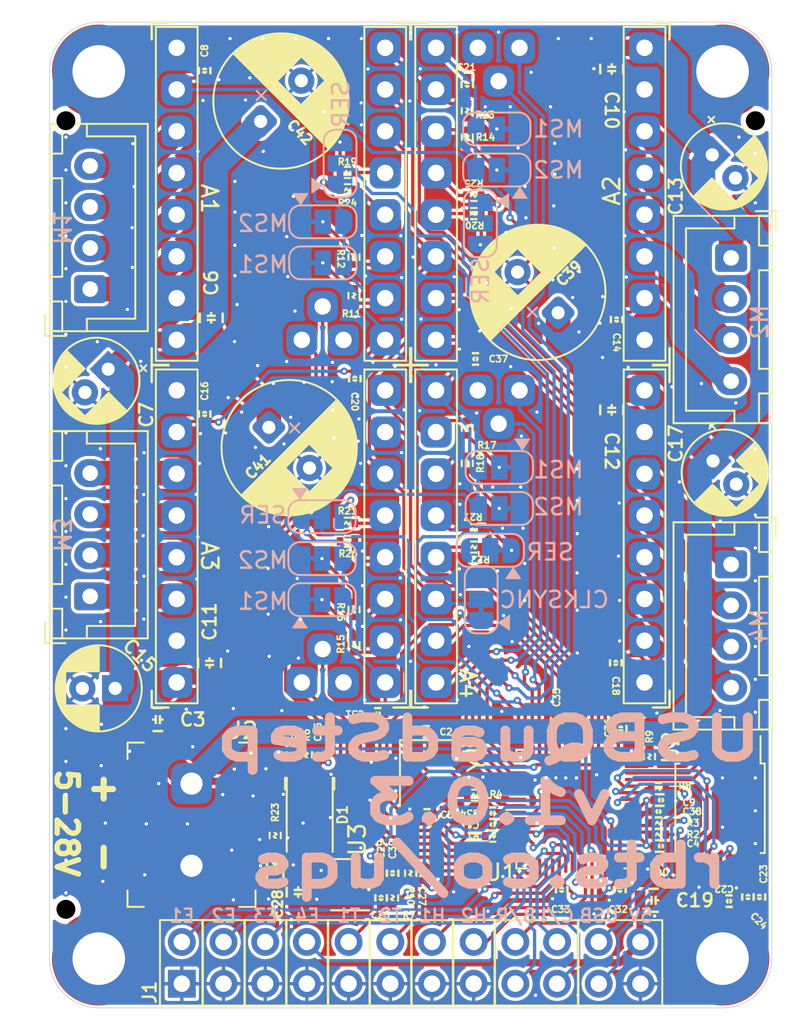
<source format=kicad_pcb>
(kicad_pcb (version 20221018) (generator pcbnew)
  (layers (0 "F.Cu" signal) (31 "B.Cu" signal) (34 "B.Paste" user) (35 "F.Paste" user) (36 "B.SilkS" user "B.Silkscreen") (37 "F.SilkS" user "F.Silkscreen") (38 "B.Mask" user) (39 "F.Mask" user) (44 "Edge.Cuts" user))
  (net 0 "")
  (net 1 "+3V3")
  (net 2 "Net-(A1-Pad2)")
  (net 3 "Net-(A1-Pad3)")
  (net 4 "SER1")
  (net 5 "STEP1")
  (net 6 "DIR1")
  (net 7 "GND")
  (net 8 "VM")
  (net 9 "DIAG1")
  (net 10 "INDEX1")
  (net 11 "+1V1")
  (net 12 "Net-(C2-Pad1)")
  (net 13 "+5V")
  (net 14 "USB-")
  (net 15 "USB+")
  (net 16 "Net-(R2-Pad1)")
  (net 17 "Net-(R3-Pad1)")
  (net 18 "Net-(R4-Pad1)")
  (net 19 "SWDCLK")
  (net 20 "SWDIO")
  (net 21 "Net-(A1-Pad4)")
  (net 22 "Net-(A1-Pad11)")
  (net 23 "SER2")
  (net 24 "STEP2")
  (net 25 "DIR2")
  (net 26 "Net-(A1-Pad12)")
  (net 27 "DRV_CLK")
  (net 28 "Net-(A1-Pad13)")
  (net 29 "Net-(A1-Pad14)")
  (net 31 "Net-(A2-Pad4)")
  (net 32 "Net-(A2-Pad11)")
  (net 33 "Net-(A2-Pad12)")
  (net 34 "DIAG2")
  (net 35 "INDEX2")
  (net 36 "Net-(A2-Pad13)")
  (net 37 "Net-(A2-Pad14)")
  (net 38 "SER3")
  (net 39 "STEP3")
  (net 40 "DIR3")
  (net 41 "DIAG3")
  (net 42 "INDEX3")
  (net 44 "Net-(A3-Pad2)")
  (net 45 "SER4")
  (net 46 "STEP4")
  (net 47 "DIR4")
  (net 48 "DIAG4")
  (net 49 "INDEX4")
  (net 50 "Net-(A3-Pad3)")
  (net 51 "Net-(U1-Pad51)")
  (net 52 "Net-(A3-Pad4)")
  (net 53 "Net-(U1-Pad53)")
  (net 54 "Net-(U1-Pad54)")
  (net 55 "Net-(U1-Pad55)")
  (net 56 "Net-(A3-Pad11)")
  (net 57 "Net-(A3-Pad12)")
  (net 58 "Net-(A3-Pad13)")
  (net 59 "Net-(A3-Pad14)")
  (net 61 "Net-(A4-Pad2)")
  (net 62 "Net-(A4-Pad3)")
  (net 63 "Net-(A4-Pad4)")
  (net 64 "Net-(A4-Pad11)")
  (net 65 "Net-(A4-Pad12)")
  (net 66 "MEAS_VM")
  (net 67 "/stepper_clk")
  (net 68 "RESET")
  (net 69 "Net-(R9-Pad1)")
  (net 70 "ESTOP1")
  (net 71 "ESTOP2")
  (net 72 "ESTOP3")
  (net 73 "ESTOP4")
  (net 74 "HEAT1")
  (net 75 "HEAT2")
  (net 76 "MEAS_TEMP1")
  (net 77 "MEAS_TEMP2")
  (net 78 "~USB_BOOT")
  (net 79 "Net-(A4-Pad13)")
  (net 80 "Net-(A4-Pad14)")
  (net 82 "Net-(C5-Pad1)")
  (net 83 "Net-(JP2-Pad2)")
  (net 84 "Net-(JP3-Pad2)")
  (net 85 "Net-(JP4-Pad2)")
  (net 86 "Net-(JP5-Pad2)")
  (net 87 "Net-(JP6-Pad2)")
  (net 88 "Net-(JP7-Pad2)")
  (net 89 "Net-(JP8-Pad2)")
  (net 90 "Net-(JP9-Pad2)")
  (net 91 "Net-(R8-Pad2)")
  (net 92 "Net-(D2-PadA)")
  (net 93 "Net-(A1-Pad5)")
  (net 94 "Net-(A2-Pad5)")
  (net 95 "Net-(A3-Pad5)")
  (net 96 "Net-(A4-Pad5)")
  (net 97 "Net-(R13-Pad2)")
  (net 98 "Net-(R14-Pad2)")
  (net 99 "Net-(R24-Pad1)")
  (net 100 "Net-(R19-Pad1)")
  (net 101 "Net-(R25-Pad1)")
  (net 102 "Net-(R26-Pad1)")
  (net 103 "Net-(R21-Pad1)")
  (net 104 "Net-(R27-Pad1)")
  (net 105 "Net-(R22-Pad1)")
  (net 106 "Net-(JP11-Pad3)")
  (footprint "Resistor_SMD:1005_C" (layer "F.Cu") (at 113.75 99.5 -90)
    (fp_text reference "R23")
    (fp_text value "1k")
  )
  (footprint "Resistor_SMD:1005_C" (layer "F.Cu") (at 118.55 87.9 -90)
    (fp_text reference "R15")
    (fp_text value "10k")
  )
  (footprint "Connector_JST:JST_XH_B4B-XH-A_1x04_P2.50mm_Vertical" (layer "F.Cu") (at 102.475 84.95 90)
    (fp_text reference "M3")
    (fp_text value "Bipolar_Stepper_Motor_A1A2B2B1")
  )
  (footprint "Capacitor_SMD:1005_C" (layer "F.Cu") (at 122.95 93.2)
    (fp_text reference "C2")
    (fp_text value "27pF C0G 50V")
  )
  (footprint "Capacitor_SMD:1005_C" (layer "F.Cu") (at 127 98.15 180)
    (fp_text reference "C34")
    (fp_text value "0.1uF")
  )
  (footprint "Resistor_SMD:1005_C" (layer "F.Cu") (at 118.55 66.65 -90)
    (fp_text reference "R11")
    (fp_text value "10k")
  )
  (footprint "Resistor_SMD:1005_C" (layer "F.Cu") (at 118.15 80.5)
    (fp_text reference "R21")
    (fp_text value "1k")
  )
  (footprint "Capacitor_SMD:1005_C" (layer "F.Cu") (at 120 92.1 180)
    (fp_text reference "C31")
    (fp_text value "0.1uF")
  )
  (footprint "Module:BigTreeTech_TMC2209_v1.2" (layer "F.Cu") (at 129.9 60.45)
    (fp_text reference "A2")
    (fp_text value "Makerbase MKS TMC2209 v2.0")
  )
  (footprint "LED_SMD:1608_C_KA" (layer "F.Cu") (at 113.75 101.3 -90)
    (fp_text reference "D2" hide)
    (fp_text value "PWR")
  )
  (footprint "Capacitor_SMD:2012_C" (layer "F.Cu") (at 106.6 92.45)
    (fp_text reference "C3")
    (fp_text value "1uF")
  )
  (footprint "Resistor_SMD:1005_C" (layer "F.Cu") (at 115.65 94.6 90)
    (fp_text reference "R6")
    (fp_text value "10k")
  )
  (footprint "Capacitor_SMD:2012_C" (layer "F.Cu") (at 134.25 52.85 -90)
    (fp_text reference "C10")
    (fp_text value "1uF")
  )
  (footprint "Capacitor_SMD:1005_C" (layer "F.Cu") (at 137.1 100.85)
    (fp_text reference "C40")
    (fp_text value "10uF")
  )
  (footprint "MountingHole:MountingHole_3.2mm_M3_ISO7380_Pad_TopOnly" (layer "F.Cu") (at 103 53)
    (fp_text reference "H4" hide)
    (fp_text value "MOUNT_HOLE" hide)
  )
  (footprint "Capacitor_SMD:1005_C" (layer "F.Cu") (at 134.5 89 -90)
    (fp_text reference "C18")
    (fp_text value "0.1uF")
  )
  (footprint "Resistor_SMD:1005_C" (layer "F.Cu") (at 125.45 76.85 90)
    (fp_text reference "R18")
    (fp_text value "10k")
  )
  (footprint "Package_TO_SOT_SMD:SOT-23" (layer "F.Cu") (at 117.8 102.5 180)
    (fp_text reference "U3")
    (fp_text value "XC6206P332MR")
  )
  (footprint "Connector_JST:JST_XH_B4B-XH-A_1x04_P2.50mm_Vertical" (layer "F.Cu") (at 102.475 66.25 90)
    (fp_text reference "M1")
    (fp_text value "Bipolar_Stepper_Motor_A1A2B2B1")
  )
  (footprint "Capacitor_SMD:1005_C" (layer "F.Cu") (at 131.2 102.8 -90)
    (fp_text reference "C33")
    (fp_text value "0.1uF")
  )
  (footprint "Resistor_SMD:1005_C" (layer "F.Cu") (at 120.9 103.3 -90)
    (fp_text reference "R7")
    (fp_text value "10k")
  )
  (footprint "Capacitor_SMD:1005_C" (layer "F.Cu") (at 137.25 97.35)
    (fp_text reference "C9")
    (fp_text value "0.1uF")
  )
  (footprint "Resistor_SMD:1005_C" (layer "F.Cu") (at 137.1 96.65 180)
    (fp_text reference "R8")
    (fp_text value "1k")
  )
  (footprint "MountingHole:ToolingHole_JLCPCB_1.152mm" (layer "F.Cu") (at 143 56)
    (fp_text reference "FD3" hide)
    (fp_text value "FIDUCIAL_MARKER" hide)
  )
  (footprint "Package_DFN_QFN:QFN-56-1EP_7x7mm_P0.4mm_EP3.2x3.2mm" (layer "F.Cu") (at 132.05 97.9 -90)
    (fp_text reference "U1")
    (fp_text value "RP2040")
  )
  (footprint "Capacitor_SMD:1005_C" (layer "F.Cu") (at 134.55 68.1 -90)
    (fp_text reference "C14")
    (fp_text value "0.1uF")
  )
  (footprint "Capacitor_SMD:1005_C" (layer "F.Cu") (at 141.4 103.5 180)
    (fp_text reference "C22")
    (fp_text value "0.1uF")
  )
  (footprint "Resistor_SMD:1005_C" (layer "F.Cu") (at 137.1 99.45)
    (fp_text reference "R2")
    (fp_text value "22")
  )
  (footprint "Capacitor_SMD:1005_C" (layer "F.Cu") (at 143.25 103.25 -90)
    (fp_text reference "C23")
    (fp_text value "10uF")
  )
  (footprint "Capacitor_SMD:2012_C" (layer "F.Cu") (at 109.75 89 90)
    (fp_text reference "C11")
    (fp_text value "1uF")
  )
  (footprint "Capacitor_SMD:2012_C" (layer "F.Cu") (at 134.25 73.6 -90)
    (fp_text reference "C12")
    (fp_text value "1uF")
  )
  (footprint "Capacitor_THT:CP_Radial_D5.0mm_P2.00mm" (layer "F.Cu") (at 104 90.55 180)
    (fp_text reference "C15")
    (fp_text value "47uF 35V")
  )
  (footprint "Resistor_SMD:1005_C" (layer "F.Cu") (at 118.15 59.15)
    (fp_text reference "R19")
    (fp_text value "1k")
  )
  (footprint "Resistor_SMD:1005_C" (layer "F.Cu") (at 118.55 85.75 -90)
    (fp_text reference "R16")
    (fp_text value "10k")
  )
  (footprint "Resistor_SMD:1005_C" (layer "F.Cu") (at 125.45 74.7 90)
    (fp_text reference "R17")
    (fp_text value "10k")
  )
  (footprint "Symbol:Dummy_01x08_2.54mm_header" (layer "F.Cu") (at 120.45 81.3)
    (fp_text reference "J3" hide)
    (fp_text value "MODHEADER" hide)
  )
  (footprint "TerminalBlock:Ningbo_Kangnex_Electric_WJ126V-5.0-2P" (layer "F.Cu") (at 108.65 98.85 -90)
    (fp_text reference "J2")
    (fp_text value "Vin")
  )
  (footprint "Resistor_SMD:1005_C" (layer "F.Cu") (at 125.85 61.65 180)
    (fp_text reference "R20")
    (fp_text value "1k")
  )
  (footprint "Capacitor_THT:CP_Radial_D5.0mm_P2.00mm" (layer "F.Cu") (at 140.374634 58.074634 -45)
    (fp_text reference "C13")
    (fp_text value "47uF 35V")
  )
  (footprint "Symbol:Dummy_01x08_2.54mm_header" (layer "F.Cu") (at 136.25 81.3)
    (fp_text reference "J7" hide)
    (fp_text value "MODHEADER" hide)
  )
  (footprint "Resistor_SMD:1005_C" (layer "F.Cu") (at 114.8 94.6 90)
    (fp_text reference "R5")
    (fp_text value "100k")
  )
  (footprint "Resistor_SMD:1005_C" (layer "F.Cu") (at 127 99.55 180)
    (fp_text reference "R1")
    (fp_text value "1k")
  )
  (footprint "Capacitor_THT:CP_Radial_D8.0mm_P3.50mm" (layer "F.Cu") (at 114.6 75.9 -45)
    (fp_text reference "C41")
    (fp_text value "100uF 35V")
  )
  (footprint "Capacitor_SMD:2012_C" (layer "F.Cu") (at 109.85 68 90)
    (fp_text reference "C6")
    (fp_text value "1uF")
  )
  (footprint "Capacitor_SMD:1005_C" (layer "F.Cu") (at 109.45 52.95 90)
    (fp_text reference "C8")
    (fp_text value "0.1uF")
  )
  (footprint "Resistor_SMD:1005_C" (layer "F.Cu") (at 118.15 60.2)
    (fp_text reference "R24")
    (fp_text value "0")
  )
  (footprint "Capacitor_SMD:1005_C" (layer "F.Cu") (at 120.2 101.8 -90)
    (fp_text reference "C29")
    (fp_text value "0.1uF")
  )
  (footprint "Module:BigTreeTech_TMC2209_v1.2" (layer "F.Cu") (at 114.1 81.3 180)
    (fp_text reference "A3")
    (fp_text value "Makerbase MKS TMC2209 v2.0")
  )
  (footprint "Resistor_SMD:1005_C" (layer "F.Cu") (at 125.9 97.05 180)
    (fp_text reference "R4")
    (fp_text value "1k")
  )
  (footprint "Capacitor_SMD:1005_C" (layer "F.Cu") (at 118.6 71.7 -90)
    (fp_text reference "C20")
    (fp_text value "0.1uF")
  )
  (footprint "Capacitor_SMD:1005_C" (layer "F.Cu") (at 122.7 101.8 -90)
    (fp_text reference "C27")
    (fp_text value "0.1uF")
  )
  (footprint "Capacitor_SMD:2012_C" (layer "F.Cu") (at 115.15 102.95 -90)
    (fp_text reference "C28")
    (fp_text value "1uF")
  )
  (footprint "Capacitor_SMD:1005_C" (layer "F.Cu") (at 125.45 53.8 -90)
    (fp_text reference "C21")
    (fp_text value "0.1uF")
  )
  (footprint "Resistor_SMD:1005_C" (layer "F.Cu") (at 137.1 98.75)
    (fp_text reference "R3")
    (fp_text value "22")
  )
  (footprint "Symbol:Dummy_01x08_2.54mm_header" (layer "F.Cu") (at 107.75 60.45)
    (fp_text reference "J8" hide)
    (fp_text value "MODHEADER" hide)
  )
  (footprint "Resistor_SMD:1005_C" (layer "F.Cu") (at 136.55 94.7 90)
    (fp_text reference "R9")
    (fp_text value "10k")
  )
  (footprint "Capacitor_THT:CP_Radial_D5.0mm_P2.00mm" (layer "F.Cu") (at 103.572366 71.120634 -135)
    (fp_text reference "C7")
    (fp_text value "47uF 35V")
  )
  (footprint "Module:BigTreeTech_TMC2209_v1.2" (layer "F.Cu") (at 114.1 60.45 180)
    (fp_text reference "A1")
    (fp_text value "Makerbase MKS TMC2209 v2.0")
  )
  (footprint "Symbol:Dummy_01x08_2.54mm_header" (layer "F.Cu") (at 123.55 60.45)
    (fp_text reference "J10" hide)
    (fp_text value "MODHEADER" hide)
  )
  (footprint "Capacitor_SMD:1005_C" (layer "F.Cu") (at 137.1 98.05)
    (fp_text reference "C38")
    (fp_text value "0.1uF")
  )
  (footprint "MountingHole:MountingHole_3.2mm_M3_ISO7380_Pad_TopOnly" (layer "F.Cu") (at 141 107)
    (fp_text reference "H2" hide)
    (fp_text value "MOUNT_HOLE" hide)
  )
  (footprint "Resistor_SMD:1005_C" (layer "F.Cu") (at 122 101.8 -90)
    (fp_text reference "R10")
    (fp_text value "10k")
  )
  (footprint "Symbol:Dummy_01x08_2.54mm_header" (layer "F.Cu") (at 120.45 60.45)
    (fp_text reference "J5" hide)
    (fp_text value "MODHEADER" hide)
  )
  (footprint "Symbol:Dummy_01x08_2.54mm_header" (layer "F.Cu") (at 123.55 81.3)
    (fp_text reference "J4" hide)
    (fp_text value "MODHEADER" hide)
  )
  (footprint "Diode_SMD:DO-214AC_KA" (layer "F.Cu") (at 115.85 98.25 -90)
    (fp_text reference "D1")
    (fp_text value "40V 5A 550mV")
  )
  (footprint "Capacitor_SMD:1005_C" (layer "F.Cu") (at 130.9 92.5 90)
    (fp_text reference "C35")
    (fp_text value "0.1uF")
  )
  (footprint "MountingHole:MountingHole_3.2mm_M3_ISO7380_Pad_TopOnly" (layer "F.Cu") (at 141 53)
    (fp_text reference "H3" hide)
    (fp_text value "MOUNT_HOLE" hide)
  )
  (footprint "Capacitor_SMD:1005_C" (layer "F.Cu") (at 116.35 94.6 90)
    (fp_text reference "C25")
    (fp_text value "0.1uF")
  )
  (footprint "Capacitor_SMD:1005_C" (layer "F.Cu") (at 123 98.25 180)
    (fp_text reference "C5")
    (fp_text value "27pF C0G 50V")
  )
  (footprint "Capacitor_SMD:1005_C" (layer "F.Cu") (at 125.95 70.5)
    (fp_text reference "C37")
    (fp_text value "0.1uF")
  )
  (footprint "Capacitor_SMD:1005_C" (layer "F.Cu") (at 120.2 103.3 -90)
    (fp_text reference "C26")
    (fp_text value "0.1uF")
  )
  (footprint "Resistor_SMD:1005_C" (layer "F.Cu") (at 125.85 80.9 180)
    (fp_text reference "R27")
    (fp_text value "0")
  )
  (footprint "Resistor_SMD:1005_C" (layer "F.Cu") (at 118.15 81.6)
    (fp_text reference "R26")
    (fp_text value "0")
  )
  (footprint "Resistor_SMD:1005_C" (layer "F.Cu") (at 125.45 57 90)
    (fp_text reference "R14")
    (fp_text value "10k")
  )
  (footprint "Module:BigTreeTech_TMC2209_v1.2" (layer "F.Cu") (at 129.9 81.3)
    (fp_text reference "A4")
    (fp_text value "Makerbase MKS TMC2209 v2.0")
  )
  (footprint "Resistor_SMD:1005_C" (layer "F.Cu") (at 125.85 81.95 180)
    (fp_text reference "R22")
    (fp_text value "1k")
  )
  (footprint "MountingHole:ToolingHole_JLCPCB_1.152mm" (layer "F.Cu") (at 101 56)
    (fp_text reference "FD2" hide)
    (fp_text value "FIDUCIAL_MARKER" hide)
  )
  (footprint "Resistor_SMD:1005_C" (layer "F.Cu") (at 125.45 55.4 90)
    (fp_text reference "R13")
    (fp_text value "10k")
  )
  (footprint "Resistor_SMD:1005_C" (layer "F.Cu") (at 125.85 60.55 180)
    (fp_text reference "R25")
    (fp_text value "0")
  )
  (footprint "Crystal:Crystal_SMD_3225-4Pin_3.2x2.5mm" (layer "F.Cu") (at 123 95.7 -90)
    (fp_text reference "Y1")
    (fp_text value "12MHz")
  )
  (footprint "Capacitor_SMD:1005_C" (layer "F.Cu") (at 109.45 73.85 90)
    (fp_text reference "C16")
    (fp_text value "0.1uF")
  )
  (footprint "MountingHole:ToolingHole_JLCPCB_1.152mm" (layer "F.Cu") (at 101 104)
    (fp_text reference "FD1" hide)
    (fp_text value "FIDUCIAL_MARKER" hide)
  )
  (footprint "Resistor_SMD:1005_C" (layer "F.Cu") (at 118.55 64.3 -90)
    (fp_text reference "R12")
    (fp_text value "10k")
  )
  (footprint "Capacitor_SMD:1005_C" (layer "F.Cu") (at 134.75 102.8 -90)
    (fp_text reference "C32")
    (fp_text value "0.1uF")
  )
  (footprint "Capacitor_THT:CP_Radial_D8.0mm_P3.50mm" (layer "F.Cu") (at 129.75 66.45 135)
    (fp_text reference "C39")
    (fp_text value "100uF 35V")
  )
  (footprint "Capacitor_SMD:1005_C" (layer "F.Cu") (at 120.9 101.8 -90)
    (fp_text reference "C30")
    (fp_text value "10uF")
  )
  (footprint "Capacitor_SMD:1005_C" (layer "F.Cu") (at 137.25 100.15)
    (fp_text reference "C4")
    (fp_text value "10uF")
  )
  (footprint "Connector_JST:JST_XH_B4B-XH-A_1x04_P2.50mm_Vertical" (layer "F.Cu") (at 141.525 83 -90)
    (fp_text reference "M4")
    (fp_text value "Bipolar_Stepper_Motor_A1A2B2B1")
  )
  (footprint "Symbol:Dummy_01x08_2.54mm_header" (layer "F.Cu") (at 136.25 60.45)
    (fp_text reference "J6" hide)
    (fp_text value "MODHEADER" hide)
  )
  (footprint "MountingHole:MountingHole_3.2mm_M3_ISO7380_Pad_TopOnly" (layer "F.Cu") (at 103 107)
    (fp_text reference "H1" hide)
    (fp_text value "MOUNT_HOLE" hide)
  )
  (footprint "Capacitor_THT:CP_Radial_D5.0mm_P2.00mm" (layer "F.Cu") (at 140.422634 76.708634 -45)
    (fp_text reference "C17")
    (fp_text value "47uF 35V")
  )
  (footprint "Package_SO:SOIC-8_5.23x5.23mm_P1.27mm" (layer "F.Cu") (at 140.85 97.85 -90)
    (fp_text reference "U2")
    (fp_text value "W25Q128JVS")
  )
  (footprint "Capacitor_SMD:2012_C" (layer "F.Cu") (at 136.8 103.45)
    (fp_text reference "C19")
    (fp_text value "1uF")
  )
  (footprint "Connector_JST:JST_XH_B4B-XH-A_1x04_P2.50mm_Vertical" (layer "F.Cu") (at 141.525 64.35 -90)
    (fp_text reference "M2")
    (fp_text value "Bipolar_Stepper_Motor_A1A2B2B1")
  )
  (footprint "Capacitor_SMD:1005_C" (layer "F.Cu") (at 134.8 93 90)
    (fp_text reference "C36")
    (fp_text value "0.1uF")
  )
  (footprint "Capacitor_SMD:1005_C" (layer "F.Cu") (at 127 98.85 180)
    (fp_text reference "C1")
    (fp_text value "0.1uF")
  )
  (footprint "Capacitor_SMD:1005_C" (layer "F.Cu") (at 142.55 103.25 -90)
    (fp_text reference "C24")
    (fp_text value "10uF")
  )
  (footprint "Connector_PinHeader_2.54mm:PinHeader_2x12_P2.54mm_Vertical" (layer "F.Cu") (at 108.060001 108.525 90)
    (fp_text reference "J1")
    (fp_text value "GPIO")
  )
  (footprint "Capacitor_THT:CP_Radial_D8.0mm_P3.50mm" (layer "F.Cu") (at 114.1 54.8 45)
    (fp_text reference "C42")
    (fp_text value "100uF 35V")
  )
  (footprint "Symbol:Dummy_01x08_2.54mm_header" (layer "F.Cu") (at 107.75 81.3)
    (fp_text reference "J9" hide)
    (fp_text value "MODHEADER" hide)
  )
  (footprint "Jumper:SolderJumper-3_P1.3mm_Bridged12_RoundedPad1.0x1.5mm_NumberLabels" (layer "B.Cu") (at 117.7 58.6 90)
    (fp_text reference "JP10")
    (fp_text value "SER")
  )
  (footprint "Jumper:SolderJumper-3_P1.3mm_Bridged12_RoundedPad1.0x1.5mm_NumberLabels" (layer "B.Cu") (at 116.65 64.65)
    (fp_text reference "JP2")
    (fp_text value "MS1")
  )
  (footprint "Jumper:SolderJumper-3_P1.3mm_Bridged12_RoundedPad1.0x1.5mm_NumberLabels" (layer "B.Cu") (at 126.85 82.15 180)
    (fp_text reference "JP13")
    (fp_text value "SER")
  )
  (footprint "Jumper:SolderJumper-3_P1.3mm_Bridged12_RoundedPad1.0x1.5mm_NumberLabels" (layer "B.Cu") (at 127.4 77.1 180)
    (fp_text reference "JP8")
    (fp_text value "MS1")
  )
  (footprint "Jumper:SolderJumper-3_P1.3mm_Bridged12_RoundedPad1.0x1.5mm_NumberLabels" (layer "B.Cu") (at 126.25 62.25 -90)
    (fp_text reference "JP11")
    (fp_text value "SER")
  )
  (footprint "Jumper:SolderJumper-3_P1.3mm_Bridged12_RoundedPad1.0x1.5mm_NumberLabels" (layer "B.Cu") (at 127.4 79.6 180)
    (fp_text reference "JP9")
    (fp_text value "MS2")
  )
  (footprint "Jumper:SolderJumper-3_P1.3mm_Bridged12_RoundedPad1.0x1.5mm_NumberLabels" (layer "B.Cu") (at 127.25 56.5 180)
    (fp_text reference "JP4")
    (fp_text value "MS1")
  )
  (footprint "Jumper:SolderJumper-3_P1.3mm_Bridged12_RoundedPad1.0x1.5mm_NumberLabels" (layer "B.Cu") (at 116.6 80.1)
    (fp_text reference "JP12")
    (fp_text value "SER")
  )
  (footprint "Jumper:SolderJumper-3_P1.3mm_Bridged12_RoundedPad1.0x1.5mm_NumberLabels" (layer "B.Cu") (at 116.65 62.15)
    (fp_text reference "JP3")
    (fp_text value "MS2")
  )
  (footprint "Jumper:SolderJumper-3_P1.3mm_Bridged12_RoundedPad1.0x1.5mm_NumberLabels" (layer "B.Cu") (at 127.25 59 180)
    (fp_text reference "JP5")
    (fp_text value "MS2")
  )
  (footprint "Jumper:SolderJumper-3_P1.3mm_Bridged12_RoundedPad1.0x1.5mm_NumberLabels" (layer "B.Cu") (at 116.6 85.15)
    (fp_text reference "JP6")
    (fp_text value "MS1")
  )
  (footprint "Jumper:SolderJumper-3_P1.3mm_Bridged12_RoundedPad1.0x1.5mm_NumberLabels" (layer "B.Cu") (at 116.6 82.65)
    (fp_text reference "JP7")
    (fp_text value "MS2")
  )
  (footprint "Jumper:SolderJumper-3_P1.3mm_Bridged12_RoundedPad1.0x1.5mm_NumberLabels" (layer "B.Cu") (at 126.3 85.15 90)
    (fp_text reference "JP1")
    (fp_text value "CLKSYNC")
  )
  (gr_poly (pts (xy 129.15 60.75) (xy 128.15 60.75) (xy 128.65 60)) (fill solid) (layer "B.SilkS"))
  (gr_poly (pts (xy 115.95 60.449999) (xy 115.95 59.450001) (xy 116.7 59.95)) (fill solid) (layer "B.SilkS"))
  (gr_poly (pts (xy 115.750001 86.9) (xy 114.750001 86.9) (xy 115.25 86.15)) (fill solid) (layer "B.SilkS"))
  (gr_poly (pts (xy 114.749999 78.35) (xy 115.749999 78.35) (xy 115.25 79.1)) (fill solid) (layer "B.SilkS"))
  (gr_poly (pts (xy 128.300001 75.35) (xy 129.299999 75.35) (xy 128.8 76.1)) (fill solid) (layer "B.SilkS"))
  (gr_poly (pts (xy 128.05 86.049999) (xy 128.05 87.049999) (xy 127.3 86.55)) (fill solid) (layer "B.SilkS"))
  (gr_poly (pts (xy 114.799999 60.4) (xy 115.799999 60.4) (xy 115.3 61.15)) (fill solid) (layer "B.SilkS"))
  (gr_poly (pts (xy 128.750001 83.9) (xy 127.750001 83.9) (xy 128.25 83.15)) (fill solid) (layer "B.SilkS"))
  (gr_poly (pts (xy 128 60.400001) (xy 128 61.399999) (xy 127.25 60.9)) (fill solid) (layer "B.SilkS"))
  (gr_line (start 114.427 109.855) (end 114.427 104.648) (stroke (width 0.15)) (layer "F.SilkS"))
  (gr_line (start 132.207 109.855) (end 132.207 104.648) (stroke (width 0.15)) (layer "F.SilkS"))
  (gr_line (start 109.330001 104.648) (end 109.330001 109.855) (stroke (width 0.15)) (layer "F.SilkS"))
  (gr_line (start 116.967 104.648) (end 116.967 109.855) (stroke (width 0.15)) (layer "F.SilkS"))
  (gr_line (start 122.047 109.855) (end 122.047 104.648) (stroke (width 0.15)) (layer "F.SilkS"))
  (gr_line (start 124.587 104.648) (end 124.587 109.855) (stroke (width 0.15)) (layer "F.SilkS"))
  (gr_line (start 127.127 104.648) (end 127.127 109.855) (stroke (width 0.15)) (layer "F.SilkS"))
  (gr_line (start 111.887 104.648) (end 111.887 109.855) (stroke (width 0.15)) (layer "F.SilkS"))
  (gr_line (start 119.507 109.855) (end 119.507 104.648) (stroke (width 0.15)) (layer "F.SilkS"))
  (gr_line (start 141 50) (end 103 50) (stroke (width 0.05)) (layer "Edge.Cuts"))
  (gr_arc (start 144 107) (mid 143.12132 109.12132) (end 141 110) (stroke (width 0.05)) (layer "Edge.Cuts"))
  (gr_arc (start 100 53) (mid 100.87868 50.87868) (end 103 50) (stroke (width 0.05)) (layer "Edge.Cuts"))
  (gr_arc (start 141 50) (mid 143.12132 50.87868) (end 144 53) (stroke (width 0.05)) (layer "Edge.Cuts"))
  (gr_line (start 144 107) (end 144 53) (stroke (width 0.05)) (layer "Edge.Cuts"))
  (gr_line (start 100 53) (end 100 107) (stroke (width 0.05)) (layer "Edge.Cuts"))
  (gr_line (start 103 110) (end 141 110) (stroke (width 0.05)) (layer "Edge.Cuts"))
  (gr_arc (start 103 110) (mid 100.87868 109.12132) (end 100 107) (stroke (width 0.05)) (layer "Edge.Cuts"))
  (gr_text "T2" (at 120.777 104.394) (layer "B.SilkS") (effects (font (size 0.8 0.8)) (justify mirror)))
  (gr_text "E2" (at 110.617 104.394) (layer "B.SilkS") (effects (font (size 0.8 0.8)) (justify mirror)))
  (gr_text "C/I" (at 130.937 104.394) (layer "B.SilkS") (effects (font (size 0.8 0.8)) (justify mirror)))
  (gr_text "E4" (at 115.697 104.394) (layer "B.SilkS") (effects (font (size 0.8 0.8)) (justify mirror)))
  (gr_text "H1" (at 123.317 104.394) (layer "B.SilkS") (effects (font (size 0.8 0.8)) (justify mirror)))
  (gr_text "H2" (at 125.857 104.394) (layer "B.SilkS") (effects (font (size 0.8 0.8)) (justify mirror)))
  (gr_text "5V" (at 136.017 104.394) (layer "B.SilkS") (effects (font (size 0.8 0.8)) (justify mirror)))
  (gr_text "E3\n" (at 113.157 104.394) (layer "B.SilkS") (effects (font (size 0.8 0.8)) (justify mirror)))
  (gr_text "USBQuadStep\nv1.0.3\nrbts.co/uqs" (at 126.75 97.5) (layer "B.SilkS") (effects (font (size 2.4 3.3) (thickness 0.6)) (justify mirror)))
  (gr_text "T1" (at 118.237 104.394) (layer "B.SilkS") (effects (font (size 0.8 0.8)) (justify mirror)))
  (gr_text "USB" (at 133.477 104.394) (layer "B.SilkS") (effects (font (size 0.8 0.8)) (justify mirror)))
  (gr_text "B/R" (at 128.397 104.394) (layer "B.SilkS") (effects (font (size 0.8 0.8)) (justify mirror)))
  (gr_text "E1" (at 108.077 104.394) (layer "B.SilkS") (effects (font (size 0.8 0.8)) (justify mirror)))
  (gr_text "5-28V" (at 101.05 98.75 270) (layer "F.SilkS") (effects (font (size 1.3 1.3) (thickness 0.325))))
  (gr_text "+  -" (at 103.4 98.75 270) (layer "F.SilkS") (effects (font (size 1.5 1.5) (thickness 0.375))))
  (segment (start 130.9 92.95) (end 130.9 93.239012) (width 0.2) (layer "F.Cu") (net 1))
  (segment (start 136.25 66.8) (end 135.4 67.65) (width 0.2) (layer "F.Cu") (net 1))
  (segment (start 125.390499 99.55) (end 126.55 99.55) (width 0.2) (layer "F.Cu") (net 1))
  (segment (start 134.75 102.35) (end 134.75 102.28) (width 0.2) (layer "F.Cu") (net 1))
  (segment (start 133.95 97.628) (end 134.422 98.1) (width 0.2) (layer "F.Cu") (net 1))
  (segment (start 124.529383 99.998961) (end 123.729453 99.199031) (width 0.2) (layer "F.Cu") (net 1))
  (segment (start 125.5 70.5) (end 125.46 70.5) (width 0.2) (layer "F.Cu") (net 1))
  (segment (start 134.75 102.35) (end 134.45 102.35) (width 0.2) (layer "F.Cu") (net 1))
  (segment (start 108.45 53.4) (end 107.75 54.1) (width 0.2) (layer "F.Cu") (net 1))
  (segment (start 135.4875 98.1) (end 136.6 98.1) (width 0.2) (layer "F.Cu") (net 1))
  (segment (start 133.66548 95.19952) (end 133.95 95.48404) (width 0.2) (layer "F.Cu") (net 1))
  (segment (start 136.55 94.25) (end 135.9 94.9) (width 0.2) (layer "F.Cu") (net 1))
  (segment (start 134.65 94.4625) (end 134.65 94.995682) (width 0.2) (layer "F.Cu") (net 1))
  (segment (start 120.45 92.1) (end 120.129501 92.420499) (width 0.2) (layer "F.Cu") (net 1))
  (segment (start 134.9 100.1) (end 135.4875 100.1) (width 0.2) (layer "F.Cu") (net 1))
  (segment (start 125.45 53.35) (end 125.34 53.35) (width 0.2) (layer "F.Cu") (net 1))
  (segment (start 121.00048 102.74952) (end 120.9 102.85) (width 0.2) (layer "F.Cu") (net 1))
  (segment (start 136.28 100.85) (end 136.65 100.85) (width 0.2) (layer "F.Cu") (net 1))
  (segment (start 134.869 100.1) (end 134.9 100.1) (width 0.2) (layer "F.Cu") (net 1))
  (segment (start 118.6 71.25) (end 118.6 71.05) (width 0.2) (layer "F.Cu") (net 1))
  (segment (start 134.422 98.1) (end 135.4875 98.1) (width 0.2) (layer "F.Cu") (net 1))
  (segment (start 142.755 102.595) (end 142.55 102.8) (width 0.2) (layer "F.Cu") (net 1))
  (segment (start 135.4 67.65) (end 134.55 67.65) (width 0.2) (layer "F.Cu") (net 1))
  (segment (start 120.2 101.35) (end 118.9375 101.35) (width 0.2) (layer "F.Cu") (net 1))
  (segment (start 131.253838 95.19952) (end 133.66548 95.19952) (width 0.2) (layer "F.Cu") (net 1))
  (segment (start 134.65 93.6) (end 134.8 93.45) (width 0.2) (layer "F.Cu") (net 1))
  (segment (start 134.75048 98.703838) (end 134.75048 99.95048) (width 0.2) (layer "F.Cu") (net 1))
  (segment (start 134.954318 98.5) (end 134.75048 98.703838) (width 0.2) (layer "F.Cu") (net 1))
  (segment (start 133.95 97.308) (end 133.95 97.628) (width 0.2) (layer "F.Cu") (net 1))
  (segment (start 119.55 100.75) (end 119.6 100.75) (width 0.2) (layer "F.Cu") (net 1))
  (segment (start 125.390499 98.590499) (end 125.390499 99.55) (width 0.2) (layer "F.Cu") (net 1))
  (segment (start 134.5 88.55) (end 135.952827 88.55) (width 0.2) (layer "F.Cu") (net 1))
  (segment (start 134.745202 94.90048) (end 134.65 94.995682) (width 0.2) (layer "F.Cu") (net 1))
  (segment (start 134.75 102.28) (end 136.18 100.85) (width 0.2) (layer "F.Cu") (net 1))
  (segment (start 131.253838 95.19952) (end 129.65048 95.19952) (width 0.2) (layer "F.Cu") (net 1))
  (segment (start 127.45 98.15) (end 127.395682 98.15) (width 0.2) (layer "F.Cu") (net 1))
  (segment (start 134.869 100.501) (end 134.73 100.362) (width 0.2) (layer "F.Cu") (net 1))
  (segment (start 134.45 102.35) (end 134.1 102.7) (width 0.2) (layer "F.Cu") (net 1))
  (segment (start 134.65 94.995682) (end 133.95 95.695682) (width 0.2) (layer "F.Cu") (net 1))
  (segment (start 134.75048 99.95048) (end 134.9 100.1) (width 0.2) (layer "F.Cu") (net 1))
  (segment (start 140.06 103.32) (end 140.42952 102.95048) (width 0.2) (layer "F.Cu") (net 1))
  (segment (start 120.129501 97.779501) (end 120.8 98.45) (width 0.2) (layer "F.Cu") (net 1))
  (segment (start 137.199521 89.796694) (end 137.199521 91.050479) (width 0.2) (layer "F.Cu") (net 1))
  (segment (start 125.390499 97.942672) (end 125.390499 98.590499) (width 0.2) (layer "F.Cu") (net 1))
  (segment (start 109.45 74.3) (end 108.4 74.3) (width 0.2) (layer "F.Cu") (net 1))
  (segment (start 141.30048 102.95048) (end 141.85 103.5) (width 0.2) (layer "F.Cu") (net 1))
  (segment (start 133.95 95.48404) (end 133.95 95.695682) (width 0.2) (layer "F.Cu") (net 1))
  (segment (start 127.5 98.1) (end 127.45 98.15) (width 0.2) (layer "F.Cu") (net 1))
  (segment (start 121.44952 101.89952) (end 121.44952 102.546162) (width 0.2) (layer "F.Cu") (net 1))
  (segment (start 121.246162 102.74952) (end 121.00048 102.74952) (width 0.2) (layer "F.Cu") (net 1))
  (segment (start 109.45 74.3) (end 110.25 74.3) (width 0.2) (layer "F.Cu") (net 1))
  (segment (start 139.12 103.32) (end 140.06 103.32) (width 0.2) (layer "F.Cu") (net 1))
  (segment (start 120.129501 92.420499) (end 120.129501 97.779501) (width 0.2) (layer "F.Cu") (net 1))
  (segment (start 117.95 71.25) (end 118.6 71.25) (width 0.2) (layer "F.Cu") (net 1))
  (segment (start 118.9375 101.35) (end 118.7375 101.55) (width 0.2) (layer "F.Cu") (net 1))
  (segment (start 140.42952 102.95048) (end 141.30048 102.95048) (width 0.2) (layer "F.Cu") (net 1))
  (segment (start 124.968039 99.998961) (end 124.529383 99.998961) (width 0.2) (layer "F.Cu") (net 1))
  (segment (start 134.73 100.362) (end 134.73 100.239) (width 0.2) (layer "F.Cu") (net 1))
  (segment (start 131.05 93.389012) (end 131.05 94.4625) (width 0.2) (layer "F.Cu") (net 1))
  (segment (start 120.9 101.35) (end 121.44952 101.89952) (width 0.2) (layer "F.Cu") (net 1))
  (segment (start 125.390499 99.576501) (end 124.968039 99.998961) (width 0.2) (layer "F.Cu") (net 1))
  (segment (start 141.85 103.5) (end 142.55 102.8) (width 0.2) (layer "F.Cu") (net 1))
  (segment (start 135.4875 100.5) (end 135.93 100.5) (width 0.2) (layer "F.Cu") (net 1))
  (segment (start 131.05 94.995682) (end 131.253838 95.19952) (width 0.2) (layer "F.Cu") (net 1))
  (segment (start 120.45 92.1) (end 120.45 90.19) (width 0.2) (layer "F.Cu") (net 1))
  (segment (start 125.34 53.35) (end 123.55 51.56) (width 0.2) (layer "F.Cu") (net 1))
  (segment (start 134.5 88.55) (end 135.35 88.55) (width 0.2) (layer "F.Cu") (net 1))
  (segment (start 134.55 67.65) (end 133.8 67.65) (width 0.2) (layer "F.Cu") (net 1))
  (segment (start 121.549031 99.199031) (end 120.8 98.45) (width 0.2) (layer "F.Cu") (net 1))
  (segment (start 131.95 103.1) (end 131.2 102.35) (width 0.2) (layer "F.Cu") (net 1))
  (segment (start 143.25 102.8) (end 142.55 102.8) (width 0.2) (layer "F.Cu") (net 1))
  (segment (start 142.755 101.45) (end 142.755 102.595) (width 0.2) (layer "F.Cu") (net 1))
  (segment (start 125.733651 97.59952) (end 125.390499 97.942672) (width 0.2) (layer "F.Cu") (net 1))
  (segment (start 136.6 98.1) (end 136.65 98.05) (width 0.2) (layer "F.Cu") (net 1))
  (segment (start 136.65 100.85) (end 139.12 103.32) (width 0.2) (layer "F.Cu") (net 1))
  (segment (start 135.952827 88.55) (end 137.199521 89.796694) (width 0.2) (layer "F.Cu") (net 1))
  (segment (start 135.4875 100.5) (end 134.87 100.5) (width 0.2) (layer "F.Cu") (net 1))
  (segment (start 109.45 53.4) (end 108.45 53.4) (width 0.2) (layer "F.Cu") (net 1))
  (segment (start 134.73 100.239) (end 134.869 100.1) (width 0.2) (layer "F.Cu") (net 1))
  (segment (start 136.375 98.05) (end 136.65 98.05) (width 0.2) (layer "F.Cu") (net 1))
  (segment (start 118.6 71.05) (end 120.31 69.34) (width 0.2) (layer "F.Cu") (net 1))
  (segment (start 135.925 98.5) (end 136.375 98.05) (width 0.2) (layer "F.Cu") (net 1))
  (segment (start 131.95 103.2) (end 131.95 103.1) (width 0.2) (layer "F.Cu") (net 1))
  (segment (start 135.4875 98.5) (end 134.954318 98.5) (width 0.2) (layer "F.Cu") (net 1))
  (segment (start 133.95 95.695682) (end 133.95 97.308) (width 0.2) (layer "F.Cu") (net 1))
  (segment (start 130.9 93.239012) (end 131.05 93.389012) (width 0.2) (layer "F.Cu") (net 1))
  (segment (start 126.845202 97.59952) (end 125.733651 97.59952) (width 0.2) (layer "F.Cu") (net 1))
  (segment (start 125.46 70.5) (end 123.55 72.41) (width 0.2) (layer "F.Cu") (net 1))
  (segment (start 108.4 74.3) (end 107.75 74.95) (width 0.2) (layer "F.Cu") (net 1))
  (segment (start 134.65 93.5) (end 134.7 93.45) (width 0.2) (layer "F.Cu") (net 1))
  (segment (start 120.9 101.35) (end 120.2 101.35) (width 0.2) (layer "F.Cu") (net 1))
  (segment (start 129.65048 95.19952) (end 129.5 95.35) (width 0.2) (layer "F.Cu") (net 1))
  (segment (start 131.05 94.4625) (end 131.05 94.995682) (width 0.2) (layer "F.Cu") (net 1))
  (segment (start 110.25 74.3) (end 110.3 74.35) (width 0.2) (layer "F.Cu") (net 1))
  (segment (start 133.8 67.65) (end 128.05 61.9) (width 0.2) (layer "F.Cu") (net 1))
  (segment (start 123.729453 99.199031) (end 121.549031 99.199031) (width 0.2) (layer "F.Cu") (net 1))
  (segment (start 119.6 100.75) (end 120.2 101.35) (width 0.2) (layer "F.Cu") (net 1))
  (segment (start 135.9 94.90048) (end 134.745202 94.90048) (width 0.2) (layer "F.Cu") (net 1))
  (segment (start 135.93 100.5) (end 136.28 100.85) (width 0.2) (layer "F.Cu") (net 1))
  (segment (start 131.05 101.3375) (end 131.05 102.35) (width 0.2) (layer "F.Cu") (net 1))
  (segment (start 122 101.35) (end 120.9 101.35) (width 0.2) (layer "F.Cu") (net 1))
  (segment (start 120.31 69.34) (end 120.45 69.34) (width 0.2) (layer "F.Cu") (net 1))
  (segment (start 135.4875 98.5) (end 135.925 98.5) (width 0.2) (layer "F.Cu") (net 1))
  (segment (start 128.6125 98.1) (end 127.5 98.1) (width 0.2) (layer "F.Cu") (net 1))
  (segment (start 127.395682 98.15) (end 126.845202 97.59952) (width 0.2) (layer "F.Cu") (net 1))
  (segment (start 135.9 94.9) (end 135.9 94.90048) (width 0.2) (layer "F.Cu") (net 1))
  (segment (start 121.44952 102.546162) (end 121.246162 102.74952) (width 0.2) (layer "F.Cu") (net 1))
  (segment (start 135.35 88.55) (end 136.25 87.65) (width 0.2) (layer "F.Cu") (net 1))
  (segment (start 125.390499 98.590499) (end 125.390499 99.576501) (width 0.2) (layer "F.Cu") (net 1))
  (segment (start 134.65 101.3375) (end 134.65 102.25) (width 0.2) (layer "F.Cu") (net 1))
  (segment (start 134.87 100.5) (end 134.869 100.501) (width 0.2) (layer "F.Cu") (net 1))
  (segment (start 134.65 102.25) (end 134.75 102.35) (width 0.2) (layer "F.Cu") (net 1))
  (segment (start 136.18 100.85) (end 136.65 100.85) (width 0.2) (layer "F.Cu") (net 1))
  (segment (start 134.65 94.4625) (end 134.65 93.6) (width 0.2) (layer "F.Cu") (net 1))
  (segment (start 137.199521 91.050479) (end 134.8 93.45) (width 0.2) (layer "F.Cu") (net 1))
  (via (at 129.5 95.35) (size 0.45) (drill 0.2) (layers "F.Cu" "B.Cu") (net 1))
  (via (at 128.05 61.9) (size 0.45) (drill 0.2) (layers "F.Cu" "B.Cu") (net 1))
  (via (at 134.1 102.7) (size 0.45) (drill 0.2) (layers "F.Cu" "B.Cu") (net 1))
  (via (at 117.95 71.25) (size 0.45) (drill 0.2) (layers "F.Cu" "B.Cu") (net 1))
  (via (at 119.55 100.75) (size 0.45) (drill 0.2) (layers "F.Cu" "B.Cu") (net 1))
  (via (at 120.8 98.45) (size 0.45) (drill 0.2) (layers "F.Cu" "B.Cu") (net 1))
  (via (at 110.3 74.35) (size 0.45) (drill 0.2) (layers "F.Cu" "B.Cu") (net 1))
  (via (at 131.95 103.2) (size 0.45) (drill 0.2) (layers "F.Cu" "B.Cu") (net 1))
  (segment (start 127.099511 60.049511) (end 128.05 61) (width 0.2) (layer "B.Cu") (net 1))
  (segment (start 126.1 77.1) (end 126.1 79.6) (width 0.2) (layer "B.Cu") (net 1))
  (segment (start 126.450489 60.049511) (end 127.099511 60.049511) (width 0.2) (layer "B.Cu") (net 1))
  (segment (start 118.55 78.5) (end 118.78952 78.73952) (width 0.2) (layer "B.Cu") (net 1))
  (segment (start 119.661384 57.93048) (end 119.20048 57.469576) (width 0.2) (layer "B.Cu") (net 1))
  (segment (start 120.8 98.45) (end 120.8 99.5) (width 0.2) (layer "B.Cu") (net 1))
  (segment (start 116.3 60.95) (end 116.15 60.8) (width 0.2) (layer "B.Cu") (net 1))
  (segment (start 123.056 95.608) (end 120.8 97.864) (width 0.2) (layer "B.Cu") (net 1))
  (segment (start 120.45 68.85) (end 120.45 69.34) (width 0.2) (layer "B.Cu") (net 1))
  (segment (start 128.05 61) (end 128.05 61.9) (width 0.2) (layer "B.Cu") (net 1))
  (segment (start 117.95 61.600978) (end 117.299022 60.95) (width 0.2) (layer "B.Cu") (net 1))
  (segment (start 117.9 85.15) (end 118.355887 85.605887) (width 0.2) (layer "B.Cu") (net 1))
  (segment (start 113.4 71.25) (end 117.95 71.25) (width 0.2) (layer "B.Cu") (net 1))
  (segment (start 124.911 95.608) (end 123.056 95.608) (width 0.2) (layer "B.Cu") (net 1))
  (segment (start 117.95 62.15) (end 117.95 64.65) (width 0.2) (layer "B.Cu") (net 1))
  (segment (start 118.395338 56.495338) (end 116.454662 56.495338) (width 0.2) (layer "B.Cu") (net 1))
  (segment (start 125.95 56.5) (end 125.95 59) (width 0.2) (layer "B.Cu") (net 1))
  (segment (start 117.9 81.899951) (end 117.600049 81.6) (width 0.2) (layer "B.Cu") (net 1))
  (segment (start 133.594 103.2) (end 133.597 103.203) (width 0.2) (layer "B.Cu") (net 1))
  (segment (start 117.299022 60.95) (end 116.3 60.95) (width 0.2) (layer "B.Cu") (net 1))
  (segment (start 120.45 90.085006) (end 120.45 90.19) (width 0.2) (layer "B.Cu") (net 1))
  (segment (start 125.169 95.35) (end 124.911 95.608) (width 0.2) (layer "B.Cu") (net 1))
  (segment (start 117.95 64.65) (end 117.95 65.1) (width 0.2) (layer "B.Cu") (net 1))
  (segment (start 120.8 97.864) (end 120.8 98.45) (width 0.2) (layer "B.Cu") (net 1))
  (segment (start 125.95 59) (end 125.95 59.549022) (width 0.2) (layer "B.Cu") (net 1))
  (segment (start 119.15952 66.30952) (end 119.15952 67.55952) (width 0.2) (layer "B.Cu") (net 1))
  (segment (start 116.454662 56.495338) (end 116.15 56.8) (width 0.2) (layer "B.Cu") (net 1))
  (segment (start 119.15952 67.55952) (end 120.45 68.85) (width 0.2) (layer "B.Cu") (net 1))
  (segment (start 115.413149 81.6) (end 114.4 80.586851) (width 0.2) (layer "B.Cu") (net 1))
  (segment (start 117.9 82.65) (end 117.9 81.899951) (width 0.2) (layer "B.Cu") (net 1))
  (segment (start 119.20048 57.30048) (end 118.395338 56.495338) (width 0.2) (layer "B.Cu") (net 1))
  (segment (start 115.014336 79) (end 117.5 79) (width 0.2) (layer "B.Cu") (net 1))
  (segment (start 134.1 102.7) (end 133.597 103.203) (width 0.2) (layer "B.Cu") (net 1))
  (segment (start 123.55 72.664994) (end 123.55 72.41) (width 0.2) (layer "B.Cu") (net 1))
  (segment (start 118 78.5) (end 118.55 78.5) (width 0.2) (layer "B.Cu") (net 1))
  (segment (start 125.23952 78.73952) (end 126.1 79.6) (width 0.2) (layer "B.Cu") (net 1))
  (segment (start 117.5 79) (end 118 78.5) (width 0.2) (layer "B.Cu") (net 1))
  (segment (start 131.95 103.2) (end 133.594 103.2) (width 0.2) (layer "B.Cu") (net 1))
  (segment (start 114.4 80.586851) (end 114.4 79.614336) (width 0.2) (layer "B.Cu") (net 1))
  (segment (start 125.95 56.5) (end 125.95 53.96) (width 0.2) (layer "B.Cu") (net 1))
  (segment (start 114.4 79.614336) (end 115.014336 79) (width 0.2) (layer "B.Cu") (net 1))
  (segment (start 129.5 95.35) (end 125.169 95.35) (width 0.2) (layer "B.Cu") (net 1))
  (segment (start 119.20048 57.469576) (end 119.20048 57.30048) (width 0.2) (layer "B.Cu") (net 1))
  (segment (start 116.15 60.8) (end 116.15 56.8) (width 0.2) (layer "B.Cu") (net 1))
  (segment (start 118.78952 78.73952) (end 125.23952 78.73952) (width 0.2) (layer "B.Cu") (net 1))
  (segment (start 117.9 82.65) (end 117.9 85.15) (width 0.2) (layer "B.Cu") (net 1))
  (segment (start 117.600049 81.6) (end 115.413149 81.6) (width 0.2) (layer "B.Cu") (net 1))
  (segment (start 118.355887 85.605887) (end 118.355887 87.990893) (width 0.2) (layer "B.Cu") (net 1))
  (segment (start 120.8 99.5) (end 119.55 100.75) (width 0.2) (layer "B.Cu") (net 1))
  (segment (start 116.15 56.8) (end 115.75 56.4) (width 0.2) (layer "B.Cu") (net 1))
  (segment (start 117.95 62.15) (end 117.95 61.600978) (width 0.2) (layer "B.Cu") (net 1))
  (segment (start 125.95 59) (end 124.88048 57.93048) (width 0.2) (layer "B.Cu") (net 1))
  (segment (start 115.75 56.4) (end 113.45 54.1) (width 0.2) (layer "B.Cu") (net 1))
  (segment (start 126.1 77.1) (end 125.600489 76.600489) (width 0.2) (layer "B.Cu") (net 1))
  (segment (start 117.95 65.1) (end 119.15952 66.30952) (width 0.2) (layer "B.Cu") (net 1))
  (segment (start 124.88048 57.93048) (end 119.661384 57.93048) (width 0.2) (layer "B.Cu") (net 1))
  (segment (start 125.95 59.549022) (end 126.450489 60.049511) (width 0.2) (layer "B.Cu") (net 1))
  (segment (start 123.52 72.41) (end 123.55 72.41) (width 0.2) (layer "B.Cu") (net 1))
  (segment (start 125.600489 74.715483) (end 123.55 72.664994) (width 0.2) (layer "B.Cu") (net 1))
  (segment (start 110.3 74.35) (end 113.4 71.25) (width 0.2) (layer "B.Cu") (net 1))
  (segment (start 125.600489 76.600489) (end 125.600489 74.715483) (width 0.2) (layer "B.Cu") (net 1))
  (segment (start 125.95 53.96) (end 123.55 51.56) (width 0.2) (layer "B.Cu") (net 1))
  (segment (start 118.355887 87.990893) (end 120.45 90.085006) (width 0.2) (layer "B.Cu") (net 1))
  (segment (start 120.45 69.34) (end 123.52 72.41) (width 0.2) (layer "B.Cu") (net 1))
  (segment (start 113.45 54.1) (end 107.75 54.1) (width 0.2) (layer "B.Cu") (net 1))
  (segment (start 120.15 67.1) (end 120.45 66.8) (width 0.2) (layer "F.Cu") (net 2))
  (segment (start 118.55 67.1) (end 120.15 67.1) (width 0.2) (layer "F.Cu") (net 2))
  (segment (start 118.55 64.75) (end 119.96 64.75) (width 0.2) (layer "F.Cu") (net 3))
  (segment (start 119.96 64.75) (end 120.45 64.26) (width 0.2) (layer "F.Cu") (net 3))
  (segment (start 128.926871 89.63188) (end 129.001542 89.557209) (width 0.2) (layer "F.Cu") (net 4))
  (segment (start 130.25 94.4625) (end 130.25 93.719) (width 0.2) (layer "F.Cu") (net 4))
  (segment (start 129.407672 90.721001) (end 128.926871 90.2402) (width 0.2) (layer "F.Cu") (net 4))
  (segment (start 128.926871 90.2402) (end 128.926871 89.63188) (width 0.2) (layer "F.Cu") (net 4))
  (segment (start 129.407672 92.876672) (end 129.407672 90.721001) (width 0.2) (layer "F.Cu") (net 4))
  (segment (start 130.25 93.719) (end 129.407672 92.876672) (width 0.2) (layer "F.Cu") (net 4))
  (via (at 129.001542 89.557209) (size 0.45) (drill 0.2) (layers "F.Cu" "B.Cu") (net 4))
  (segment (start 125.5 65.5) (end 125.5 66.578) (width 0.2) (layer "B.Cu") (net 4))
  (segment (start 122.30048 62.75048) (end 122.56048 63.01048) (width 0.2) (layer "B.Cu") (net 4))
  (segment (start 124.79952 64.79952) (end 125.5 65.5) (width 0.2) (layer "B.Cu") (net 4))
  (segment (start 119.20048 59.676895) (end 119.20048 59.968616) (width 0.2) (layer "B.Cu") (net 4))
  (segment (start 122.56048 63.01048) (end 124.338616 63.01048) (width 0.2) (layer "B.Cu") (net 4))
  (segment (start 130.329 71.407) (end 130.329 87.603) (width 0.2) (layer "B.Cu") (net 4))
  (segment (start 119.661384 60.42952) (end 121.197656 60.42952) (width 0.2) (layer "B.Cu") (net 4))
  (segment (start 119.20048 59.968616) (end 119.661384 60.42952) (width 0.2) (layer "B.Cu") (net 4))
  (segment (start 129.001542 88.930458) (end 129.001542 89.557209) (width 0.2) (layer "B.Cu") (net 4))
  (segment (start 124.79952 63.471384) (end 124.79952 64.79952) (width 0.2) (layer "B.Cu") (net 4))
  (segment (start 117.7 58.6) (end 118.123585 58.6) (width 0.2) (layer "B.Cu") (net 4))
  (segment (start 130.329 87.603) (end 129.001542 88.930458) (width 0.2) (layer "B.Cu") (net 4))
  (segment (start 118.123585 58.6) (end 119.20048 59.676895) (width 0.2) (layer "B.Cu") (net 4))
  (segment (start 122.30048 61.532344) (end 122.30048 62.75048) (width 0.2) (layer "B.Cu") (net 4))
  (segment (start 124.338616 63.01048) (end 124.79952 63.471384) (width 0.2) (layer "B.Cu") (net 4))
  (segment (start 125.5 66.578) (end 130.329 71.407) (width 0.2) (layer "B.Cu") (net 4))
  (segment (start 121.197656 60.42952) (end 122.30048 61.532344) (width 0.2) (layer "B.Cu") (net 4))
  (segment (start 133.85 91.579981) (end 133.85 94.4625) (width 0.2) (layer "F.Cu") (net 5))
  (segment (start 123.001007 63.189) (end 123.821827 63.189) (width 0.2) (layer "F.Cu") (net 5))
  (segment (start 120.45 54.1) (end 122.128489 55.778489) (width 0.2) (layer "F.Cu") (net 5))
  (segment (start 125.65 66.364994) (end 132.805838 73.520832) (width 0.2) (layer "F.Cu") (net 5))
  (segment (start 133.889527 90.250203) (end 133.889527 91.540455) (width 0.2) (layer "F.Cu") (net 5))
  (segment (start 133.550971 76.576984) (end 133.55097 89.911646) (width 0.2) (layer "F.Cu") (net 5))
  (segment (start 122.128489 55.778489) (end 122.12849 62.316484) (width 0.2) (layer "F.Cu") (net 5))
  (segment (start 133.55097 89.911646) (end 133.889527 90.250203) (width 0.2) (layer "F.Cu") (net 5))
  (segment (start 123.821827 63.189) (end 125.65 65.017173) (width 0.2) (layer "F.Cu") (net 5))
  (segment (start 132.805838 73.520832) (end 132.805838 75.83185) (width 0.2) (layer "F.Cu") (net 5))
  (segment (start 125.65 65.017173) (end 125.65 66.364994) (width 0.2) (layer "F.Cu") (net 5))
  (segment (start 132.805838 75.83185) (end 133.550971 76.576984) (width 0.2) (layer "F.Cu") (net 5))
  (segment (start 133.889527 91.540455) (end 133.85 91.579981) (width 0.2) (layer "F.Cu") (net 5))
  (segment (start 122.12849 62.316484) (end 123.001007 63.189) (width 0.2) (layer "F.Cu") (net 5))
  (segment (start 122.528 62.151) (end 122.528 53.638) (width 0.2) (layer "F.Cu") (net 6))
  (segment (start 133.950482 76.411502) (end 133.205358 75.666376) (width 0.2) (layer "F.Cu") (net 6))
  (segment (start 134.289038 90.08472) (end 133.950482 89.746164) (width 0.2) (layer "F.Cu") (net 6))
  (segment (start 134.289038 91.374975) (end 134.289038 90.08472) (width 0.2) (layer "F.Cu") (net 6))
  (segment (start 133.950482 89.746164) (end 133.950482 76.411502) (width 0.2) (layer "F.Cu") (net 6))
  (segment (start 134.25 94.4625) (end 134.25 91.74498) (width 0.2) (layer "F.Cu") (net 6))
  (segment (start 133.205358 75.666376) (end 133.205358 73.355358) (width 0.2) (layer "F.Cu") (net 6))
  (segment (start 126.049511 66.199511) (end 126.04951 64.851689) (width 0.2) (layer "F.Cu") (net 6))
  (segment (start 134.289038 91.705941) (end 134.289038 91.507364) (width 0.2) (layer "F.Cu") (net 6))
  (segment (start 134.289038 91.507364) (end 134.28904 91.374977) (width 0.2) (layer "F.Cu") (net 6))
  (segment (start 133.205358 73.355358) (end 126.049511 66.199511) (width 0.2) (layer "F.Cu") (net 6))
  (segment (start 122.528 53.638) (end 120.45 51.56) (width 0.2) (layer "F.Cu") (net 6))
  (segment (start 126.04951 64.851689) (end 123.987309 62.789489) (width 0.2) (layer "F.Cu") (net 6))
  (segment (start 134.28904 91.374977) (end 134.289038 91.374975) (width 0.2) (layer "F.Cu") (net 6))
  (segment (start 123.987309 62.789489) (end 123.166489 62.789489) (width 0.2) (layer "F.Cu") (net 6))
  (segment (start 123.166489 62.789489) (end 122.528 62.151) (width 0.2) (layer "F.Cu") (net 6))
  (segment (start 134.25 91.74498) (end 134.289038 91.705941) (width 0.2) (layer "F.Cu") (net 6))
  (segment (start 122.3 89.4) (end 122.75 88.95) (width 0.2) (layer "F.Cu") (net 7))
  (segment (start 119.55 92.1) (end 119.55 91.6) (width 0.2) (layer "F.Cu") (net 7))
  (segment (start 138.1 97.35) (end 138.15 97.4) (width 0.2) (layer "F.Cu") (net 7))
  (segment (start 126.4 70.5) (end 127.632 70.5) (width 0.2) (layer "F.Cu") (net 7))
  (segment (start 121.1 94.8) (end 121.1 95.75) (width 0.2) (layer "F.Cu") (net 7))
  (segment (start 127.632 70.5) (end 128.097 70.965) (width 0.2) (layer "F.Cu") (net 7))
  (segment (start 131.45 96) (end 130.85 96) (width 0.2) (layer "F.Cu") (net 7))
  (segment (start 108.69 52.5) (end 107.75 51.56) (width 0.2) (layer "F.Cu") (net 7))
  (segment (start 125.932 98.15) (end 125.92 98.162) (width 0.2) (layer "F.Cu") (net 7))
  (segment (start 129.577 96.126) (end 129.384499 96.318501) (width 0.2) (layer "F.Cu") (net 7))
  (segment (start 136.000001 108.525) (end 139.475 108.525) (width 0.2) (layer "F.Cu") (net 7))
  (segment (start 129.192171 96.9) (end 128.6125 96.9) (width 0.2) (layer "F.Cu") (net 7))
  (segment (start 120.2 102.25) (end 120.2 102.85) (width 0.2) (layer "F.Cu") (net 7))
  (segment (start 123.85 94.6) (end 124.574 94.6) (width 0.2) (layer "F.Cu") (net 7))
  (segment (start 126.55 98.15) (end 126.55 98.85) (width 0.2) (layer "F.Cu") (net 7))
  (segment (start 119.6 103.45) (end 120.2 102.85) (width 0.2) (layer "F.Cu") (net 7))
  (segment (start 134.675 54.1) (end 134.25 53.675) (width 1) (layer "F.Cu") (net 7))
  (segment (start 130.9 91.65) (end 130.6 91.35) (width 0.2) (layer "F.Cu") (net 7))
  (segment (start 123.4 93.2) (end 123.4 94.15) (width 0.2) (layer "F.Cu") (net 7))
  (segment (start 137.7 100.7) (end 137.55 100.85) (width 0.2) (layer "F.Cu") (net 7))
  (segment (start 125.45 54.25) (end 125.65 54.25) (width 0.2) (layer "F.Cu") (net 7))
  (segment (start 124.574 94.6) (end 124.809 94.835) (width 0.2) (layer "F.Cu") (net 7))
  (segment (start 118.8 103.45) (end 119.45 102.8) (width 0.2) (layer "F.Cu") (net 7))
  (segment (start 125.189418 102.935582) (end 124.619338 102.935582) (width 0.2) (layer "F.Cu") (net 7))
  (segment (start 139.36 98.99) (end 139.36 98.1) (width 0.2) (layer "F.Cu") (net 7))
  (segment (start 128.298019 87.705001) (end 128.183128 87.705001) (width 0.2) (layer "F.Cu") (net 7))
  (segment (start 132.775 55.15) (end 134.25 53.675) (width 0.2) (layer "F.Cu") (net 7))
  (segment (start 124.2 88.65) (end 124.9 88.65) (width 0.2) (layer "F.Cu") (net 7))
  (segment (start 122.8345 91.6845) (end 122.3 91.15) (width 0.2) (layer "F.Cu") (net 7))
  (segment (start 124.9 88.65) (end 125.55 88) (width 0.2) (layer "F.Cu") (net 7))
  (segment (start 122.796162 92.65048) (end 122.203838 92.65048) (width 0.2) (layer "F.Cu") (net 7))
  (segment (start 134.8 92.55) (end 134.8 91.64) (width 0.2) (layer "F.Cu") (net 7))
  (segment (start 125.840001 108.525) (end 104.525 108.525) (width 0.2) (layer "F.Cu") (net 7))
  (segment (start 122.999511 93.600489) (end 122.999511 92.853829) (width 0.2) (layer "F.Cu") (net 7))
  (segment (start 123.4 93.2) (end 123.4 92.25) (width 0.2) (layer "F.Cu") (net 7))
  (segment (start 123.05 88.65) (end 124.2 88.65) (width 0.2) (layer "F.Cu") (net 7))
  (segment (start 122.75 88.95) (end 123.05 88.65) (width 0.2) (layer "F.Cu") (net 7))
  (segment (start 120.9 102.25) (end 120.2 102.25) (width 0.2) (layer "F.Cu") (net 7))
  (segment (start 134.55 68.55) (end 135.46 68.55) (width 0.2) (layer "F.Cu") (net 7))
  (segment (start 138.81 98.04) (end 138.8 98.05) (width 0.2) (layer "F.Cu") (net 7))
  (segment (start 108.695 101.305) (end 108.695 101.285) (width 0.2) (layer "F.Cu") (net 7))
  (segment (start 130.527 55.15) (end 132.775 55.15) (width 0.2) (layer "F.Cu") (net 7))
  (segment (start 139.36 98.1) (end 139.325 98.065) (width 0.2) (layer "F.Cu") (net 7))
  (segment (start 122.55 97.75) (end 122.55 97.2) (width 0.2) (layer "F.Cu") (net 7))
  (segment (start 138.209451 100.15) (end 138.939725 99.419725) (width 0.2) (layer "F.Cu") (net 7))
  (segment (start 109.225 87.65) (end 109.75 88.175) (width 1) (layer "F.Cu") (net 7))
  (segment (start 128.074 55.15) (end 130.527 55.15) (width 0.2) (layer "F.Cu") (net 7))
  (segment (start 109.85 67.175) (end 111.415 67.175) (width 0.2) (layer "F.Cu") (net 7))
  (segment (start 126.124 102.001) (end 125.189418 102.935582) (width 0.2) (layer "F.Cu") (net 7))
  (segment (start 122.55 98.25) (end 122.55 97.75) (width 0.2) (layer "F.Cu") (net 7))
  (segment (start 123.4 93.2) (end 122.999511 93.600489) (width 0.2) (layer "F.Cu") (net 7))
  (segment (start 134.291756 103.25) (end 134.097639 103.444117) (width 0.2) (layer "F.Cu") (net 7))
  (segment (start 122.203838 92.65048) (end 121.1 93.754318) (width 0.2) (layer "F.Cu") (net 7))
  (segment (start 119.6 91.65) (end 119.6 95.05) (width 0.2) (layer "F.Cu") (net 7))
  (segment (start 134.8 91.64) (end 136.25 90.19) (width 0.2) (layer "F.Cu") (net 7))
  (segment (start 129.603 96.1) (end 129.577 96.126) (width 0.2) (layer "F.Cu") (net 7))
  (segment (start 141 106.825) (end 141 107) (width 0.2) (layer "F.Cu") (net 7))
  (segment (start 139.3 98.04) (end 138.81 98.04) (width 0.2) (layer "F.Cu") (net 7))
  (segment (start 125.65 54.25) (end 126.55 55.15) (width 0.2) (layer "F.Cu") (net 7))
  (segment (start 119.2 91.25) (end 119.6 91.65) (width 0.2) (layer "F.Cu") (net 7))
  (segment (start 121.1 93.754318) (end 121.1 94.8) (width 0.2) (layer "F.Cu") (net 7))
  (segment (start 138.45 94.25) (end 138.25 94.45) (width 0.2) (layer "F.Cu") (net 7))
  (segment (start 134.75 103.25) (end 134.291756 103.25) (width 0.2) (layer "F.Cu") (net 7))
  (segment (start 118.7375 103.45) (end 118.8 103.45) (width 0.2) (layer "F.Cu") (net 7))
  (segment (start 130.25 96.1) (end 129.603 96.1) (width 0.2) (layer "F.Cu") (net 7))
  (segment (start 109.475 66.8) (end 109.85 67.175) (width 1) (layer "F.Cu") (net 7))
  (segment (start 137.625 103.45) (end 141 106.825) (width 0.2) (layer "F.Cu") (net 7))
  (segment (start 138.945 94.25) (end 138.45 94.25) (width 0.2) (layer "F.Cu") (net 7))
  (segment (start 121.1 95.75) (end 122.15 96.8) (width 0.2) (layer "F.Cu") (net 7))
  (segment (start 126.55 98.15) (end 125.932 98.15) (width 0.2) (layer "F.Cu") (net 7))
  (segment (start 135.51 89.45) (end 136.25 90.19) (width 0.2) (layer "F.Cu") (net 7))
  (segment (start 138.8 98.05) (end 137.55 98.05) (width 0.2) (layer "F.Cu") (net 7))
  (segment (start 122.999511 92.853829) (end 122.796162 92.65048) (width 0.2) (layer "F.Cu") (net 7))
  (segment (start 137.7 100.15) (end 137.7 100.7) (width 0.2) (layer "F.Cu") (net 7))
  (segment (start 132.05 97.9) (end 132.05 97.35) (width 0.2) (layer "F.Cu") (net 7))
  (segment (start 109.45 52.5) (end 108.69 52.5) (width 0.2) (layer "F.Cu") (net 7))
  (segment (start 108.74 73.4) (end 107.75 72.41) (width 0.2) (layer "F.Cu") (net 7))
  (segment (start 132.05 97.9) (end 130.25 96.1) (width 0.2) (layer "F.Cu") (net 7))
  (segment (start 127.615 102.001) (end 126.124 102.001) (width 0.2) (layer "F.Cu") (net 7))
  (segment (start 135.46 68.55) (end 136.25 69.34) (width 0.2) (layer "F.Cu") (net 7))
  (segment (start 111.415 67.175) (end 111.43 67.19) (width 0.2) (layer "F.Cu") (net 7))
  (segment (start 109.45 73.4) (end 108.74 73.4) (width 0.2) (layer "F.Cu") (net 7))
  (segment (start 129.384499 96.318501) (end 129.384499 96.707672) (width 0.2) (layer "F.Cu") (net 7))
  (segment (start 107.75 66.8) (end 109.475 66.8) (width 1) (layer "F.Cu") (net 7))
  (segment (start 143.25 103.7) (end 142.55 103.7) (width 0.2) (layer "F.Cu") (net 7))
  (segment (start 122.7 101.35) (end 123.033756 101.35) (width 0.2) (layer "F.Cu") (net 7))
  (segment (start 136.25 74.95) (end 134.775 74.95) (width 1) (layer "F.Cu") (net 7))
  (segment (start 123.033756 101.35) (end 124.619338 102.935582) (width 0.2) (layer "F.Cu") (net 7))
  (segment (start 139.325 98.065) (end 139.3 98.04) (width 0.2) (layer "F.Cu") (net 7))
  (segment (start 126.55 55.15) (end 128.074 55.15) (width 0.2) (layer "F.Cu") (net 7))
  (segment (start 137.7 100.15) (end 138.209451 100.15) (width 0.2) (layer "F.Cu") (net 7))
  (segment (start 136.25 54.1) (end 134.675 54.1) (width 1) (layer "F.Cu") (net 7))
  (segment (start 138.939725 99.410275) (end 139.36 98.99) (width 0.2) (layer "F.Cu") (net 7))
  (segment (start 134.775 74.95) (end 134.25 74.425) (width 1) (layer "F.Cu") (net 7))
  (segment (start 130.75 103.25) (end 130.65 103.35) (width 0.2) (layer "F.Cu") (net 7))
  (segment (start 107.75 87.65) (end 109.225 87.65) (width 1) (layer "F.Cu") (net 7))
  (segment (start 118.7375 103.45) (end 119.6 103.45) (width 0.2) (layer "F.Cu") (net 7))
  (segment (start 123.4 92.25) (end 122.8345 91.6845) (width 0.2) (layer "F.Cu") (net 7))
  (segment (start 122.55 97.2) (end 122.15 96.8) (width 0.2) (layer "F.Cu") (net 7))
  (segment (start 130.9 92.05) (end 130.9 91.65) (width 0.2) (layer "F.Cu") (net 7))
  (segment (start 122.15 96.8) (end 121.116 96.8) (width 0.2) (layer "F.Cu") (net 7))
  (segment (start 129.384499 96.707672) (end 129.192171 96.9) (width 0.2) (layer "F.Cu") (net 7))
  (segment (start 134.5 89.45) (end 135.51 89.45) (width 0.2) (layer "F.Cu") (net 7))
  (segment (start 121.116 96.8) (end 121.099 96.783) (width 0.2) (layer "F.Cu") (net 7))
  (segment (start 103 107) (end 108.695 101.305) (width 0.2) (layer "F.Cu") (net 7))
  (segment (start 130.6 91.35) (end 130.6 90.006982) (width 0.2) (layer "F.Cu") (net 7))
  (segment (start 122.3 91.15) (end 122.3 89.4) (width 0.2) (layer "F.Cu") (net 7))
  (segment (start 130.6 90.006982) (end 128.298019 87.705001) (width 0.2) (layer "F.Cu") (net 7))
  (segment (start 138.939725 99.419725) (end 138.939725 99.410275) (width 0.2) (layer "F.Cu") (net 7))
  (segment (start 137.7 97.35) (end 137.7 97.9) (width 0.2) (layer "F.Cu") (net 7))
  (segment (start 137.7 97.35) (end 138.1 97.35) (width 0.2) (layer "F.Cu") (net 7))
  (segment (start 119.55 91.6) (end 119.2 91.25) (width 0.2) (layer "F.Cu") (net 7))
  (segment (start 123.4 94.15) (end 123.85 94.6) (width 0.2) (layer "F.Cu") (net 7))
  (segment (start 139.475 108.525) (end 141 107) (width 0.2) (layer "F.Cu") (net 7))
  (segment (start 131.2 103.25) (end 130.75 103.25) (width 0.2) (layer "F.Cu") (net 7))
  (segment (start 137.7 97.9) (end 137.55 98.05) (width 0.2) (layer "F.Cu") (net 7))
  (segment (start 104.525 108.525) (end 103 107) (width 0.2) (layer "F.Cu") (net 7))
  (via (at 123.674 102.164) (size 0.45) (drill 0.2) (layers "F.Cu" "B.Cu") (net 7))
  (via (at 131 51) (size 0.45) (drill 0.2) (layers "F.Cu" "B.Cu") (net 7))
  (via (at 105.599 88.842) (size 0.45) (drill 0.2) (layers "F.Cu" "B.Cu") (net 7))
  (via (at 113.351 80.709) (size 0.45) (drill 0.2) (layers "F.Cu" "B.Cu") (net 7))
  (via (at 128.97 60) (size 0.45) (drill 0.2) (layers "F.Cu" "B.Cu") (net 7))
  (via (at 135.49 102.37) (size 0.45) (drill 0.2) (layers "F.Cu" "B.Cu") (net 7))
  (via (at 139.57 102.65) (size 0.45) (drill 0.2) (layers "F.Cu" "B.Cu") (net 7))
  (via (at 132.148 79.11) (size 0.45) (drill 0.2) (layers "F.Cu" "B.Cu") (net 7))
  (via (at 124.821 50.603) (size 0.45) (drill 0.2) (layers "F.Cu" "B.Cu") (net 7))
  (via (at 143 61) (size 0.45) (drill 0.2) (layers "F.Cu" "B.Cu") (net 7))
  (via (at 105.553 70.642) (size 0.45) (drill 0.2) (layers "F.Cu" "B.Cu") (net 7))
  (via (at 135.011 55.46) (size 0.45) (drill 0.2) (layers "F.Cu" "B.Cu") (net 7))
  (via (at 134.097639 103.444117) (size 0.45) (drill 0.2) (layers "F.Cu" "B.Cu") (net 7))
  (via (at 118.04 60.88) (size 0.45) (drill 0.2) (layers "F.Cu" "B.Cu") (net 7))
  (via (at 101 79) (size 0.45) (drill 0.2) (layers "F.Cu" "B.Cu") (net 7))
  (via (at 132.281 65.192) (size 0.45) (drill 0.2) (layers "F.Cu" "B.Cu") (net 7))
  (via (at 124.85 97.95) (size 0.45) (drill 0.2) (layers "F.Cu" "B.Cu") (net 7))
  (via (at 125.03 84.846) (size 0.45) (drill 0.2) (layers "F.Cu" "B.Cu") (net 7))
  (via (at 132.145 85.792) (size 0.45) (drill 0.2) (layers "F.Cu" "B.Cu") (net 7))
  (via (at 118.803 75.504) (size 0.45) (drill 0.2) (layers "F.Cu" "B.Cu") (net 7))
  (via (at 111.257 95.465) (size 0.45) (drill 0.2) (layers "F.Cu" "B.Cu") (net 7))
  (via (at 127.815 62.796) (size 0.45) (drill 0.2) (layers "F.Cu" "B.Cu") (net 7))
  (via (at 113.637 71.99) (size 0.45) (drill 0.2) (layers "F.Cu" "B.Cu") (net 7))
  (via (at 127.6 80.8) (size 0.45) (drill 0.2) (layers "F.Cu" "B.Cu") (net 7))
  (via (at 141.804 73.173) (size 0.45) (drill 0.2) (layers "F.Cu" "B.Cu") (net 7))
  (via (at 135.07 60.483) (size 0.45) (drill 0.2) (layers "F.Cu" "B.Cu") (net 7))
  (via (at 110.317 53.501) (size 0.45) (drill 0.2) (layers "F.Cu" "B.Cu") (net 7))
  (via (at 119.6 95.05) (size 0.45) (drill 0.2) (layers "F.Cu" "B.Cu") (net 7))
  (via (at 113 51) (size 0.45) (drill 0.2) (layers "F.Cu" "B.Cu") (net 7))
  (via (at 119.4 52.85) (size 0.45) (drill 0.2) (layers "F.Cu" "B.Cu") (net 7))
  (via (at 118.987 54.911) (size 0.45) (drill 0.2) (layers "F.Cu" "B.Cu") (net 7))
  (via (at 126.55 55.15) (size 0.45) (drill 0.2) (layers "F.Cu" "B.Cu") (net 7))
  (via (at 128.11 67.43) (size 0.45) (drill 0.2) (layers "F.Cu" "B.Cu") (net 7))
  (via (at 115.45 98.75) (size 0.45) (drill 0.2) (layers "F.Cu" "B.Cu") (net 7))
  (via (at 112.85 101.35) (size 0.45) (drill 0.2) (layers "F.Cu" "B.Cu") (net 7))
  (via (at 138.418 103.396) (size 0.45) (drill 0.2) (layers "F.Cu" "B.Cu") (net 7))
  (via (at 134.73 87.662) (size 0.45) (drill 0.2) (layers "F.Cu" "B.Cu") (net 7))
  (via (at 130.662 65.686) (size 0.45) (drill 0.2) (layers "F.Cu" "B.Cu") (net 7))
  (via (at 105.045 64.928) (size 0.45) (drill 0.2) (layers "F.Cu" "B.Cu") (net 7))
  (via (at 118.965 100.258) (size 0.45) (drill 0.2) (layers "F.Cu" "B.Cu") (net 7))
  (via (at 115.09 83.86) (size 0.45) (drill 0.2) (layers "F.Cu" "B.Cu") (net 7))
  (via (at 116.749841 55.4485) (size 0.45) (drill 0.2) (layers "F.Cu" "B.Cu") (net 7))
  (via (at 143 96) (size 0.45) (drill 0.2) (layers "F.Cu" "B.Cu") (net 7))
  (via (at 101 99) (size 0.45) (drill 0.2) (layers "F.Cu" "B.Cu") (net 7))
  (via (at 101 101) (size 0.45) (drill 0.2) (layers "F.Cu" "B.Cu") (net 7))
  (via (at 103.15 95.25) (size 0.45) (drill 0.2) (layers "F.Cu" "B.Cu") (net 7))
  (via (at 110.887 72.854) (size 0.45) (drill 0.2) (layers "F.Cu" "B.Cu") (net 7))
  (via (at 101 85) (size 0.45) (drill 0.2) (layers "F.Cu" "B.Cu") (net 7))
  (via (at 101 103) (size 0.45) (drill 0.2) (layers "F.Cu" "B.Cu") (net 7))
  (via (at 121.45 65.55) (size 0.45) (drill 0.2) (layers "F.Cu" "B.Cu") (net 7))
  (via (at 134.73 85.196) (size 0.45) (drill 0.2) (layers "F.Cu" "B.Cu") (net 7))
  (via (at 110.852 88.279) (size 0.45) (drill 0.2) (layers "F.Cu" "B.Cu") (net 7))
  (via (at 124.972 69.902) (size 0.45) (drill 0.2) (layers "F.Cu" "B.Cu") (net 7))
  (via (at 117.11 98.416) (size 0.45) (drill 0.2) (layers "F.Cu" "B.Cu") (net 7))
  (via (at 140.85 91.9) (size 0.45) (drill 0.2) (layers "F.Cu" "B.Cu") (net 7))
  (via (at 134.679 76.824) (size 0.45) (drill 0.2) (layers "F.Cu" "B.Cu") (net 7))
  (via (at 128.183128 87.705001) (size 0.45) (drill 0.2) (layers "F.Cu" "B.Cu") (net 7))
  (via (at 101 57) (size 0.45) (drill 0.2) (layers "F.Cu" "B.Cu") (net 7))
  (via (at 111.2945 63.582) (size 0.45) (drill 0.2) (layers "F.Cu" "B.Cu") (net 7))
  (via (at 143 76) (size 0.45) (drill 0.2) (layers "F.Cu" "B.Cu") (net 7))
  (via (at 126.614 65.873) (size 0.45) (drill 0.2) (layers "F.Cu" "B.Cu") (net 7))
  (via (at 128.7 78.3) (size 0.45) (drill 0.2) (layers "F.Cu" "B.Cu") (net 7))
  (via (at 103.4 98.75) (size 0.45) (drill 0.2) (layers "F.Cu" "B.Cu") (net 7))
  (via (at 119 56.25) (size 0.45) (drill 0.2) (layers "F.Cu" "B.Cu") (net 7))
  (via (at 105.9 98.8) (size 0.45) (drill 0.2) (layers "F.Cu" "B.Cu") (net 7))
  (via (at 108.332 91.817) (size 0.45) (drill 0.2) (layers "F.Cu" "B.Cu") (net 7))
  (via (at 132.139 77.182) (size 0.45) (drill 0.2) (layers "F.Cu" "B.Cu") (net 7))
  (via (at 129.696 73.736) (size 0.45) (drill 0.2) (layers "F.Cu" "B.Cu") (net 7))
  (via (at 143 82) (size 0.45) (drill 0.2) (layers "F.Cu" "B.Cu") (net 7))
  (via (at 127.554 91.952) (size 0.45) (drill 0.2) (layers "F.Cu" "B.Cu") (net 7))
  (via (at 114.452 63.053) (size 0.45) (drill 0.2) (layers "F.Cu" "B.Cu") (net 7))
  (via (at 125 78.1) (size 0.45) (drill 0.2) (layers "F.Cu" "B.Cu") (net 7))
  (via (at 123.545 70.857) (size 0.45) (drill 0.2) (layers "F.Cu" "B.Cu") (net 7))
  (via (at 113.023 57.866) (size 0.45) (drill 0.2) (layers "F.Cu" "B.Cu") (net 7))
  (via (at 111.274 69.44) (size 0.45) (drill 0.2) (layers "F.Cu" "B.Cu") (net 7))
  (via (at 105.71 81.262) (size 0.45) (drill 0.2) (layers "F.Cu" "B.Cu") (net 7))
  (via (at 114.452 70.655) (size 0.45) (drill 0.2) (layers "F.Cu" "B.Cu") (net 7))
  (via (at 110.723 75) (size 0.45) (drill 0.2) (layers "F.Cu" "B.Cu") (net 7))
  (via (at 105.8 101.9) (size 0.45) (drill 0.2) (layers "F.Cu" "B.Cu") (net 7))
  (via (at 121.05 70.95) (size 0.45) (drill 0.2) (layers "F.Cu" "B.Cu") (net 7))
  (via (at 122.002 50.654) (size 0.45) (drill 0.2) (layers "F.Cu" "B.Cu") (net 7))
  (via (at 137.004 92.056) (size 0.45) (drill 0.2) (layers "F.Cu" "B.Cu") (net 7))
  (via (at 143 92) (size 0.45) (drill 0.2) (layers "F.Cu" "B.Cu") (net 7))
  (via (at 103.25 102.3) (size 0.45) (drill 0.2) (layers "F.Cu" "B.Cu") (net 7))
  (via (at 106.652 96.342) (size 0.45) (drill 0.2) (layers "F.Cu" "B.Cu") (net 7))
  (via (at 128.097 70.965) (size 0.45) (drill 0.2) (layers "F.Cu" "B.Cu") (net 7))
  (via (at 121.37 83.83) (size 0.45) (drill 0.2) (layers "F.Cu" "B.Cu") (net 7))
  (via (at 143 90) (size 0.45) (drill 0.2) (layers "F.Cu" "B.Cu") (net 7))
  (via (at 136.865 104.406) (size 0.45) (drill 0.2) (layers "F.Cu" "B.Cu") (net 7))
  (via (at 114.662 56.369) (size 0.45) (drill 0.2) (layers "F.Cu" "B.Cu") (net 7))
  (via (at 133.535 68.326) (size 0.45) (drill 0.2) (layers "F.Cu" "B.Cu") (net 7))
  (via (at 117.223 71.884) (size 0.45) (drill 0.2) (layers "F.Cu" "B.Cu") (net 7))
  (via (at 108.934 78.737) (size 0.45) (drill 0.2) (layers "F.Cu" "B.Cu") (net 7))
  (via (at 132.151 81.13) (size 0.45) (drill 0.2) (layers "F.Cu" "B.Cu") (net 7))
  (via (at 114.242 97) (size 0.45) (drill 0.2) (layers "F.Cu" "B.Cu") (net 7))
  (via (at 108.723 94.1) (size 0.45) (drill 0.2) (layers "F.Cu" "B.Cu") (net 7))
  (via (at 105.752 83.722) (size 0.45) (drill 0.2) (layers "F.Cu" "B.Cu") (net 7))
  (via (at 121.449 68.083) (size 0.45) (drill 0.2) (layers "F.Cu" "B.Cu") (net 7))
  (via (at 114.5145 65.4855) (size 0.45) (drill 0.2) (layers "F.Cu" "B.Cu") (net 7))
  (via (at 109.03 81.335) (size 0.45) (drill 0.2) (layers "F.Cu" "B.Cu") (net 7))
  (via (at 119.07 84.3) (size 0.45) (drill 0.2) (layers "F.Cu" "B.Cu") (net 7))
  (via (at 105.076 57.393) (size 0.45) (drill 0.2) (layers "F.Cu" "B.Cu") (net 7))
  (via (at 126.4 95.95) (size 0.45) (drill 0.2) (layers "F.Cu" "B.Cu") (net 7))
  (via (at 127.667 86.122) (size 0.45) (drill 0.2) (layers "F.Cu" "B.Cu") (net 7))
  (via (at 101 87) (size 0.45) (drill 0.2) (layers "F.Cu" "B.Cu") (net 7))
  (via (at 122.631 68.07) (size 0.45) (drill 0.2) (layers "F.Cu" "B.Cu") (net 7))
  (via (at 132.1 96) (size 0.45) (drill 0.2) (layers "F.Cu" "B.Cu") (net 7))
  (via (at 143 84) (size 0.45) (drill 0.2) (layers "F.Cu" "B.Cu") (net 7))
  (via (at 118.62 67.93) (size 0.45) (drill 0.2) (layers "F.Cu" "B.Cu") (net 7))
  (via (at 109.139 76.858) (size 0.45) (drill 0.2) (layers "F.Cu" "B.Cu") (net 7))
  (via (at 108.975 83.893) (size 0.45) (drill 0.2) (layers "F.Cu" "B.Cu") (net 7))
  (via (at 122.55 73.65) (size 0.45) (drill 0.2) (layers "F.Cu" "B.Cu") (net 7))
  (via (at 103.16 92.742) (size 0.45) (drill 0.2) (layers "F.Cu" "B.Cu") (net 7))
  (via (at 122.8345 91.6845) (size 0.45) (drill 0.2) (layers "F.Cu" "B.Cu") (net 7))
  (via (at 126.2 68.8) (size 0.45) (drill 0.2) (layers "F.Cu" "B.Cu") (net 7))
  (via (at 128.074 55.15) (size 0.45) (drill 0.2) (layers "F.Cu" "B.Cu") (net 7))
  (via (at 124.65 65.5) (size 0.45) (drill 0.2) (layers "F.Cu" "B.Cu") (net 7))
  (via (at 130.6 91.35) (size 0.45) (drill 0.2) (layers "F.Cu" "B.Cu") (net 7))
  (via (at 109.348 54.765) (size 0.45) (drill 0.2) (layers "F.Cu" "B.Cu") (net 7))
  (via (at 111.2945 61.563) (size 0.45) (drill 0.2) (layers "F.Cu" "B.Cu") (net 7))
  (via (at 101 93) (size 0.45) (drill 0.2) (layers "F.Cu" "B.Cu") (net 7))
  (via (at 125.55 95.95) (size 0.45) (drill 0.2) (layers "F.Cu" "B.Cu") (net 7))
  (via (at 111.198 103.425) (size 0.45) (drill 0.2) (layers "F.Cu" "B.Cu") (net 7))
  (via (at 135.141 65.519) (size 0.45) (drill 0.2) (layers "F.Cu" "B.Cu") (net 7))
  (via (at 141 96) (size 0.45) (drill 0.2) (layers "F.Cu" "B.Cu") (net 7))
  (via (at 143 58) (size 0.45) (drill 0.2) (layers "F.Cu" "B.Cu") (net 7))
  (via (at 103.099 75.964) (size 0.45) (drill 0.2) (layers "F.Cu" "B.Cu") (net 7))
  (via (at 130.65 103.35) (size 0.45) (drill 0.2) (layers "F.Cu" "B.Cu") (net 7))
  (via (at 143 98) (size 0.45) (drill 0.2) (layers "F.Cu" "B.Cu") (net 7))
  (via (at 113.948 94.431) (size 0.45) (drill 0.2) (layers "F.Cu" "B.Cu") (net 7))
  (via (at 111.198 91.776) (size 0.45) (drill 0.2) (layers "F.Cu" "B.Cu") (net 7))
  (via (at 130.786 59.25) (size 0.45) (drill 0.2) (layers "F.Cu" "B.Cu") (net 7))
  (via (at 121.1 94.8) (size 0.45) (drill 0.2) (layers "F.Cu" "B.Cu") (net 7))
  (via (at 101 71) (size 0.45) (drill 0.2) (layers "F.Cu" "B.Cu") (net 7))
  (via (at 118.95 76.85) (size 0.45) (drill 0.2) (layers "F.Cu" "B.Cu") (net 7))
  (via (at 139.325 98.065) (size 0.45) (drill 0.2) (layers "F.Cu" "B.Cu") (net 7))
  (via (at 121.6 73.6) (size 0.45) (drill 0.2) (layers "F.Cu" "B.Cu") (net 7))
  (via (at 113.347 103.369) (size 0.45) (drill 0.2) (layers "F.Cu" "B.Cu") (net 7))
  (via (at 119.7 70.7) (size 0.45) (drill 0.2) (layers "F.Cu" "B.Cu") (net 7))
  (via (at 128.95 82.95) (size 0.45) (drill 0.2) (layers "F.Cu" "B.Cu") (net 7))
  (via (at 125.55 88) (size 0.45) (drill 0.2) (layers "F.Cu" "B.Cu") (net 7))
  (via (at 105.035 62.509) (size 0.45) (drill 0.2) (layers "F.Cu" "B.Cu") (net 7))
  (via (at 109.194 75.048) (size 0.45) (drill 0.2) (layers "F.Cu" "B.Cu") (net 7))
  (via (at 113.183 95.448) (size 0.45) (drill 0.2) (layers "F.Cu" "B.Cu") (net 7))
  (via (at 119.525 97.349) (size 0.45) (drill 0.2) (layers "F.Cu" "B.Cu") (net 7))
  (via (at 127.353 50.608) (size 0.45) (drill 0.2) (layers "F.Cu" "B.Cu") (net 7))
  (via (at 117.152 95.78) (size 0.45) (drill 0.2) (layers "F.Cu" "B.Cu") (net 7))
  (via (at 112.266 94.479) (size 0.45) (drill 0.2) (layers "F.Cu" "B.Cu") (net 7))
  (via (at 130.527 55.15) (size 0.45) (drill 0.2) (layers "F.Cu" "B.Cu") (net 7))
  (via (at 128.55 57.651) (size 0.45) (drill 0.2) (layers "F.Cu" "B.Cu") (net 7))
  (via (at 101 95) (size 0.45) (drill 0.2) (layers "F.Cu" "B.Cu") (net 7))
  (via (at 122.589 52.837) (size 0.45) (drill 0.2) (layers "F.Cu" "B.Cu") (net 7))
  (via (at 127.3 83.4) (size 0.45) (drill 0.2) (layers "F.Cu" "B.Cu") (net 7))
  (via (at 116.284 103.386) (size 0.45) (drill 0.2) (layers "F.Cu" "B.Cu") (net 7))
  (via (at 116.549 101.635) (size 0.45) (drill 0.2) (layers "F.Cu" "B.Cu") (net 7))
  (via (at 140.864 80.366) (size 0.45) (drill 0.2) (layers "F.Cu" "B.Cu") (net 7))
  (via (at 119 51) (size 0.45) (drill 0.2) (layers "F.Cu" "B.Cu") (net 7))
  (via (at 119.45 102.8) (size 0.45) (drill 0.2) (layers "F.Cu" "B.Cu") (net 7))
  (via (at 117.236 70.708) (size 0.45) (drill 0.2) (layers "F.Cu" "B.Cu") (net 7))
  (via (at 135.046 62.995) (size 0.45) (drill 0.2) (layers "F.Cu" "B.Cu") (net 7))
  (via (at 132.253 68.854) (size 0.45) (drill 0.2) (layers "F.Cu" "B.Cu") (net 7))
  (via (at 104.878 94.381) (size 0.45) (drill 0.2) (layers "F.Cu" "B.Cu") (net 7))
  (via (at 121.996 88.905) (size 0.45) (drill 0.2) (layers "F.Cu" "B.Cu") (net 7))
  (via (at 113.324 86.03) (size 0.45) (drill 0.2) (layers "F.Cu" "B.Cu") (net 7))
  (via (at 114.5 99.65) (size 0.45) (drill 0.2) (layers "F.Cu" "B.Cu") (net 7))
  (via (at 126.71 104.12) (size 0.45) (drill 0.2) (layers "F.Cu" "B.Cu") (net 7))
  (via (at 135.094 57.77) (size 0.45) (drill 0.2) (layers "F.Cu" "B.Cu") (net 7))
  (via (at 119.07 82.19) (size 0.45) (drill 0.2) (layers "F.Cu" "B.Cu") (net 7))
  (via (at 140.282 74.558) (size 0.45) (drill 0.2) (layers "F.Cu" "B.Cu") (net 7))
  (via (at 112.674 70.902) (size 0.45) (drill 0.2) (layers "F.Cu" "B.Cu") (net 7))
  (via (at 138.376 77.985) (size 0.45) (drill 0.2) (layers "F.Cu" "B.Cu") (net 7))
  (via (at 133.33 95.81) (size 0.45) (drill 0.2) (layers "F.Cu" "B.Cu") (net 7))
  (via (at 125.92 98.162) (size 0.45) (drill 0.2) (layers "F.Cu" "B.Cu") (net 7))
  (via (at 129.024 61.907) (size 0.45) (drill 0.2) (layers "F.Cu" "B.Cu") (net 7))
  (via (at 113.317 83.253) (size 0.45) (drill 0.2) (layers "F.Cu" "B.Cu") (net 7))
  (via (at 135.256 71.007) (size 0.45) (drill 0.2) (layers "F.Cu" "B.Cu") (net 7))
  (via (at 130.25 96) (size 0.45) (drill 0.2) (layers "F.Cu" "B.Cu") (net 7))
  (via (at 119.2 91.25) (size 0.45) (drill 0.2) (layers "F.Cu" "B.Cu") (net 7))
  (via (at 128.75 75.2) (size 0.45) (drill 0.2) (layers "F.Cu" "B.Cu") (net 7))
  (via (at 111.1 100.4) (size 0.45) (drill 0.2) (layers "F.Cu" "B.Cu") (net 7))
  (via (at 119.07 86.78) (size 0.45) (drill 0.2) (layers "F.Cu" "B.Cu") (net 7))
  (via (at 133.163 52.83) (size 0.45) (drill 0.2) (layers "F.Cu" "B.Cu") (net 7))
  (via (at 121.95 54.8) (size 0.45) (drill 0.2) (layers "F.Cu" "B.Cu") (net 7))
  (via (at 119.25 65.45) (size 0.45) (drill 0.2) (layers "F.Cu" "B.Cu") (net 7))
  (via (at 105.743 78.753) (size 0.45) (drill 0.2) (layers "F.Cu" "B.Cu") (net 7))
  (via (at 141 99) (size 0.45) (drill 0.2) (layers "F.Cu" "B.Cu") (net 7))
  (via (at 124.839 91.243) (size 0.45) (drill 0.2) (layers "F.Cu" "B.Cu") (net 7))
  (via (at 111.704 73.738) (size 0.45) (drill 0.2) (layers "F.Cu" "B.Cu") (net 7))
  (via (at 101 59) (size 0.45) (drill 0.2) (layers "F.Cu" "B.Cu") (net 7))
  (via (at 143 86) (size 0.45) (drill 0.2) (layers "F.Cu" "B.Cu") (net 7))
  (via (at 124.972 83.278) (size 0.45) (drill 0.2) (layers "F.Cu" "B.Cu") (net 7))
  (via (at 101 67) (size 0.45) (drill 0.2) (layers "F.Cu" "B.Cu") (net 7))
  (via (at 112.205 53.389) (size 0.45) (drill 0.2) (layers "F.Cu" "B.Cu") (net 7))
  (via (at 130.85 96) (size 0.45) (drill 0.2) (layers "F.Cu" "B.Cu") (net 7))
  (via (at 139.713 71.994) (size 0.45) (drill 0.2) (layers "F.Cu" "B.Cu") (net 7))
  (via (at 101 63) (size 0.45) (drill 0.2) (layers "F.Cu" "B.Cu") (net 7))
  (via (at 137.45 88.75) (size 0.45) (drill 0.2) (layers "F.Cu" "B.Cu") (net 7))
  (via (at 128.95 85.2) (size 0.45) (drill 0.2) (layers "F.Cu" "B.Cu") (net 7))
  (via (at 124.261 98.311) (size 0.45) (drill 0.2) (layers "F.Cu" "B.Cu") (net 7))
  (via (at 122.15 64.3) (size 0.45) (drill 0.2) (layers "F.Cu" "B.Cu") (net 7))
  (via (at 105.763 76.208) (size 0.45) (drill 0.2) (layers "F.Cu" "B.Cu") (net 7))
  (via (at 114.856 60.604) (size 0.45) (drill 0.2) (layers "F.Cu" "B.Cu") (net 7))
  (via (at 111.94 54.738) (size 0.45) (drill 0.2) (layers "F.Cu" "B.Cu") (net 7))
  (via (at 110.554 97.014) (size 0.45) (drill 0.2) (layers "F.Cu" "B.Cu") (net 7))
  (via (at 112.8 99.75) (size 0.45) (drill 0.2) (layers "F.Cu" "B.Cu") (net 7))
  (via (at 118.745 72.798) (size 0.45) (drill 0.2) (layers "F.Cu" "B.Cu") (net 7))
  (via (at 143 100) (size 0.45) (drill 0.2) (layers "F.Cu" "B.Cu") (net 7))
  (via (at 128.85 80.8) (size 0.45) (drill 0.2) (layers "F.Cu" "B.Cu") (net 7))
  (via (at 132.139 83.524) (size 0.45) (drill 0.2) (layers "F.Cu" "B.Cu") (net 7))
  (via (at 114.282 75.672) (size 0.45) (drill 0.2) (layers "F.Cu" "B.Cu") (net 7))
  (via (at 130.775 57.378) (size 0.45) (drill 0.2) (layers "F.Cu" "B.Cu") (net 7))
  (via (at 129.798 68.335) (size 0.45) (drill 0.2) (layers "F.Cu" "B.Cu") (net 7))
  (via (at 111 51) (size 0.45) (drill 0.2) (layers "F.Cu" "B.Cu") (net 7))
  (via (at 109.032 57.871) (size 0.45) (drill 0.2) (layers "F.Cu" "B.Cu") (net 7))
  (via (at 121.099 96.783) (size 0.45) (drill 0.2) (layers "F.Cu" "B.Cu") (net 7))
  (via (at 131.869 66.756) (size 0.45) (drill 0.2) (layers "F.Cu" "B.Cu") (net 7))
  (via (at 133.17 104.28) (size 0.45) (drill 0.2) (layers "F.Cu" "B.Cu") (net 7))
  (via (at 117.255 73.611) (size 0.45) (drill 0.2) (layers "F.Cu" "B.Cu") (net 7))
  (via (at 105.747 86.334) (size 0.45) (drill 0.2) (layers "F.Cu" "B.Cu") (net 7))
  (via (at 143 88) (size 0.45) (drill 0.2) (layers "F.Cu" "B.Cu") (net 7))
  (via (at 111.2945 65.43) (size 0.45) (drill 0.2) (layers "F.Cu" "B.Cu") (net 7))
  (via (at 131.45 96) (size 0.45) (drill 0.2) (layers "F.Cu" "B.Cu") (net 7))
  (via (at 117.324 75.295) (size 0.45) (drill 0.2) (layers "F.Cu" "B.Cu") (net 7))
  (via (at 118.85 74.15) (size 0.45) (drill 0.2) (layers "F.Cu" "B.Cu") (net 7))
  (via (at 108.4 98.8) (size 0.45) (drill 0.2) (layers "F.Cu" "B.Cu") (net 7))
  (via (at 138.15 97.4) (size 0.45) (drill 0.2) (layers "F.Cu" "B.Cu") (net 7))
  (via (at 133.7 66.708) (size 0.45) (drill 0.2) (layers "F.Cu" "B.Cu") (net 7))
  (via (at 130.754 63.74) (size 0.45) (drill 0.2) (layers "F.Cu" "B.Cu") (net 7))
  (via (at 114.153 91.906) (size 0.45) (drill 0.2) (layers "F.Cu" "B.Cu") (net 7))
  (via (at 132.152 88.402) (size 0.45) (drill 0.2) (layers "F.Cu" "B.Cu") (net 7))
  (via (at 133.693 70.41) (size 0.45) (drill 0.2) (layers "F.Cu" "B.Cu") (net 7))
  (via (at 112.4 97.1) (size 0.45) (drill 0.2) (layers "F.Cu" "B.Cu") (net 7))
  (via (at 115.3 86.35) (size 0.45) (drill 0.2) (layers "F.Cu" "B.Cu") (net 7))
  (via (at 124.619338 102.935582) (size 0.45) (drill 0.2) (layers "F.Cu" "B.Cu") (net 7))
  (via (at 101 97) (size 0.45) (drill 0.2) (layers "F.Cu" "B.Cu") (net 7))
  (via (at 119.04 78.14) (size 0.45) (drill 0.2) (layers "F.Cu" "B.Cu") (net 7))
  (via (at 111.43 67.19) (size 0.45) (drill 0.2) (layers "F.Cu" "B.Cu") (net 7))
  (via (at 101 75) (size 0.45) (drill 0.2) (layers "F.Cu" "B.Cu") (net 7))
  (via (at 129.614 109.232) (size 0.45) (drill 0.2) (layers "F.Cu" "B.Cu") (net 7))
  (via (at 101 61) (size 0.45) (drill 0.2) (layers "F.Cu" "B.Cu") (net 7))
  (via (at 133 51) (size 0.45) (drill 0.2) (layers "F.Cu" "B.Cu") (net 7))
  (via (at 130.715 61.181) (size 0.45) (drill 0.2) (layers "F.Cu" "B.Cu") (net 7))
  (via (at 115 51) (size 0.45) (drill 0.2) (layers "F.Cu" "B.Cu") (net 7))
  (via (at 121.95 97.9) (size 0.45) (drill 0.2) (layers "F.Cu" "B.Cu") (net 7))
  (via (at 102.912 69.45) (size 0.45) (drill 0.2) (layers "F.Cu" "B.Cu") (net 7))
  (via (at 143 80) (size 0.45) (drill 0.2) (layers "F.Cu" "B.Cu") (net 7))
  (via (at 113.385 88.601) (size 0.45) (drill 0.2) (layers "F.Cu" "B.Cu") (net 7))
  (via (at 124.95 67.5) (size 0.45) (drill 0.2) (layers "F.Cu" "B.Cu") (net 7))
  (via (at 128.705 94.759) (size 0.45) (drill 0.2) (layers "F.Cu" "B.Cu") (net 7))
  (via (at 141.843 102.694) (size 0.45) (drill 0.2) (layers "F.Cu" "B.Cu") (net 7))
  (via (at 142 57) (size 0.45) (drill 0.2) (layers "F.Cu" "B.Cu") (net 7))
  (via (at 127 78.3) (size 0.45) (drill 0.2) (layers "F.Cu" "B.Cu") (net 7))
  (via (at 119.022 62.986) (size 0.45) (drill 0.2) (layers "F.Cu" "B.Cu") (net 7))
  (via (at 127.615 102.001) (size 0.45) (drill 0.2) (layers "F.Cu" "B.Cu") (net 7))
  (via (at 101 69) (size 0.45) (drill 0.2) (layers "F.Cu" "B.Cu") (net 7))
  (via (at 125 79.35) (size 0.45) (drill 0.2) (layers "F.Cu" "B.Cu") (net 7))
  (via (at 117 51) (size 0.45) (drill 0.2) (layers "F.Cu" "B.Cu") (net 7))
  (via (at 111.2945 59.695) (size 0.45) (drill 0.2) (layers "F.Cu" "B.Cu") (net 7))
  (via (at 121.38 86.38) (size 0.45) (drill 0.2) (layers "F.Cu" "B.Cu") (net 7))
  (via (at 124.809 94.835) (size 0.45) (drill 0.2) (layers "F.Cu" "B.Cu") (net 7))
  (via (at 101 65) (size 0.45) (drill 0.2) (layers "F.Cu" "B.Cu") (net 7))
  (via (at 134.659 82.504) (size 0.45) (drill 0.2) (layers "F.Cu" "B.Cu") (net 7))
  (via (at 134.71 79.27) (size 0.45) (drill 0.2) (layers "F.Cu" "B.Cu") (net 7))
  (via (at 114.955 67.585) (size 0.45) (drill 0.2) (layers "F.Cu" "B.Cu") (net 7))
  (via (at 105.15 60.009) (size 0.45) (drill 0.2) (layers "F.Cu" "B.Cu") (net 7))
  (via (at 115.508 71.932) (size 0.45) (drill 0.2) (layers "F.Cu" "B.Cu") (net 7))
  (via (at 114.85 101.3) (size 0.45) (drill 0.2) (layers "F.Cu" "B.Cu") (net 7))
  (via (at 115.164 88.712) (size 0.45) (drill 0.2) (layers "F.Cu" "B.Cu") (net 7))
  (via (at 114.693 74.047) (size 0.45) (drill 0.2) (layers "F.Cu" "B.Cu") (net 7))
  (via (at 121.45 76.2) (size 0.45) (drill 0.2) (layers "F.Cu" "B.Cu") (net 7))
  (via (at 104.739 67.485) (size 0.45) (drill 0.2) (layers "F.Cu" "B.Cu") (net 7))
  (via (at 129.341 53.054) (size 0.45) (drill 0.2) (layers "F.Cu" "B.Cu") (net 7))
  (via (at 135.45 94.35) (size 0.45) (drill 0.2) (layers "F.Cu" "B.Cu") (net 7))
  (via (at 138.25 94.45) (size 0.45) (drill 0.2) (layers "F.Cu" "B.Cu") (net 7))
  (via (at 136.44 101.55) (size 0.45) (drill 0.2) (layers "F.Cu" "B.Cu") (net 7))
  (via (at 101 83) (size 0.45) (drill 0.2) (layers "F.Cu" "B.Cu") (net 7))
  (via (at 101 81) (size 0.45) (drill 0.2) (layers "F.Cu" "B.Cu") (net 7))
  (via (at 137.923 72.193) (size 0.45) (drill 0.2) (layers "F.Cu" "B.Cu") (net 7))
  (via (at 103.111 86.492) (size 0.45) (drill 0.2) (layers "F.Cu" "B.Cu") (net 7))
  (via (at 132.195 109.229) (size 0.45) (drill 0.2) (layers "F.Cu" "B.Cu") (net 7))
  (via (at 126.02 73.79) (size 0.45) (drill 0.2) (layers "F.Cu" "B.Cu") (net 7))
  (via (at 129.577 96.126) (size 0.45) (drill 0.2) (layers "F.Cu" "B.Cu") (net 7))
  (via (at 101 77) (size 0.45) (drill 0.2) (layers "F.Cu" "B.Cu") (net 7))
  (via (at 121.4 63) (size 0.45) (drill 0.2) (layers "F.Cu" "B.Cu") (net 7))
  (via (at 112.547 75.877) (size 0.45) (drill 0.2) (layers "F.Cu" "B.Cu") (net 7))
  (segment (start 125.496864 70.965) (end 128.097 70.965) (width 0.2) (layer "B.Cu") (net 7))
  (segment (start 128.7 77.1) (end 128.7 78.3) (width 0.2) (layer "B.Cu") (net 7))
  (segment (start 124.85 97.95) (end 124.622 97.95) (width 0.2) (layer "B.Cu") (net 7))
  (segment (start 124.622 97.95) (end 124.261 98.311) (width 0.2) (layer "B.Cu") (net 7))
  (segment (start 130.6 91.35) (end 131.76 90.19) (width 0.2) (layer "B.Cu") (net 7))
  (segment (start 128.7 78.3) (end 128.7 79.6) (width 0.2) (layer "B.Cu") (net 7))
  (segment (start 138.25 94.45) (end 138.3 94.45) (width 0.2) (layer "B.Cu") (net 7))
  (segment (start 138.3 94.45) (end 140.85 91.9) (width 0.2) (layer "B.Cu") (net 7))
  (segment (start 123.610683 103.636953) (end 123.610689 103.636947) (width 0.2) (layer "B.Cu") (net 7))
  (segment (start 128.55 55.749876) (end 128.55 56.5) (width 0.2) (layer "B.Cu") (net 7))
  (segment (start 119.2 91.25) (end 120 92.05) (width 0.2) (layer "B.Cu") (net 7))
  (segment (start 120 92.05) (end 126.958 92.05) (width 0.2) (layer "B.Cu") (net 7))
  (segment (start 127.554 91.952) (end 129.998 91.952) (width 0.2) (layer "B.Cu") (net 7))
  (segment (start 123.781967 103.636953) (end 124.483338 102.935582) (width 0.2) (layer "B.Cu") (net 7))
  (segment (start 124.84048 71.621384) (end 125.496864 70.965) (width 0.2) (layer "B.Cu") (net 7))
  (segment (start 117.88952 88.08952) (end 117.88952 87.189031) (width 0.2) (layer "B.Cu") (net 7))
  (segment (start 124.84048 73.39048) (end 124.84048 71.621384) (width 0.2) (layer "B.Cu") (net 7))
  (segment (start 126.958 92.05) (end 127.056 91.952) (width 0.2) (layer "B.Cu") (net 7))
  (segment (start 138.25 94.45) (end 135.55 94.45) (width 0.2) (layer "B.Cu") (net 7))
  (segment (start 119.2 89.4) (end 117.88952 88.08952) (width 0.2) (layer "B.Cu") (net 7))
  (segment (start 122.852 103.636957) (end 123.610671 103.636957) (width 0.2) (layer "B.Cu") (net 7))
  (segment (start 123.633 98.939) (end 123.633 102.262) (width 0.2) (layer "B.Cu") (net 7))
  (segment (start 126 74.55) (end 124.84048 73.39048) (width 0.2) (layer "B.Cu") (net 7))
  (segment (start 134.094082 103.440561) (end 134.097639 103.444117) (width 0.2) (layer "B.Cu") (net 7))
  (segment (start 126.55 55.15) (end 127.950124 55.15) (width 0.2) (layer "B.Cu") (net 7))
  (segment (start 123.610671 103.636957) (end 123.610675 103.636953) (width 0.2) (layer "B.Cu") (net 7))
  (segment (start 131.76 90.19) (end 136.25 90.19) (width 0.2) (layer "B.Cu") (net 7))
  (segment (start 114.5145 65.4855) (end 115.35 64.65) (width 0.2) (layer "B.Cu") (net 7))
  (segment (start 136.25 89.95) (end 137.45 88.75) (width 0.2) (layer "B.Cu") (net 7))
  (segment (start 115.35 62.15) (end 115.35 64.65) (width 0.2) (layer "B.Cu") (net 7))
  (segment (start 132.1 96) (end 131.45 96) (width 0.2) (layer "B.Cu") (net 7))
  (segment (start 128.55 57.651) (end 128.55 59) (width 0.2) (layer "B.Cu") (net 7))
  (segment (start 127.950124 55.15) (end 128.55 55.749876) (width 0.2) (layer "B.Cu") (net 7))
  (segment (start 128.55 56.5) (end 128.55 57.651) (width 0.2) (layer "B.Cu") (net 7))
  (segment (start 119.45 102.8) (end 120.2 103.55) (width 0.2) (layer "B.Cu") (net 7))
  (segment (start 124.261 98.311) (end 123.633 98.939) (width 0.2) (layer "B.Cu") (net 7))
  (segment (start 112.81 67.19) (end 111.43 67.19) (width 0.2) (layer "B.Cu") (net 7))
  (segment (start 136.25 90.19) (end 136.25 89.95) (width 0.2) (layer "B.Cu") (net 7))
  (segment (start 114.5145 65.4855) (end 112.81 67.19) (width 0.2) (layer "B.Cu") (net 7))
  (segment (start 122.765043 103.55) (end 122.852 103.636957) (width 0.2) (layer "B.Cu") (net 7))
  (segment (start 123.610689 103.636947) (end 123.781967 103.636953) (width 0.2) (layer "B.Cu") (net 7))
  (segment (start 126.700489 76.050489) (end 126 75.35) (width 0.2) (layer "B.Cu") (net 7))
  (segment (start 125.708 97.95) (end 124.85 97.95) (width 0.2) (layer "B.Cu") (net 7))
  (segment (start 128.7 76.15) (end 128.600489 76.050489) (width 0.2) (layer "B.Cu") (net 7))
  (segment (start 131.04951 103.74951) (end 133.785133 103.74951) (width 0.2) (layer "B.Cu") (net 7))
  (segment (start 126 75.35) (end 126 74.55) (width 0.2) (layer "B.Cu") (net 7))
  (segment (start 127.056 91.952) (end 127.554 91.952) (width 0.2) (layer "B.Cu") (net 7))
  (segment (start 125.92 98.162) (end 125.708 97.95) (width 0.2) (layer "B.Cu") (net 7))
  (segment (start 123.610675 103.636953) (end 123.610683 103.636953) (width 0.2) (layer "B.Cu") (net 7))
  (segment (start 117.500489 86.8) (end 115.75 86.8) (width 0.2) (layer "B.Cu") (net 7))
  (segment (start 120.2 103.55) (end 122.765043 103.55) (width 0.2) (layer "B.Cu") (net 7))
  (segment (start 124.483338 102.935582) (end 124.619338 102.935582) (width 0.2) (layer "B.Cu") (net 7))
  (segment (start 133.785133 103.74951) (end 134.094082 103.440561) (width 0.2) (layer "B.Cu") (net 7))
  (segment (start 130.65 103.35) (end 131.04951 103.74951) (width 0.2) (layer "B.Cu") (net 7))
  (segment (start 135.55 94.45) (end 135.45 94.35) (width 0.2) (layer "B.Cu") (net 7))
  (segment (start 117.88952 87.189031) (end 117.500489 86.8) (width 0.2) (layer "B.Cu") (net 7))
  (segment (start 119.2 91.25) (end 119.2 89.4) (width 0.2) (layer "B.Cu") (net 7))
  (segment (start 128.7 77.1) (end 128.7 76.15) (width 0.2) (layer "B.Cu") (net 7))
  (segment (start 128.600489 76.050489) (end 126.700489 76.050489) (width 0.2) (layer "B.Cu") (net 7))
  (segment (start 130.85 96) (end 130.25 96) (width 0.2) (layer "B.Cu") (net 7))
  (segment (start 115.75 86.8) (end 115.3 86.35) (width 0.2) (layer "B.Cu") (net 7))
  (segment (start 115.3 86.35) (end 115.3 85.15) (width 0.2) (layer "B.Cu") (net 7))
  (segment (start 129.998 91.952) (end 130.6 91.35) (width 0.2) (layer "B.Cu") (net 7))
  (segment (start 136.25 51.56) (end 134.715 51.56) (width 1) (layer "F.Cu") (net 8))
  (segment (start 134.615 72.41) (end 134.25 72.775) (width 1.5) (layer "F.Cu") (net 8))
  (segment (start 114.8 95.05) (end 114.8 95.35) (width 0.2) (layer "F.Cu") (net 8))
  (segment (start 108.115 89.825) (end 107.75 90.19) (width 1) (layer "F.Cu") (net 8))
  (segment (start 115.605 96.205) (end 115.8 96.4) (width 0.44) (layer "F.Cu") (net 8))
  (segment (start 105.353 69.34) (end 103.749143 70.943857) (width 1) (layer "F.Cu") (net 8))
  (segment (start 105.775 91.85) (end 107.435 90.19) (width 1.5) (layer "F.Cu") (net 8))
  (segment (start 104 91.7) (end 104 90.55) (width 1.5) (layer "F.Cu") (net 8))
  (segment (start 140.245857 76.531857) (end 140.245857 76.405857) (width 1.5) (layer "F.Cu") (net 8))
  (segment (start 136.25 72.41) (end 134.615 72.41) (width 1.5) (layer "F.Cu") (net 8))
  (segment (start 114.8 95.35) (end 115.85 96.4) (width 0.2) (layer "F.Cu") (net 8))
  (segment (start 105.775 92.45) (end 105.775 92.325) (width 1.5) (layer "F.Cu") (net 8))
  (segment (start 106.11 90.19) (end 104.36 90.19) (width 1.5) (layer "F.Cu") (net 8))
  (segment (start 107.75 90.19) (end 106.11 90.19) (width 1.5) (layer "F.Cu") (net 8))
  (segment (start 107.435 90.19) (end 107.75 90.19) (width 1.5) (layer "F.Cu") (net 8))
  (segment (start 109.85 68.825) (end 109.85 70.1) (width 1.5) (layer "F.Cu") (net 8))
  (segment (start 105.775 92.45) (end 105.775 90.525) (width 1.5) (layer "F.Cu") (net 8))
  (segment (start 108.265 68.825) (end 107.75 69.34) (width 1) (layer "F.Cu") (net 8))
  (segment (start 105.775 90.525) (end 106.11 90.19) (width 1.5) (layer "F.Cu") (net 8))
  (segment (start 113.362563 73.612563) (end 113.362563 74.662563) (width 1.5) (layer "F.Cu") (net 8))
  (segment (start 107.75 69.34) (end 105.353 69.34) (width 1) (layer "F.Cu") (net 8))
  (segment (start 109.85 70.1) (end 113.362563 73.612563) (width 1.5) (layer "F.Cu") (net 8))
  (segment (start 105.775 92.45) (end 105.775 91.85) (width 1.5) (layer "F.Cu") (net 8))
  (segment (start 130.987437 67.687437) (end 130.987437 69.512437) (width 1.5) (layer "F.Cu") (net 8))
  (segment (start 109.85 68.825) (end 108.265 68.825) (width 1) (layer "F.Cu") (net 8))
  (segment (start 140.245857 76.405857) (end 136.25 72.41) (width 1.5) (layer "F.Cu") (net 8))
  (segment (start 109.75 89.825) (end 108.115 89.825) (width 1) (layer "F.Cu") (net 8))
  (segment (start 108.695 96.205) (end 115.605 96.205) (width 0.44) (layer "F.Cu") (net 8))
  (segment (start 134.715 51.56) (end 134.25 52.025) (width 1) (layer "F.Cu") (net 8))
  (segment (start 108.65 96.35) (end 104 91.7) (width 1.5) (layer "F.Cu") (net 8))
  (segment (start 104.36 90.19) (end 104 90.55) (width 1.5) (layer "F.Cu") (net 8))
  (segment (start 130.987437 69.512437) (end 134.25 72.775) (width 1.5) (layer "F.Cu") (net 8))
  (segment (start 105.775 92.325) (end 104 90.55) (width 1.5) (layer "F.Cu") (net 8))
  (segment (start 142.376297 62.55048) (end 142.72985 62.55048) (width 1.5) (layer "B.Cu") (net 8))
  (segment (start 104.39952 90.262547) (end 104.105113 90.556954) (width 1.5) (layer "B.Cu") (net 8))
  (segment (start 137.2 51.56) (end 138.14952 52.50952) (width 1.5) (layer "B.Cu") (net 8))
  (segment (start 139.808948 58.64032) (end 139.808948 59.983131) (width 1.5) (layer "B.Cu") (net 8))
  (segment (start 140.374634 58.074634) (end 139.808948 58.64032) (width 1.5) (layer "B.Cu") (net 8))
  (segment (start 110.12 58.78) (end 112.862563 56.037437) (width 1.5) (layer "B.Cu") (net 8))
  (segment (start 136.068067 93.3) (end 135.938566 93.170499) (width 1.5) (layer "B.Cu") (net 8))
  (segment (start 103.749143 70.943857) (end 104.39952 71.594234) (width 1.5) (layer "B.Cu") (net 8))
  (segment (start 143.19952 63.02015) (end 143.19952 73.578194) (width 1) (layer "B.Cu") (net 8))
  (segment (start 143.24952 73.528194) (end 143.24952 63.07015) (width 1.1) (layer "B.Cu") (net 8))
  (segment (start 104.39952 71.594234) (end 104.39952 90.262547) (width 1.5) (layer "B.Cu") (net 8))
  (segment (start 142.72985 62.55048) (end 142.778685 62.599315) (width 1.5) (layer "B.Cu") (net 8))
  (segment (start 137.49 93.3) (end 136.068067 93.3) (width 1.5) (layer "B.Cu") (net 8))
  (segment (start 138.14952 52.50952) (end 138.14952 55.84952) (width 1.5) (layer "B.Cu") (net 8))
  (segment (start 139.808948 59.983131) (end 142.376297 62.55048) (width 1.5) (layer "B.Cu") (net 8))
  (segment (start 111.729501 93.170499) (end 108.65 96.25) (width 1.5) (layer "B.Cu") (net 8))
  (segment (start 135.938566 93.170499) (end 111.729501 93.170499) (width 1.5) (layer "B.Cu") (net 8))
  (segment (start 143.24952 63.07015) (end 142.778685 62.599315) (width 1.1) (layer "B.Cu") (net 8))
  (segment (start 140.245857 76.531857) (end 139.60048 77.177234) (width 1.5) (layer "B.Cu") (net 8))
  (segment (start 143.19952 73.578194) (end 140.245857 76.531857) (width 1) (layer "B.Cu") (net 8))
  (segment (start 108.65 96.25) (end 108.65 96.35) (width 1.5) (layer "B.Cu") (net 8))
  (segment (start 138.14952 55.84952) (end 140.197857 57.897857) (width 1.5) (layer "B.Cu") (net 8))
  (segment (start 139.60048 91.18952) (end 137.49 93.3) (width 1.5) (layer "B.Cu") (net 8))
  (segment (start 136.25 51.56) (end 137.2 51.56) (width 1.5) (layer "B.Cu") (net 8))
  (segment (start 108.669238 69.34) (end 110.12 67.889238) (width 1.5) (layer "B.Cu") (net 8))
  (segment (start 142.778685 62.599315) (end 143.19952 63.02015) (width 1) (layer "B.Cu") (net 8))
  (segment (start 107.75 69.34) (end 108.669238 69.34) (width 1.5) (layer "B.Cu") (net 8))
  (segment (start 140.245857 76.531857) (end 142.294357 74.483357) (width 1.5) (layer "B.Cu") (net 8))
  (segment (start 139.60048 77.177234) (end 139.60048 91.18952) (width 1.5) (layer "B.Cu") (net 8))
  (segment (start 110.12 67.889238) (end 110.12 58.78) (width 1.5) (layer "B.Cu") (net 8))
  (segment (start 142.294357 74.483357) (end 143.24952 73.528194) (width 1.1) (layer "B.Cu") (net 8))
  (segment (start 114.786518 91.632511) (end 115.508511 91.632511) (width 0.2) (layer "F.Cu") (net 9))
  (segment (start 116.233 70.203) (end 116.233 75.783) (width 0.2) (layer "F.Cu") (net 9))
  (segment (start 126.010008 101.35) (end 127.992 101.35) (width 0.2) (layer "F.Cu") (net 9))
  (segment (start 120.427685 100.822667) (end 123.08766 100.822667) (width 0.2) (layer "F.Cu") (net 9))
  (segment (start 115.508511 91.632511) (end 117.73 93.854) (width 0.2) (layer "F.Cu") (net 9))
  (segment (start 117.085 77.865) (end 113.99 80.96) (width 0.2) (layer "F.Cu") (net 9))
  (segment (start 129.85 101.964993) (end 129.85 101.3375) (width 0.2) (layer "F.Cu") (net 9))
  (segment (start 115.37 69.34) (end 116.233 70.203) (width 0.2) (layer "F.Cu") (net 9))
  (segment (start 123.08766 100.822667) (end 123.923996 101.659004) (width 0.2) (layer "F.Cu") (net 9))
  (segment (start 113.990001 90.835995) (end 114.786518 91.632511) (width 0.2) (layer "F.Cu") (net 9))
  (segment (start 117.73 93.854) (end 117.73 98.124982) (width 0.2) (layer "F.Cu") (net 9))
  (segment (start 128.841511 102.199511) (end 129.615482 102.199511) (width 0.2) (layer "F.Cu") (net 9))
  (segment (start 117.73 98.124982) (end 120.427685 100.822667) (width 0.2) (layer "F.Cu") (net 9))
  (segment (start 127.992 101.35) (end 128.841511 102.199511) (width 0.2) (layer "F.Cu") (net 9))
  (segment (start 117.085 76.635) (end 117.085 77.865) (width 0.2) (layer "F.Cu") (net 9))
  (segment (start 129.615482 102.199511) (end 129.85 101.964993) (width 0.2) (layer "F.Cu") (net 9))
  (segment (start 125.701004 101.659004) (end 126.010008 101.35) (width 0.2) (layer "F.Cu") (net 9))
  (segment (start 113.99 80.96) (end 113.990001 90.835995) (width 0.2) (layer "F.Cu") (net 9))
  (segment (start 123.923996 101.659004) (end 125.701004 101.659004) (width 0.2) (layer "F.Cu") (net 9))
  (segment (start 116.233 75.783) (end 117.085 76.635) (width 0.2) (layer "F.Cu") (net 9))
  (segment (start 114.389511 81.125482) (end 114.389511 90.670511) (width 0.2) (layer "F.Cu") (net 10))
  (segment (start 117.489 78.025992) (end 114.389511 81.125482) (width 0.2) (layer "F.Cu") (net 10))
  (segment (start 123.246938 100.416951) (end 124.057493 101.227507) (width 0.2) (layer "F.Cu") (net 10))
  (segment (start 125.567507 101.227507) (end 125.844524 100.95049) (width 0.2) (layer "F.Cu") (net 10))
  (segment (start 114.389511 90.670511) (end 114.952 91.233) (width 0.2) (layer "F.Cu") (net 10))
  (segment (start 128.21549 100.95049) (end 129.065 101.8) (width 0.2) (layer "F.Cu") (net 10))
  (segment (start 114.952 91.233) (end 115.673993 91.233) (width 0.2) (layer "F.Cu") (net 10))
  (segment (start 125.844524 100.95049) (end 128.21549 100.95049) (width 0.2) (layer "F.Cu") (net 10))
  (segment (start 119.021007 98.850993) (end 120.586965 100.416951) (width 0.2) (layer "F.Cu") (net 10))
  (segment (start 115.673993 91.233) (end 118.139 93.698006) (width 0.2) (layer "F.Cu") (net 10))
  (segment (start 129.445 101.8) (end 129.45 101.795) (width 0.2) (layer "F.Cu") (net 10))
  (segment (start 118.139 93.698006) (end 118.139 97.968986) (width 0.2) (layer "F.Cu") (net 10))
  (segment (start 117.489 76.459) (end 117.489 78.025992) (width 0.2) (layer "F.Cu") (net 10))
  (segment (start 124.057493 101.227507) (end 125.567507 101.227507) (width 0.2) (layer "F.Cu") (net 10))
  (segment (start 120.586965 100.416951) (end 123.246938 100.416951) (width 0.2) (layer "F.Cu") (net 10))
  (segment (start 116.64 75.61) (end 117.489 76.459) (width 0.2) (layer "F.Cu") (net 10))
  (segment (start 129.45 101.795) (end 129.45 101.3375) (width 0.2) (layer "F.Cu") (net 10))
  (segment (start 118.139 97.968986) (end 119.021007 98.850993) (width 0.2) (layer "F.Cu") (net 10))
  (segment (start 129.065 101.8) (end 129.445 101.8) (width 0.2) (layer "F.Cu") (net 10))
  (segment (start 116.64 67.308) (end 116.64 75.61) (width 0.2) (layer "F.Cu") (net 10))
  (segment (start 135.4875 97.7) (end 136.051 97.7) (width 0.2) (layer "F.Cu") (net 11))
  (segment (start 127.595682 98.85) (end 127.45 98.85) (width 0.2) (layer "F.Cu") (net 11))
  (segment (start 136.8 100.15) (end 136.395 100.15) (width 0.2) (layer "F.Cu") (net 11))
  (segment (start 128.6125 98.5) (end 127.945682 98.5) (width 0.2) (layer "F.Cu") (net 11))
  (segment (start 136.356 100.035318) (end 136.356 100.111) (width 0.2) (layer "F.Cu") (net 11))
  (segment (start 128.6125 98.5) (end 129.145682 98.5) (width 0.2) (layer "F.Cu") (net 11))
  (segment (start 136.395 100.15) (end 136.356 100.111) (width 0.2) (layer "F.Cu") (net 11))
  (segment (start 136.020682 99.7) (end 136.356 100.035318) (width 0.2) (layer "F.Cu") (net 11))
  (segment (start 136.8 97.35) (end 136.401 97.35) (width 0.2) (layer "F.Cu") (net 11))
  (segment (start 136.051 97.7) (end 136.376 97.375) (width 0.2) (layer "F.Cu") (net 11))
  (segment (start 135.4875 99.7) (end 136.020682 99.7) (width 0.2) (layer "F.Cu") (net 11))
  (segment (start 129.94 97.705682) (end 129.94 96.8295) (width 0.2) (layer "F.Cu") (net 11))
  (segment (start 129.145682 98.5) (end 129.94 97.705682) (width 0.2) (layer "F.Cu") (net 11))
  (segment (start 127.945682 98.5) (end 127.595682 98.85) (width 0.2) (layer "F.Cu") (net 11))
  (segment (start 136.401 97.35) (end 136.376 97.375) (width 0.2) (layer "F.Cu") (net 11))
  (via (at 136.376 97.375) (size 0.45) (drill 0.2) (layers "F.Cu" "B.Cu") (net 11))
  (via (at 129.94 96.8295) (size 0.45) (drill 0.2) (layers "F.Cu" "B.Cu") (net 11))
  (via (at 136.356 100.111) (size 0.45) (drill 0.2) (layers "F.Cu" "B.Cu") (net 11))
  (segment (start 133.687 98.824) (end 131.6925 96.8295) (width 0.2) (layer "B.Cu") (net 11))
  (segment (start 136.376 100.091) (end 136.356 100.111) (width 0.2) (layer "B.Cu") (net 11))
  (segment (start 131.6925 96.8295) (end 129.94 96.8295) (width 0.2) (layer "B.Cu") (net 11))
  (segment (start 134.083 100.111) (end 133.687 99.715) (width 0.2) (layer "B.Cu") (net 11))
  (segment (start 136.356 100.111) (end 134.083 100.111) (width 0.2) (layer "B.Cu") (net 11))
  (segment (start 133.687 99.715) (end 133.687 98.824) (width 0.2) (layer "B.Cu") (net 11))
  (segment (start 136.376 97.375) (end 136.376 100.091) (width 0.2) (layer "B.Cu") (net 11))
  (segment (start 127.585975 97.200969) (end 127.911644 97.200969) (width 0.2) (layer "F.Cu") (net 12))
  (segment (start 122.5 93.2) (end 122.5 94.25) (width 0.2) (layer "F.Cu") (net 12))
  (segment (start 125.33348 96.50048) (end 126.885486 96.50048) (width 0.2) (layer "F.Cu") (net 12))
  (segment (start 122.5 94.25) (end 122.15 94.6) (width 0.2) (layer "F.Cu") (net 12))
  (segment (start 122.15 94.7) (end 123.049511 95.599511) (width 0.2) (layer "F.Cu") (net 12))
  (segment (start 126.885486 96.50048) (end 127.585975 97.200969) (width 0.2) (layer "F.Cu") (net 12))
  (segment (start 127.911644 97.200969) (end 128.010676 97.3) (width 0.2) (layer "F.Cu") (net 12))
  (segment (start 128.010676 97.3) (end 128.6125 97.3) (width 0.2) (layer "F.Cu") (net 12))
  (segment (start 124.432511 95.599511) (end 125.33348 96.50048) (width 0.2) (layer "F.Cu") (net 12))
  (segment (start 123.049511 95.599511) (end 124.432511 95.599511) (width 0.2) (layer "F.Cu") (net 12))
  (segment (start 122.15 94.6) (end 122.15 94.7) (width 0.2) (layer "F.Cu") (net 12))
  (segment (start 115.8 100.1) (end 115.8 101.475) (width 0.44) (layer "F.Cu") (net 13))
  (segment (start 135.975 105.959999) (end 136.000001 105.985) (width 0.44) (layer "F.Cu") (net 13))
  (segment (start 114.13048 104.28048) (end 114.13048 103.14452) (width 0.44) (layer "F.Cu") (net 13))
  (segment (start 136.000001 105.985) (end 134.73049 107.254511) (width 0.44) (layer "F.Cu") (net 13))
  (segment (start 114.41049 104.56049) (end 114.13048 104.28048) (width 0.44) (layer "F.Cu") (net 13))
  (segment (start 115.154151 107.254511) (end 114.41049 106.51085) (width 0.44) (layer "F.Cu") (net 13))
  (segment (start 115.525 102.5) (end 115.15 102.125) (width 0.44) (layer "F.Cu") (net 13))
  (segment (start 113.75 99.05) (end 114.8 99.05) (width 0.2) (layer "F.Cu") (net 13))
  (segment (start 114.41049 106.51085) (end 114.41049 104.56049) (width 0.44) (layer "F.Cu") (net 13))
  (segment (start 116.8625 102.5) (end 115.525 102.5) (width 0.44) (layer "F.Cu") (net 13))
  (segment (start 134.73049 107.254511) (end 115.154151 107.254511) (width 0.44) (layer "F.Cu") (net 13))
  (segment (start 114.8 99.05) (end 115.85 100.1) (width 0.2) (layer "F.Cu") (net 13))
  (segment (start 135.975 103.45) (end 135.975 105.959999) (width 0.44) (layer "F.Cu") (net 13))
  (segment (start 115.8 101.475) (end 115.15 102.125) (width 0.44) (layer "F.Cu") (net 13))
  (segment (start 114.13048 103.14452) (end 115.15 102.125) (width 0.44) (layer "F.Cu") (net 13))
  (segment (start 138.166272 99.45) (end 138.424011 99.192261) (width 0.2) (layer "F.Cu") (net 14))
  (segment (start 137.55 99.45) (end 138.166272 99.45) (width 0.2) (layer "F.Cu") (net 14))
  (via (at 138.424011 99.192261) (size 0.45) (drill 0.2) (layers "F.Cu" "B.Cu") (net 14))
  (segment (start 134.64 107.345001) (end 134.64 105.564993) (width 0.2) (layer "B.Cu") (net 14))
  (segment (start 138.299022 99.31725) (end 138.424011 99.192261) (width 0.2) (layer "B.Cu") (net 14))
  (segment (start 138.299022 101.905971) (end 138.299022 99.31725) (width 0.2) (layer "B.Cu") (net 14))
  (segment (start 133.460001 108.525) (end 134.64 107.345001) (width 0.2) (layer "B.Cu") (net 14))
  (segment (start 134.64 105.564993) (end 138.299022 101.905971) (width 0.2) (layer "B.Cu") (net 14))
  (segment (start 137.801171 98.75) (end 137.980672 98.570499) (width 0.2) (layer "F.Cu") (net 15))
  (segment (start 137.55 98.75) (end 137.801171 98.75) (width 0.2) (layer "F.Cu") (net 15))
  (segment (start 138.030672 98.570499) (end 138.044934 98.584761) (width 0.2) (layer "F.Cu") (net 15))
  (segment (start 138.044934 98.584761) (end 138.653786 98.584761) (width 0.2) (layer "F.Cu") (net 15))
  (segment (start 137.980672 98.570499) (end 138.030672 98.570499) (width 0.2) (layer "F.Cu") (net 15))
  (via (at 138.653786 98.584761) (size 0.45) (drill 0.2) (layers "F.Cu" "B.Cu") (net 15))
  (segment (start 137.899511 98.962282) (end 137.899511 101.740489) (width 0.2) (layer "B.Cu") (net 15))
  (segment (start 137.899511 101.740489) (end 134.44 105.2) (width 0.2) (layer "B.Cu") (net 15))
  (segment (start 134.44 105.2) (end 134.245001 105.2) (width 0.2) (layer "B.Cu") (net 15))
  (segment (start 138.575787 98.66276) (end 138.199033 98.66276) (width 0.2) (layer "B.Cu") (net 15))
  (segment (start 138.653786 98.584761) (end 138.575787 98.66276) (width 0.2) (layer "B.Cu") (net 15))
  (segment (start 134.245001 105.2) (end 133.460001 105.985) (width 0.2) (layer "B.Cu") (net 15))
  (segment (start 138.199033 98.66276) (end 137.899511 98.962282) (width 0.2) (layer "B.Cu") (net 15))
  (segment (start 135.4875 99.3) (end 136.5 99.3) (width 0.2) (layer "F.Cu") (net 16))
  (segment (start 136.5 99.3) (end 136.65 99.45) (width 0.2) (layer "F.Cu") (net 16))
  (segment (start 136.5 98.9) (end 136.65 98.75) (width 0.2) (layer "F.Cu") (net 17))
  (segment (start 135.4875 98.9) (end 136.5 98.9) (width 0.2) (layer "F.Cu") (net 17))
  (segment (start 127.42048 97.60048) (end 126.87 97.05) (width 0.2) (layer "F.Cu") (net 18))
  (segment (start 127.845682 97.7) (end 127.746162 97.60048) (width 0.2) (layer "F.Cu") (net 18))
  (segment (start 126.87 97.05) (end 126.35 97.05) (width 0.2) (layer "F.Cu") (net 18))
  (segment (start 127.746162 97.60048) (end 127.42048 97.60048) (width 0.2) (layer "F.Cu") (net 18))
  (segment (start 128.6125 97.7) (end 127.845682 97.7) (width 0.2) (layer "F.Cu") (net 18))
  (segment (start 128.6125 98.9) (end 129.554 98.9) (width 0.2) (layer "F.Cu") (net 19))
  (segment (start 129.554 98.9) (end 129.699 98.755) (width 0.2) (layer "F.Cu") (net 19))
  (via (at 129.699 98.755) (size 0.45) (drill 0.2) (layers "F.Cu" "B.Cu") (net 19))
  (segment (start 130.35 104.75) (end 131.481998 104.75) (width 0.2) (layer "B.Cu") (net 19))
  (segment (start 130.1 103.05) (end 130.1 104.5) (width 0.2) (layer "B.Cu") (net 19))
  (segment (start 132.229 107.216) (end 130.920001 108.525) (width 0.2) (layer "B.Cu") (net 19))
  (segment (start 132.005494 99.429494) (end 132.005494 101.624494) (width 0.2) (layer "B.Cu") (net 19))
  (segment (start 132.229 105.497002) (end 132.229 107.216) (width 0.2) (layer "B.Cu") (net 19))
  (segment (start 130.1 104.5) (end 130.35 104.75) (width 0.2) (layer "B.Cu") (net 19))
  (segment (start 129.849 98.605) (end 131.181 98.605) (width 0.2) (layer "B.Cu") (net 19))
  (segment (start 130.860006 102.289994) (end 130.1 103.05) (width 0.2) (layer "B.Cu") (net 19))
  (segment (start 131.339994 102.289994) (end 130.860006 102.289994) (width 0.2) (layer "B.Cu") (net 19))
  (segment (start 132.005494 101.624494) (end 131.339994 102.289994) (width 0.2) (layer "B.Cu") (net 19))
  (segment (start 131.481998 104.75) (end 132.229 105.497002) (width 0.2) (layer "B.Cu") (net 19))
  (segment (start 131.181 98.605) (end 132.005494 99.429494) (width 0.2) (layer "B.Cu") (net 19))
  (segment (start 129.699 98.755) (end 129.849 98.605) (width 0.2) (layer "B.Cu") (net 19))
  (segment (start 128.6125 99.3) (end 129.543441 99.3) (width 0.2) (layer "F.Cu") (net 20))
  (segment (start 129.543441 99.3) (end 129.657607 99.414166) (width 0.2) (layer "F.Cu") (net 20))
  (via (at 129.657607 99.414166) (size 0.45) (drill 0.2) (layers "F.Cu" "B.Cu") (net 20))
  (segment (start 131.593 101.044) (end 130.787 101.85) (width 0.2) (layer "B.Cu") (net 20))
  (segment (start 130.65 101.85) (end 129.7 102.8) (width 0.2) (layer "B.Cu") (net 20))
  (segment (start 129.7 104.764998) (end 130.920001 105.985) (width 0.2) (layer "B.Cu") (net 20))
  (segment (start 130.787 101.85) (end 130.65 101.85) (width 0.2) (layer "B.Cu") (net 20))
  (segment (start 129.7 102.8) (end 129.7 104.764998) (width 0.2) (layer "B.Cu") (net 20))
  (segment (start 131.006 99.005) (end 131.593 99.592) (width 0.2) (layer "B.Cu") (net 20))
  (segment (start 131.593 99.592) (end 131.593 101.044) (width 0.2) (layer "B.Cu") (net 20))
  (segment (start 130.236 99.005) (end 131.006 99.005) (width 0.2) (layer "B.Cu") (net 20))
  (segment (start 130.065829 99.137) (end 130.104 99.137) (width 0.2) (layer "B.Cu") (net 20))
  (segment (start 129.657607 99.414166) (end 129.788663 99.414166) (width 0.2) (layer "B.Cu") (net 20))
  (segment (start 130.104 99.137) (end 130.236 99.005) (width 0.2) (layer "B.Cu") (net 20))
  (segment (start 129.788663 99.414166) (end 130.065829 99.137) (width 0.2) (layer "B.Cu") (net 20))
  (segment (start 118.93 60.2) (end 120.45 61.72) (width 0.2) (layer "F.Cu") (net 21))
  (segment (start 118.6 60.2) (end 118.93 60.2) (width 0.2) (layer "F.Cu") (net 21))
  (segment (start 102.475 58.75) (end 105.64 58.75) (width 1.5) (layer "F.Cu") (net 22))
  (segment (start 105.64 58.75) (end 107.75 56.64) (width 1.5) (layer "F.Cu") (net 22))
  (segment (start 129.825511 90.390011) (end 129.456372 90.020872) (width 0.2) (layer "F.Cu") (net 23))
  (segment (start 130.65 94.4625) (end 130.65 93.554006) (width 0.2) (layer "F.Cu") (net 23))
  (segment (start 130.65 93.554006) (end 129.825511 92.729517) (width 0.2) (layer "F.Cu") (net 23))
  (segment (start 129.825511 92.729517) (end 129.825511 90.390011) (width 0.2) (layer "F.Cu") (net 23))
  (via (at 129.456372 90.020872) (size 0.45) (drill 0.2) (layers "F.Cu" "B.Cu") (net 23))
  (segment (start 130.738 87.786) (end 129.559 88.965) (width 0.2) (layer "B.Cu") (net 23))
  (segment (start 126.25 62.25) (end 125.3 62.25) (width 0.2) (layer "B.Cu") (net 23))
  (segment (start 125.899511 65.334518) (end 125.899511 66.412517) (width 0.2) (layer "B.Cu") (net 23))
  (segment (start 125.199211 62.350789) (end 125.199211 64.634217) (width 0.2) (layer "B.Cu") (net 23))
  (segment (start 129.559 88.965) (end 129.559 89.918244) (width 0.2) (layer "B.Cu") (net 23))
  (segment (start 125.199211 64.634217) (end 125.899511 65.334518) (width 0.2) (layer "B.Cu") (net 23))
  (segment (start 129.559 89.918244) (end 129.456372 90.020872) (width 0.2) (layer "B.Cu") (net 23))
  (segment (start 125.3 62.25) (end 125.199211 62.350789) (width 0.2) (layer "B.Cu") (net 23))
  (segment (start 130.738 71.251006) (end 130.738 87.786) (width 0.2) (layer "B.Cu") (net 23))
  (segment (start 125.899511 66.412517) (end 130.738 71.251006) (width 0.2) (layer "B.Cu") (net 23))
  (segment (start 132.361511 73.776505) (end 132.361511 75.952517) (width 0.2) (layer "F.Cu") (net 24))
  (segment (start 133.15146 90.07713) (end 133.49002 90.41569) (width 0.2) (layer "F.Cu") (net 24))
  (segment (start 133.45 91.414984) (end 133.45 94.4625) (width 0.2) (layer "F.Cu") (net 24))
  (segment (start 125.385006 66.8) (end 132.361511 73.776505) (width 0.2) (layer "F.Cu") (net 24))
  (segment (start 123.55 66.8) (end 125.385006 66.8) (width 0.2) (layer "F.Cu") (net 24))
  (segment (start 133.49002 91.374965) (end 133.45 91.414984) (width 0.2) (layer "F.Cu") (net 24))
  (segment (start 132.361511 75.952517) (end 133.15146 76.742466) (width 0.2) (layer "F.Cu") (net 24))
  (segment (start 133.49002 90.41569) (end 133.49002 91.374965) (width 0.2) (layer "F.Cu") (net 24))
  (segment (start 133.15146 76.742466) (end 133.15146 90.07713) (width 0.2) (layer "F.Cu") (net 24))
  (segment (start 132.702 90.192664) (end 132.702 76.858) (width 0.2) (layer "F.Cu") (net 25))
  (segment (start 127.360012 69.34) (end 123.55 69.34) (width 0.2) (layer "F.Cu") (net 25))
  (segment (start 133.050981 90.541645) (end 132.702 90.192664) (width 0.2) (layer "F.Cu") (net 25))
  (segment (start 133.050981 91.249007) (end 133.050981 90.541645) (width 0.2) (layer "F.Cu") (net 25))
  (segment (start 132.702 76.858) (end 131.962 76.117999) (width 0.2) (layer "F.Cu") (net 25))
  (segment (start 131.962 76.117999) (end 131.962 73.941988) (width 0.2) (layer "F.Cu") (net 25))
  (segment (start 133.05 91.249988) (end 133.050981 91.249007) (width 0.2) (layer "F.Cu") (net 25))
  (segment (start 133.05 94.4625) (end 133.05 91.249988) (width 0.2) (layer "F.Cu") (net 25))
  (segment (start 131.962 73.941988) (end 127.360012 69.34) (width 0.2) (layer "F.Cu") (net 25))
  (segment (start 105.68 61.25) (end 107.75 59.18) (width 1.5) (layer "F.Cu") (net 26))
  (segment (start 102.475 61.25) (end 105.68 61.25) (width 1.5) (layer "F.Cu") (net 26))
  (segment (start 123.55 64.26) (end 122.05 65.76) (width 0.2) (layer "F.Cu") (net 27))
  (segment (start 119.483 71.701) (end 119.483 76.523) (width 0.2) (layer "F.Cu") (net 27))
  (segment (start 123.496 85.11) (end 123.55 85.11) (width 0.2) (layer "F.Cu") (net 27))
  (segment (start 120.45 77.49) (end 121.594 78.634) (width 0.2) (layer "F.Cu") (net 27))
  (segment (start 122.05 65.76) (end 122.05 69.134) (width 0.2) (layer "F.Cu") (net 27))
  (segment (start 121.594 78.634) (end 121.594 83.208) (width 0.2) (layer "F.Cu") (net 27))
  (segment (start 122.05 69.134) (end 119.483 71.701) (width 0.2) (layer "F.Cu") (net 27))
  (segment (start 121.594 83.208) (end 123.496 85.11) (width 0.2) (layer "F.Cu") (net 27))
  (segment (start 121.728978 57.918978) (end 121.728978 62.499978) (width 0.2) (layer "F.Cu") (net 27))
  (segment (start 123.489 64.26) (end 123.55 64.26) (width 0.2) (layer "F.Cu") (net 27))
  (segment (start 119.483 76.523) (end 120.45 77.49) (width 0.2) (layer "F.Cu") (net 27))
  (segment (start 120.45 56.64) (end 121.728978 57.918978) (width 0.2) (layer "F.Cu") (net 27))
  (segment (start 121.728978 62.499978) (end 123.489 64.26) (width 0.2) (layer "F.Cu") (net 27))
  (segment (start 126.052 85.398) (end 123.838 85.398) (width 0.2) (layer "B.Cu") (net 27))
  (segment (start 123.838 85.398) (end 123.55 85.11) (width 0.2) (layer "B.Cu") (net 27))
  (segment (start 126.3 85.15) (end 126.052 85.398) (width 0.2) (layer "B.Cu") (net 27))
  (segment (start 105.72 63.75) (end 107.75 61.72) (width 1.5) (layer "F.Cu") (net 28))
  (segment (start 102.475 63.75) (end 105.72 63.75) (width 1.5) (layer "F.Cu") (net 28))
  (segment (start 105.76 66.25) (end 107.75 64.26) (width 1.5) (layer "F.Cu") (net 29))
  (segment (start 102.475 66.25) (end 105.76 66.25) (width 1.5) (layer "F.Cu") (net 29))
  (segment (start 124.92 60.55) (end 123.55 59.18) (width 0.2) (layer "F.Cu") (net 31))
  (segment (start 125.4 60.55) (end 124.92 60.55) (width 0.2) (layer "F.Cu") (net 31))
  (segment (start 136.25 64.26) (end 137.169238 64.26) (width 1.5) (layer "B.Cu") (net 32))
  (segment (start 138.55 65.640762) (end 138.55 69.044905) (width 1.5) (layer "B.Cu") (net 32))
  (segment (start 138.55 69.044905) (end 141.355095 71.85) (width 1.5) (layer "B.Cu") (net 32))
  (segment (start 141.355095 71.85) (end 141.525 71.85) (width 1.5) (layer "B.Cu") (net 32))
  (segment (start 137.169238 64.26) (end 138.55 65.640762) (width 1.5) (layer "B.Cu") (net 32))
  (segment (start 141.525 69.35) (end 141.05 69.35) (width 1.5) (layer "F.Cu") (net 33))
  (segment (start 137.849521 66.149521) (end 137.849521 63.319521) (width 1.5) (layer "F.Cu") (net 33))
  (segment (start 137.849521 63.319521) (end 136.25 61.72) (width 1.5) (layer "F.Cu") (net 33))
  (segment (start 141.05 69.35) (end 137.849521 66.149521) (width 1.5) (layer "F.Cu") (net 33))
  (segment (start 127.171 90.041) (end 127.516 90.041) (width 0.2) (layer "F.Cu") (net 34))
  (segment (start 126.659 90.553) (end 127.171 90.041) (width 0.2) (layer "F.Cu") (net 34))
  (segment (start 126.659 93.685) (end 126.659 90.553) (width 0.2) (layer "F.Cu") (net 34))
  (segment (start 128.6125 95.3) (end 128.274 95.3) (width 0.2) (layer "F.Cu") (net 34))
  (segment (start 127.516 90.041) (end 127.992 90.517) (width 0.2) (layer "F.Cu") (net 34))
  (segment (start 128.274 95.3) (end 126.659 93.685) (width 0.2) (layer "F.Cu") (net 34))
  (via (at 127.992 90.517) (size 0.45) (drill 0.2) (layers "F.Cu" "B.Cu") (net 34))
  (segment (start 130.083 66.521) (end 129.24 67.364) (width 0.2) (layer "B.Cu") (net 34))
  (segment (start 128.535 90.578) (end 128.053 90.578) (width 0.2) (layer "B.Cu") (net 34))
  (segment (start 128.63 51.56) (end 128.63 54.276) (width 0.2) (layer "B.Cu") (net 34))
  (segment (start 130.618 90.432) (end 129.91 91.14) (width 0.2) (layer "B.Cu") (net 34))
  (segment (start 128.053 90.578) (end 127.992 90.517) (width 0.2) (layer "B.Cu") (net 34))
  (segment (start 131.605 70.982) (end 131.605 88.192) (width 0.2) (layer "B.Cu") (net 34))
  (segment (start 129.91 91.14) (end 129.097 91.14) (width 0.2) (layer "B.Cu") (net 34))
  (segment (start 129.24 68.617) (end 131.605 70.982) (width 0.2) (layer "B.Cu") (net 34))
  (segment (start 130.083 55.729) (end 130.083 66.521) (width 0.2) (layer "B.Cu") (net 34))
  (segment (start 129.097 91.14) (end 128.535 90.578) (width 0.2) (layer "B.Cu") (net 34))
  (segment (start 128.63 54.276) (end 130.083 55.729) (width 0.2) (layer "B.Cu") (net 34))
  (segment (start 130.618 89.179) (end 130.618 90.432) (width 0.2) (layer "B.Cu") (net 34))
  (segment (start 131.605 88.192) (end 130.618 89.179) (width 0.2) (layer "B.Cu") (net 34))
  (segment (start 129.24 67.364) (end 129.24 68.617) (width 0.2) (layer "B.Cu") (net 34))
  (segment (start 128.6125 95.7) (end 128.079318 95.7) (width 0.2) (layer "F.Cu") (net 35))
  (segment (start 128.079318 95.7) (end 126.183 93.803682) (width 0.2) (layer "F.Cu") (net 35))
  (segment (start 127.903 89.317) (end 128.364 89.778) (width 0.2) (layer "F.Cu") (net 35))
  (segment (start 127.154 89.317) (end 127.903 89.317) (width 0.2) (layer "F.Cu") (net 35))
  (segment (start 126.183 93.803682) (end 126.183 90.288) (width 0.2) (layer "F.Cu") (net 35))
  (segment (start 126.183 90.288) (end 127.154 89.317) (width 0.2) (layer "F.Cu") (net 35))
  (via (at 128.364 89.778) (size 0.45) (drill 0.2) (layers "F.Cu" "B.Cu") (net 35))
  (segment (start 128.83 67.2) (end 128.83 68.777) (width 0.2) (layer "B.Cu") (net 35))
  (segment (start 131.18 88.051) (end 130.215 89.016) (width 0.2) (layer "B.Cu") (net 35))
  (segment (start 129.612074 55.844074) (end 129.612074 66.417926) (width 0.2) (layer "B.Cu") (net 35))
  (segment (start 129.612074 66.417926) (end 128.83 67.2) (width 0.2) (layer "B.Cu") (net 35))
  (segment (start 127.36 53.592) (end 129.612074 55.844074) (width 0.2) (layer "B.Cu") (net 35))
  (segment (start 128.83 68.777) (end 131.18 71.127) (width 0.2) (layer "B.Cu") (net 35))
  (segment (start 130.215 90.004) (end 129.624 90.595) (width 0.2) (layer "B.Cu") (net 35))
  (segment (start 129.181 90.595) (end 128.364 89.778) (width 0.2) (layer "B.Cu") (net 35))
  (segment (start 129.624 90.595) (end 129.181 90.595) (width 0.2) (layer "B.Cu") (net 35))
  (segment (start 131.18 71.127) (end 131.18 88.051) (width 0.2) (layer "B.Cu") (net 35))
  (segment (start 130.215 89.016) (end 130.215 90.004) (width 0.2) (layer "B.Cu") (net 35))
  (segment (start 139.60048 65.453784) (end 139.60048 62.53048) (width 1.5) (layer "F.Cu") (net 36))
  (segment (start 140.996696 66.85) (end 139.60048 65.453784) (width 1.5) (layer "F.Cu") (net 36))
  (segment (start 141.525 66.85) (end 140.996696 66.85) (width 1.5) (layer "F.Cu") (net 36))
  (segment (start 139.60048 62.53048) (end 136.25 59.18) (width 1.5) (layer "F.Cu") (net 36))
  (segment (start 136.25 56.64) (end 141.525 61.915) (width 1.5) (layer "F.Cu") (net 37))
  (segment (start 141.525 61.915) (end 141.525 64.35) (width 1.5) (layer "F.Cu") (net 37))
  (segment (start 128.975511 91.760267) (end 128.500885 91.285641) (width 0.2) (layer "F.Cu") (net 38))
  (segment (start 129.85 93.887006) (end 128.975511 93.012517) (width 0.2) (layer "F.Cu") (net 38))
  (segment (start 129.85 94.4625) (end 129.85 93.887006) (width 0.2) (layer "F.Cu") (net 38))
  (segment (start 128.975511 93.012517) (end 128.975511 91.760267) (width 0.2) (layer "F.Cu") (net 38))
  (via (at 128.500885 91.285641) (size 0.45) (drill 0.2) (layers "F.Cu" "B.Cu") (net 38))
  (segment (start 116.7 81.15) (end 117.9 81.15) (width 0.2) (layer "B.Cu") (net 38))
  (segment (start 124.592651 88.94048) (end 127.024672 91.372501) (width 0.2) (layer "B.Cu") (net 38))
  (segment (start 117.9 81.15) (end 118.07048 81.32048) (width 0.2) (layer "B.Cu") (net 38))
  (segment (start 116.6 81.05) (end 116.7 81.15) (width 0.2) (layer "B.Cu") (net 38))
  (segment (start 122.30048 86.63252) (end 122.30048 88.438616) (width 0.2) (layer "B.Cu") (net 38))
  (segment (start 121.57146 81.32048) (end 121.90049 81.64951) (width 0.2) (layer "B.Cu") (net 38))
  (segment (start 118.07048 81.32048) (end 121.57146 81.32048) (width 0.2) (layer "B.Cu") (net 38))
  (segment (start 127.024672 91.372501) (end 128.414025 91.372501) (width 0.2) (layer "B.Cu") (net 38))
  (segment (start 122.30048 88.438616) (end 122.802344 88.94048) (width 0.2) (layer "B.Cu") (net 38))
  (segment (start 128.414025 91.372501) (end 128.500885 91.285641) (width 0.2) (layer "B.Cu") (net 38))
  (segment (start 122.802344 88.94048) (end 124.592651 88.94048) (width 0.2) (layer "B.Cu") (net 38))
  (segment (start 121.90049 86.21949) (end 122.307 86.626) (width 0.2) (layer "B.Cu") (net 38))
  (segment (start 116.6 80.1) (end 116.6 81.05) (width 0.2) (layer "B.Cu") (net 38))
  (segment (start 121.90049 81.64951) (end 121.90049 86.21949) (width 0.2) (layer "B.Cu") (net 38))
  (segment (start 122.307 86.626) (end 122.30048 86.63252) (width 0.2) (layer "B.Cu") (net 38))
  (segment (start 126.664973 84.308027) (end 131.898532 89.541587) (width 0.2) (layer "F.Cu") (net 39))
  (segment (start 122.994516 84.03251) (end 124.01851 84.03251) (width 0.2) (layer "F.Cu") (net 39))
  (segment (start 131.898532 90.519183) (end 132.25 90.870651) (width 0.2) (layer "F.Cu") (net 39))
  (segment (start 124.01851 84.03251) (end 124.294027 84.308027) (width 0.2) (layer "F.Cu") (net 39))
  (segment (start 121.5 74.95) (end 121.993511 75.443511) (width 0.2) (layer "F.Cu") (net 39))
  (segment (start 120.45 74.95) (end 121.5 74.95) (width 0.2) (layer "F.Cu") (net 39))
  (segment (start 121.993511 83.031504) (end 122.994516 84.03251) (width 0.2) (layer "F.Cu") (net 39))
  (segment (start 132.25 90.870651) (end 132.25 94.4625) (width 0.2) (layer "F.Cu") (net 39))
  (segment (start 124.294027 84.308027) (end 126.664973 84.308027) (width 0.2) (layer "F.Cu") (net 39))
  (segment (start 121.993511 75.443511) (end 121.993511 83.031504) (width 0.2) (layer "F.Cu") (net 39))
  (segment (start 131.898532 89.541587) (end 131.898532 90.519183) (width 0.2) (layer "F.Cu") (net 39))
  (segment (start 120.45 73.3) (end 122.393022 75.243022) (width 0.2) (layer "F.Cu") (net 40))
  (segment (start 120.45 72.41) (end 120.45 73.3) (width 0.2) (layer "F.Cu") (net 40))
  (segment (start 123.16 83.633) (end 124.245 83.633) (width 0.2) (layer "F.Cu") (net 40))
  (segment (start 124.496033 83.884033) (end 126.805967 83.884033) (width 0.2) (layer "F.Cu") (net 40))
  (segment (start 126.805967 83.884033) (end 132.298046 89.376112) (width 0.2) (layer "F.Cu") (net 40))
  (segment (start 132.298046 89.376112) (end 132.298046 90.353702) (width 0.2) (layer "F.Cu") (net 40))
  (segment (start 124.245 83.633) (end 124.496033 83.884033) (width 0.2) (layer "F.Cu") (net 40))
  (segment (start 122.393022 75.243022) (end 122.393022 82.866022) (width 0.2) (layer "F.Cu") (net 40))
  (segment (start 122.393022 82.866022) (end 123.16 83.633) (width 0.2) (layer "F.Cu") (net 40))
  (segment (start 132.298046 90.353702) (end 132.65 90.705656) (width 0.2) (layer "F.Cu") (net 40))
  (segment (start 132.65 90.705656) (end 132.65 94.4625) (width 0.2) (layer "F.Cu") (net 40))
  (segment (start 118.538511 97.803504) (end 120.73306 99.998053) (width 0.2) (layer "F.Cu") (net 41))
  (segment (start 115.37 90.364013) (end 118.538511 93.532524) (width 0.2) (layer "F.Cu") (net 41))
  (segment (start 118.538511 93.532524) (end 118.538511 97.803504) (width 0.2) (layer "F.Cu") (net 41))
  (segment (start 115.37 90.19) (end 115.37 90.364013) (width 0.2) (layer "F.Cu") (net 41))
  (segment (start 125.310017 100.797983) (end 125.608 100.5) (width 0.2) (layer "F.Cu") (net 41))
  (segment (start 124.198419 100.797983) (end 125.310017 100.797983) (width 0.2) (layer "F.Cu") (net 41))
  (segment (start 121.364272 100.014253) (end 123.414689 100.014253) (width 0.2) (layer "F.Cu") (net 41))
  (segment (start 120.73306 99.998053) (end 121.348071 99.998052) (width 0.2) (layer "F.Cu") (net 41))
  (segment (start 123.414689 100.014253) (end 124.198419 100.797983) (width 0.2) (layer "F.Cu") (net 41))
  (segment (start 125.608 100.5) (end 128.6125 100.5) (width 0.2) (layer "F.Cu") (net 41))
  (segment (start 121.348071 99.998052) (end 121.364272 100.014253) (width 0.2) (layer "F.Cu") (net 41))
  (segment (start 116.64 91.069021) (end 118.938021 93.36704) (width 0.2) (layer "F.Cu") (net 42))
  (segment (start 120.898542 99.598542) (end 123.563971 99.598542) (width 0.2) (layer "F.Cu") (net 42))
  (segment (start 116.64 88.158) (end 116.64 91.069021) (width 0.2) (layer "F.Cu") (net 42))
  (segment (start 125.133523 100.398471) (end 125.431994 100.1) (width 0.2) (layer "F.Cu") (net 42))
  (segment (start 123.563971 99.598542) (end 124.363901 100.398472) (width 0.2) (layer "F.Cu") (net 42))
  (segment (start 118.938021 93.36704) (end 118.938021 97.638021) (width 0.2) (layer "F.Cu") (net 42))
  (segment (start 118.938021 97.638021) (end 120.898542 99.598542) (width 0.2) (layer "F.Cu") (net 42))
  (segment (start 125.431994 100.1) (end 128.6125 100.1) (width 0.2) (layer "F.Cu") (net 42))
  (segment (start 124.363901 100.398472) (end 125.133523 100.398471) (width 0.2) (layer "F.Cu") (net 42))
  (segment (start 118.55 88.35) (end 119.75 88.35) (width 0.2) (layer "F.Cu") (net 44))
  (segment (start 119.75 88.35) (end 120.45 87.65) (width 0.2) (layer "F.Cu") (net 44))
  (segment (start 127.28 90.843) (end 128.576 92.139) (width 0.2) (layer "F.Cu") (net 45))
  (segment (start 129.45 94.052) (end 129.45 94.4625) (width 0.2) (layer "F.Cu") (net 45))
  (segment (start 128.576 92.139) (end 128.576 93.178) (width 0.2) (layer "F.Cu") (net 45))
  (segment (start 128.576 93.178) (end 129.45 94.052) (width 0.2) (layer "F.Cu") (net 45))
  (segment (start 127.244 90.843) (end 127.28 90.843) (width 0.2) (layer "F.Cu") (net 45))
  (via (at 127.244 90.843) (size 0.45) (drill 0.2) (layers "F.Cu" "B.Cu") (net 45))
  (segment (start 122.3 85.898136) (end 122.3 81.781864) (width 0.2) (layer "B.Cu") (net 45))
  (segment (start 124.85 88.55) (end 124.85 86.717) (width 0.2) (layer "B.Cu") (net 45))
  (segment (start 127.244 90.843) (end 127.143 90.843) (width 0.2) (layer "B.Cu") (net 45))
  (segment (start 127.143 90.843) (end 124.85 88.55) (width 0.2) (layer "B.Cu") (net 45))
  (segment (start 125.21588 81.099211) (end 126.749211 81.099211) (width 0.2) (layer "B.Cu") (net 45))
  (segment (start 122.761384 81.32048) (end 124.994611 81.32048) (width 0.2) (layer "B.Cu") (net 45))
  (segment (start 124.49252 86.35952) (end 122.761384 86.35952) (width 0.2) (layer "B.Cu") (net 45))
  (segment (start 122.761384 86.35952) (end 122.3 85.898136) (width 0.2) (layer "B.Cu") (net 45))
  (segment (start 126.85 81.2) (end 126.85 82.15) (width 0.2) (layer "B.Cu") (net 45))
  (segment (start 122.3 81.781864) (end 122.761384 81.32048) (width 0.2) (layer "B.Cu") (net 45))
  (segment (start 126.749211 81.099211) (end 126.85 81.2) (width 0.2) (layer "B.Cu") (net 45))
  (segment (start 124.994611 81.32048) (end 125.21588 81.099211) (width 0.2) (layer "B.Cu") (net 45))
  (segment (start 124.85 86.717) (end 124.49252 86.35952) (width 0.2) (layer "B.Cu") (net 45))
  (segment (start 125.245011 86.720989) (end 128.512938 86.720989) (width 0.2) (layer "F.Cu") (net 46))
  (segment (start 131.49902 89.776014) (end 131.49902 90.687028) (width 0.2) (layer "F.Cu") (net 46))
  (segment (start 131.85 91.038007) (end 131.85 94.4625) (width 0.2) (layer "F.Cu") (net 46))
  (segment (start 128.512938 86.720989) (end 129.11214 87.320191) (width 0.2) (layer "F.Cu") (net 46))
  (segment (start 131.49902 90.687028) (end 131.85 91.038007) (width 0.2) (layer "F.Cu") (net 46))
  (segment (start 129.112139 87.389133) (end 131.49902 89.776014) (width 0.2) (layer "F.Cu") (net 46))
  (segment (start 124.316 87.65) (end 125.245011 86.720989) (width 0.2) (layer "F.Cu") (net 46))
  (segment (start 129.11214 87.320191) (end 129.112139 87.389133) (width 0.2) (layer "F.Cu") (net 46))
  (segment (start 123.55 87.65) (end 124.316 87.65) (width 0.2) (layer "F.Cu") (net 46))
  (segment (start 131.45 91.203) (end 131.45 94.4625) (width 0.2) (layer "F.Cu") (net 47))
  (segment (start 128.712629 87.554617) (end 130.999511 89.8415) (width 0.2) (layer "F.Cu") (net 47))
  (segment (start 130.999511 89.8415) (end 130.999511 90.752511) (width 0.2) (layer "F.Cu") (net 47))
  (segment (start 130.999511 90.752511) (end 131.45 91.203) (width 0.2) (layer "F.Cu") (net 47))
  (segment (start 124.21 90.19) (end 127.2245 87.1755) (width 0.2) (layer "F.Cu") (net 47))
  (segment (start 128.402456 87.1755) (end 128.712629 87.485673) (width 0.2) (layer "F.Cu") (net 47))
  (segment (start 127.2245 87.1755) (end 128.402456 87.1755) (width 0.2) (layer "F.Cu") (net 47))
  (segment (start 128.712629 87.485673) (end 128.712629 87.554617) (width 0.2) (layer "F.Cu") (net 47))
  (segment (start 123.55 90.19) (end 124.21 90.19) (width 0.2) (layer "F.Cu") (net 47))
  (segment (start 127.000551 88.837449) (end 128.115443 88.837449) (width 0.2) (layer "F.Cu") (net 48))
  (segment (start 125.779 90.059) (end 127.000551 88.837449) (width 0.2) (layer "F.Cu") (net 48))
  (segment (start 127.914324 96.1) (end 125.779 93.964676) (width 0.2) (layer "F.Cu") (net 48))
  (segment (start 128.6125 96.1) (end 127.914324 96.1) (width 0.2) (layer "F.Cu") (net 48))
  (segment (start 125.779 93.964676) (end 125.779 90.059) (width 0.2) (layer "F.Cu") (net 48))
  (via (at 128.115443 88.837449) (size 0.45) (drill 0.2) (layers "F.Cu" "B.Cu") (net 48))
  (segment (start 128.63 73.587) (end 129.925 74.882) (width 0.2) (layer "B.Cu") (net 48))
  (segment (start 128.526449 88.837449) (end 128.115443 88.837449) (width 0.2) (layer "B.Cu") (net 48))
  (segment (start 129.925 74.882) (end 129.925 87.438898) (width 0.2) (layer "B.Cu") (net 48))
  (segment (start 129.925 87.438898) (end 128.526449 88.837449) (width 0.2) (layer "B.Cu") (net 48))
  (segment (start 128.63 72.41) (end 128.63 73.587) (width 0.2) (layer "B.Cu") (net 48))
  (segment (start 125.379489 89.758099) (end 126.824639 88.312949) (width 0.2) (layer "F.Cu") (net 49))
  (segment (start 128.6125 96.5) (end 127.700006 96.5) (width 0.2) (layer "F.Cu") (net 49))
  (segment (start 125.379489 94.179483) (end 125.379489 89.758099) (width 0.2) (layer "F.Cu") (net 49))
  (segment (start 126.824639 88.312949) (end 127.226 88.312949) (width 0.2) (layer "F.Cu") (net 49))
  (segment (start 127.700006 96.5) (end 125.379489 94.179483) (width 0.2) (layer "F.Cu") (net 49))
  (via (at 127.226 88.312949) (size 0.45) (drill 0.2) (layers "F.Cu" "B.Cu") (net 49))
  (segment (start 128.555499 88.229501) (end 129.504624 87.280376) (width 0.2) (layer "B.Cu") (net 49))
  (segment (start 129.504624 87.280376) (end 129.504624 75.065624) (width 0.2) (layer "B.Cu") (net 49))
  (segment (start 127.226 88.312949) (end 127.309448 88.229501) (width 0.2) (layer "B.Cu") (net 49))
  (segment (start 129.504624 75.065624) (end 128.881 74.442) (width 0.2) (layer "B.Cu") (net 49))
  (segment (start 127.309448 88.229501) (end 128.555499 88.229501) (width 0.2) (layer "B.Cu") (net 49))
  (segment (start 128.881 74.442) (end 127.36 74.442) (width 0.2) (layer "B.Cu") (net 49))
  (segment (start 118.55 86.2) (end 119.36 86.2) (width 0.2) (layer "F.Cu") (net 50))
  (segment (start 119.36 86.2) (end 120.45 85.11) (width 0.2) (layer "F.Cu") (net 50))
  (segment (start 134.8 97.3) (end 134.6 97.5) (width 0.2) (layer "F.Cu") (net 51))
  (segment (start 135.4875 97.3) (end 134.8 97.3) (width 0.2) (layer "F.Cu") (net 51))
  (segment (start 141.45 100.3) (end 141.45 101.415) (width 0.2) (layer "F.Cu") (net 51))
  (segment (start 141.45 101.415) (end 141.485 101.45) (width 0.2) (layer "F.Cu") (net 51))
  (via (at 134.6 97.5) (size 0.45) (drill 0.2) (layers "F.Cu" "B.Cu") (net 51))
  (via (at 141.45 100.3) (size 0.45) (drill 0.2) (layers "F.Cu" "B.Cu") (net 51))
  (segment (start 139.95 97.408) (end 138.923 96.381) (width 0.2) (layer "B.Cu") (net 51))
  (segment (start 139.95 100.413) (end 139.95 97.408) (width 0.2) (layer "B.Cu") (net 51))
  (segment (start 138.923 96.381) (end 135.953 96.381) (width 0.2) (layer "B.Cu") (net 51))
  (segment (start 140.272 100.735) (end 139.95 100.413) (width 0.2) (layer "B.Cu") (net 51))
  (segment (start 141.45 100.3) (end 141.015 100.735) (width 0.2) (layer "B.Cu") (net 51))
  (segment (start 135.121 97.213) (end 134.887 97.213) (width 0.2) (layer "B.Cu") (net 51))
  (segment (start 141.015 100.735) (end 140.272 100.735) (width 0.2) (layer "B.Cu") (net 51))
  (segment (start 134.887 97.213) (end 134.6 97.5) (width 0.2) (layer "B.Cu") (net 51))
  (segment (start 135.953 96.381) (end 135.121 97.213) (width 0.2) (layer "B.Cu") (net 51))
  (segment (start 118.516 81.684) (end 118.516 82.434) (width 0.2) (layer "F.Cu") (net 52))
  (segment (start 118.6 81.6) (end 118.516 81.684) (width 0.2) (layer "F.Cu") (net 52))
  (segment (start 118.892 82.81) (end 120.21 82.81) (width 0.2) (layer "F.Cu") (net 52))
  (segment (start 120.21 82.81) (end 120.45 82.57) (width 0.2) (layer "F.Cu") (net 52))
  (segment (start 118.516 82.434) (end 118.892 82.81) (width 0.2) (layer "F.Cu") (net 52))
  (segment (start 138.945 101.45) (end 138.945 100.205) (width 0.2) (layer "F.Cu") (net 53))
  (segment (start 134.954318 96.5) (end 134.6 96.145682) (width 0.2) (layer "F.Cu") (net 53))
  (segment (start 138.945 100.205) (end 140.052768 99.097232) (width 0.2) (layer "F.Cu") (net 53))
  (segment (start 135.4875 96.5) (end 134.954318 96.5) (width 0.2) (layer "F.Cu") (net 53))
  (segment (start 134.6 96.145682) (end 134.6 96) (width 0.2) (layer "F.Cu") (net 53))
  (segment (start 140.052768 99.097232) (end 140.052768 96.187012) (width 0.2) (layer "F.Cu") (net 53))
  (via (at 134.6 96) (size 0.45) (drill 0.2) (layers "F.Cu" "B.Cu") (net 53))
  (via (at 140.052768 96.187012) (size 0.45) (drill 0.2) (layers "F.Cu" "B.Cu") (net 53))
  (segment (start 140.052768 96.187012) (end 139.428246 95.56249) (width 0.2) (layer "B.Cu") (net 53))
  (segment (start 139.428246 95.56249) (end 135.03751 95.56249) (width 0.2) (layer "B.Cu") (net 53))
  (segment (start 135.03751 95.56249) (end 134.6 96) (width 0.2) (layer "B.Cu") (net 53))
  (segment (start 135.4875 96.1) (end 139.164999 96.1) (width 0.2) (layer "F.Cu") (net 54))
  (segment (start 139.164999 96.1) (end 140.215 95.049999) (width 0.2) (layer "F.Cu") (net 54))
  (segment (start 140.215 95.049999) (end 140.215 94.25) (width 0.2) (layer "F.Cu") (net 54))
  (segment (start 139.61548 93.409648) (end 139.874648 93.15048) (width 0.2) (layer "F.Cu") (net 55))
  (segment (start 141.485 93.450001) (end 141.485 94.25) (width 0.2) (layer "F.Cu") (net 55))
  (segment (start 139.874648 93.15048) (end 141.185479 93.15048) (width 0.2) (layer "F.Cu") (net 55))
  (segment (start 141.185479 93.15048) (end 141.485 93.450001) (width 0.2) (layer "F.Cu") (net 55))
  (segment (start 138.934872 95.7) (end 139.61548 95.019392) (width 0.2) (layer "F.Cu") (net 55))
  (segment (start 139.61548 95.019392) (end 139.61548 93.409648) (width 0.2) (layer "F.Cu") (net 55))
  (segment (start 135.4875 95.7) (end 138.934872 95.7) (width 0.2) (layer "F.Cu") (net 55))
  (segment (start 107.71 77.45) (end 107.75 77.49) (width 1.5) (layer "F.Cu") (net 56))
  (segment (start 102.475 77.45) (end 107.71 77.45) (width 1.5) (layer "F.Cu") (net 56))
  (segment (start 107.75 80.03) (end 102.555 80.03) (width 1.5) (layer "F.Cu") (net 57))
  (segment (start 102.555 80.03) (end 102.475 79.95) (width 1.5) (layer "F.Cu") (net 57))
  (segment (start 102.475 82.45) (end 107.63 82.45) (width 1.5) (layer "F.Cu") (net 58))
  (segment (start 107.63 82.45) (end 107.75 82.57) (width 1.5) (layer "F.Cu") (net 58))
  (segment (start 107.59 84.95) (end 107.75 85.11) (width 1.5) (layer "F.Cu") (net 59))
  (segment (start 102.475 84.95) (end 107.59 84.95) (width 1.5) (layer "F.Cu") (net 59))
  (segment (start 124.25 74.25) (end 123.55 74.95) (width 0.2) (layer "F.Cu") (net 61))
  (segment (start 125.45 74.25) (end 124.25 74.25) (width 0.2) (layer "F.Cu") (net 61))
  (segment (start 125.45 76.4) (end 124.64 76.4) (width 0.2) (layer "F.Cu") (net 62))
  (segment (start 124.64 76.4) (end 123.55 77.49) (width 0.2) (layer "F.Cu") (net 62))
  (segment (start 124.42 80.9) (end 123.55 80.03) (width 0.2) (layer "F.Cu") (net 63))
  (segment (start 125.4 80.9) (end 124.42 80.9) (width 0.2) (layer "F.Cu") (net 63))
  (segment (start 139.60048 88.627884) (end 136.25 85.277404) (width 1.5) (layer "F.Cu") (net 64))
  (segment (start 141.525 90.5) (end 141.355095 90.5) (width 1.5) (layer "F.Cu") (net 64))
  (segment (start 141.355095 90.5) (end 139.60048 88.745385) (width 1.5) (layer "F.Cu") (net 64))
  (segment (start 139.60048 88.745385) (end 139.60048 88.627884) (width 1.5) (layer "F.Cu") (net 64))
  (segment (start 136.25 85.277404) (end 136.25 85.11) (width 1.5) (layer "F.Cu") (net 64))
  (segment (start 138.050969 84.370969) (end 138.050969 84.745613) (width 1.4) (layer "F.Cu") (net 65))
  (segment (start 141.305356 88) (end 141.525 88) (width 1.4) (layer "F.Cu") (net 65))
  (segment (start 136.25 82.57) (end 138.050969 84.370969) (width 1.4) (layer "F.Cu") (net 65))
  (segment (start 138.050969 84.745613) (end 141.305356 88) (width 1.4) (layer "F.Cu") (net 65))
  (segment (start 114.8 94.15) (end 114.8 94.151264) (width 0.2) (layer "F.Cu") (net 66))
  (segment (start 114.8 94.151264) (end 115.65 95.001264) (width 0.2) (layer "F.Cu") (net 66))
  (segment (start 116.35 95.05) (end 116.858244 95.05) (width 0.2) (layer "F.Cu") (net 66))
  (segment (start 134.25 101.3375) (end 134.25 98.606244) (width 0.2) (layer "F.Cu") (net 66))
  (segment (start 115.65 95.05) (end 116.35 95.05) (width 0.2) (layer "F.Cu") (net 66))
  (segment (start 134.25 98.606244) (end 134.234418 98.590662) (width 0.2) (layer "F.Cu") (net 66))
  (segment (start 115.65 95.001264) (end 115.65 95.05) (width 0.2) (layer "F.Cu") (net 66))
  (segment (start 116.858244 95.05) (end 116.941622 95.133378) (width 0.2) (layer "F.Cu") (net 66))
  (via (at 134.19 98.616) (size 0.45) (drill 0.2) (layers "F.Cu" "B.Cu") (net 66))
  (via (at 116.97 95.065) (size 0.45) (drill 0.2) (layers "F.Cu" "B.Cu") (net 66))
  (segment (start 134.234418 98.590662) (end 134.040662 98.590662) (width 0.2) (layer "B.Cu") (net 66))
  (segment (start 132.67 94.521172) (end 132.379828 94.231) (width 0.2) (layer "B.Cu") (net 66))
  (segment (start 132.379828 94.231) (end 117.369 94.231) (width 0.2) (layer "B.Cu") (net 66))
  (segment (start 117.369 94.231) (end 116.941622 94.658378) (width 0.2) (layer "B.Cu") (net 66))
  (segment (start 134.040662 98.590662) (end 132.67 97.22) (width 0.2) (layer "B.Cu") (net 66))
  (segment (start 116.941622 94.658378) (end 116.941622 95.133378) (width 0.2) (layer "B.Cu") (net 66))
  (segment (start 132.67 97.22) (end 132.67 94.521172) (width 0.2) (layer "B.Cu") (net 66))
  (segment (start 125.013 86.23) (end 124.564 86.679) (width 0.2) (layer "F.Cu") (net 67))
  (segment (start 124.634461 99.469461) (end 123.964521 98.799521) (width 0.2) (layer "F.Cu") (net 67))
  (segment (start 120.55 97.25) (end 122.09952 98.79952) (width 0.2) (layer "F.Cu") (net 67))
  (segment (start 120.55 92.845682) (end 120.55 97.25) (width 0.2) (layer "F.Cu") (net 67))
  (segment (start 121.450489 91.945193) (end 120.55 92.845682) (width 0.2) (layer "F.Cu") (net 67))
  (segment (start 121.450489 88.406684) (end 121.450489 91.945193) (width 0.2) (layer "F.Cu") (net 67))
  (segment (start 123.044587 86.812587) (end 121.450489 88.406684) (width 0.2) (layer "F.Cu") (net 67))
  (segment (start 125.013 85.964) (end 125.013 86.23) (width 0.2) (layer "F.Cu") (net 67))
  (segment (start 124.564 86.679) (end 123.178173 86.679) (width 0.2) (layer "F.Cu") (net 67))
  (segment (start 123.178173 86.679) (end 123.044587 86.812587) (width 0.2) (layer "F.Cu") (net 67))
  (segment (start 132.25 101.3375) (end 132.25 102.15) (width 0.2) (layer "F.Cu") (net 67))
  (segment (start 124.748711 99.469461) (end 124.634461 99.469461) (width 0.2) (layer "F.Cu") (net 67))
  (segment (start 122.09952 98.79952) (end 123.964521 98.799521) (width 0.2) (layer "F.Cu") (net 67))
  (segment (start 132.25 102.15) (end 132.05 102.35) (width 0.2) (layer "F.Cu") (net 67))
  (via (at 124.748711 99.469461) (size 0.45) (drill 0.2) (layers "F.Cu" "B.Cu") (net 67))
  (via (at 125.013 85.964) (size 0.45) (drill 0.2) (layers "F.Cu" "B.Cu") (net 67))
  (via (at 132.05 102.35) (size 0.45) (drill 0.2) (layers "F.Cu" "B.Cu") (net 67))
  (segment (start 127.963987 98.181) (end 131.322 98.181) (width 0.2) (layer "B.Cu") (net 67))
  (segment (start 126.3 86.45) (end 125.499 86.45) (width 0.2) (layer "B.Cu") (net 67))
  (segment (start 132.443 99.302) (end 132.443 101.957) (width 0.2) (layer "B.Cu") (net 67))
  (segment (start 132.443 101.957) (end 132.05 102.35) (width 0.2) (layer "B.Cu") (net 67))
  (segment (start 125.499 86.45) (end 125.013 85.964) (width 0.2) (layer "B.Cu") (net 67))
  (segment (start 124.925474 99.469461) (end 125.029035 99.573022) (width 0.2) (layer "B.Cu") (net 67))
  (segment (start 125.029035 99.573022) (end 126.571964 99.573022) (width 0.2) (layer "B.Cu") (net 67))
  (segment (start 126.571964 99.573022) (end 127.963987 98.181) (width 0.2) (layer "B.Cu") (net 67))
  (segment (start 131.322 98.181) (end 132.443 99.302) (width 0.2) (layer "B.Cu") (net 67))
  (segment (start 124.748711 99.469461) (end 124.925474 99.469461) (width 0.2) (layer "B.Cu") (net 67))
  (segment (start 129.145682 99.7) (end 129.471 100.025318) (width 0.2) (layer "F.Cu") (net 68))
  (segment (start 129.471 100.025318) (end 129.471 100.243) (width 0.2) (layer "F.Cu") (net 68))
  (segment (start 127.6 99.7) (end 127.45 99.55) (width 0.2) (layer "F.Cu") (net 68))
  (segment (start 128.6125 99.7) (end 129.145682 99.7) (width 0.2) (layer "F.Cu") (net 68))
  (segment (start 128.6125 99.7) (end 127.6 99.7) (width 0.2) (layer "F.Cu") (net 68))
  (via (at 129.471 100.243) (size 0.45) (drill 0.2) (layers "F.Cu" "B.Cu") (net 68))
  (segment (start 129.601422 100.243) (end 129.471 100.243) (width 0.2) (layer "B.Cu") (net 68))
  (segment (start 129.954791 99.903624) (end 129.940798 99.903624) (width 0.2) (layer "B.Cu") (net 68))
  (segment (start 130.851978 99.441) (end 130.417415 99.441) (width 0.2) (layer "B.Cu") (net 68))
  (segment (start 131.193489 99.782511) (end 130.851978 99.441) (width 0.2) (layer "B.Cu") (net 68))
  (segment (start 129.3 102.6) (end 131.193489 100.706511) (width 0.2) (layer "B.Cu") (net 68))
  (segment (start 130.417415 99.441) (end 129.954791 99.903624) (width 0.2) (layer "B.Cu") (net 68))
  (segment (start 129.55 105.3) (end 129.3 105.05) (width 0.2) (layer "B.Cu") (net 68))
  (segment (start 129.940798 99.903624) (end 129.601422 100.243) (width 0.2) (layer "B.Cu") (net 68))
  (segment (start 128.380001 108.525) (end 129.55 107.355001) (width 0.2) (layer "B.Cu") (net 68))
  (segment (start 129.55 107.355001) (end 129.55 105.3) (width 0.2) (layer "B.Cu") (net 68))
  (segment (start 131.193489 100.706511) (end 131.193489 99.782511) (width 0.2) (layer "B.Cu") (net 68))
  (segment (start 129.3 105.05) (end 129.3 102.6) (width 0.2) (layer "B.Cu") (net 68))
  (segment (start 142.054999 92.75) (end 142.755 93.450001) (width 0.2) (layer "F.Cu") (net 69))
  (segment (start 138.95 92.75) (end 142.054999 92.75) (width 0.2) (layer "F.Cu") (net 69))
  (segment (start 136.55 95.15) (end 138.95 92.75) (width 0.2) (layer "F.Cu") (net 69))
  (segment (start 142.755 93.450001) (end 142.755 94.25) (width 0.2) (layer "F.Cu") (net 69))
  (segment (start 135.4875 95.3) (end 136.4 95.3) (width 0.2) (layer "F.Cu") (net 69))
  (segment (start 136.4 95.3) (end 136.55 95.15) (width 0.2) (layer "F.Cu") (net 69))
  (segment (start 126.669511 102.617489) (end 126.525 102.762) (width 0.2) (layer "F.Cu") (net 70))
  (segment (start 129.762497 102.617489) (end 126.669511 102.617489) (width 0.2) (layer "F.Cu") (net 70))
  (segment (start 130.25 101.3375) (end 130.25 102.129986) (width 0.2) (layer "F.Cu") (net 70))
  (segment (start 130.25 102.129986) (end 129.762497 102.617489) (width 0.2) (layer "F.Cu") (net 70))
  (via (at 126.525 102.762) (size 0.45) (drill 0.2) (layers "F.Cu" "B.Cu") (net 70))
  (segment (start 126.525 102.762) (end 125.250533 104.036467) (width 0.2) (layer "B.Cu") (net 70))
  (segment (start 110.008535 104.036467) (end 108.060001 105.985) (width 0.2) (layer "B.Cu") (net 70))
  (segment (start 125.250533 104.036467) (end 110.008535 104.036467) (width 0.2) (layer "B.Cu") (net 70))
  (segment (start 129.983 103.017) (end 127.259 103.017) (width 0.2) (layer "F.Cu") (net 71))
  (segment (start 130.65 101.3375) (end 130.65 102.35) (width 0.2) (layer "F.Cu") (net 71))
  (segment (start 130.65 102.35) (end 129.983 103.017) (width 0.2) (layer "F.Cu") (net 71))
  (segment (start 127.259 103.017) (end 127.12 103.156) (width 0.2) (layer "F.Cu") (net 71))
  (via (at 127.12 103.156) (size 0.45) (drill 0.2) (layers "F.Cu" "B.Cu") (net 71))
  (segment (start 125.464021 104.435979) (end 126.397 103.503) (width 0.2) (layer "B.Cu") (net 71))
  (segment (start 112.149023 104.435978) (end 125.464021 104.435979) (width 0.2) (layer "B.Cu") (net 71))
  (segment (start 110.600001 105.985) (end 112.149023 104.435978) (width 0.2) (layer "B.Cu") (net 71))
  (segment (start 126.773 103.503) (end 127.12 103.156) (width 0.2) (layer "B.Cu") (net 71))
  (segment (start 126.397 103.503) (end 126.773 103.503) (width 0.2) (layer "B.Cu") (net 71))
  (segment (start 131.45 100.804318) (end 131.246162 100.60048) (width 0.2) (layer "F.Cu") (net 72))
  (segment (start 131.45 101.3375) (end 131.45 100.804318) (width 0.2) (layer "F.Cu") (net 72))
  (segment (start 131.246162 100.60048) (end 130.29301 100.60048) (width 0.2) (layer "F.Cu") (net 72))
  (segment (start 130.29301 100.60048) (end 130.139926 100.447396) (width 0.2) (layer "F.Cu") (net 72))
  (via (at 130.139926 100.447396) (size 0.45) (drill 0.2) (layers "F.Cu" "B.Cu") (net 72))
  (segment (start 128.500979 102.086343) (end 130.139926 100.447396) (width 0.2) (layer "B.Cu") (net 72))
  (segment (start 114.289512 104.835489) (end 126.914511 104.835489) (width 0.2) (layer "B.Cu") (net 72))
  (segment (start 128.500979 103.249021) (end 128.500979 102.086343) (width 0.2) (layer "B.Cu") (net 72))
  (segment (start 113.140001 105.985) (end 114.289512 104.835489) (width 0.2) (layer "B.Cu") (net 72))
  (segment (start 126.914511 104.835489) (end 128.500979 103.249021) (width 0.2) (layer "B.Cu") (net 72))
  (segment (start 130.673132 100.066496) (end 130.668989 100.070639) (width 0.2) (layer "F.Cu") (net 73))
  (segment (start 131.85 101.3375) (end 131.85 100.639325) (width 0.2) (layer "F.Cu") (net 73))
  (segment (start 131.277171 100.066496) (end 130.673132 100.066496) (width 0.2) (layer "F.Cu") (net 73))
  (segment (start 131.85 100.639325) (end 131.277171 100.066496) (width 0.2) (layer "F.Cu") (net 73))
  (via (at 130.668989 100.070639) (size 0.45) (drill 0.2) (layers "F.Cu" "B.Cu") (net 73))
  (segment (start 126.815489 107.134511) (end 127 106.95) (width 0.2) (layer "B.Cu") (net 73))
  (segment (start 128.900489 102.434517) (end 130.668989 100.666017) (width 0.2) (layer "B.Cu") (net 73))
  (segment (start 128.900489 103.565482) (end 128.900489 102.434517) (width 0.2) (layer "B.Cu") (net 73))
  (segment (start 127 105.465971) (end 128.900489 103.565482) (width 0.2) (layer "B.Cu") (net 73))
  (segment (start 127 106.95) (end 127 105.465971) (width 0.2) (layer "B.Cu") (net 73))
  (segment (start 116.829512 107.134511) (end 126.815489 107.134511) (width 0.2) (layer "B.Cu") (net 73))
  (segment (start 130.668989 100.666017) (end 130.668989 100.070639) (width 0.2) (layer "B.Cu") (net 73))
  (segment (start 115.680001 105.985) (end 116.829512 107.134511) (width 0.2) (layer "B.Cu") (net 73))
  (segment (start 123.300001 105.985) (end 124.626 104.659) (width 0.2) (layer "F.Cu") (net 74))
  (segment (start 132.035001 103.904001) (end 132.65 103.289002) (width 0.2) (layer "F.Cu") (net 74))
  (segment (start 132.65 103.289002) (end 132.65 101.3375) (width 0.2) (layer "F.Cu") (net 74))
  (segment (start 124.626 104.659) (end 127.327002 104.659) (width 0.2) (layer "F.Cu") (net 74))
  (segment (start 128.082001 103.904001) (end 132.035001 103.904001) (width 0.2) (layer "F.Cu") (net 74))
  (segment (start 127.327002 104.659) (end 128.082001 103.904001) (width 0.2) (layer "F.Cu") (net 74))
  (segment (start 128.293488 104.303512) (end 126.612 105.985) (width 0.2) (layer "F.Cu") (net 75))
  (segment (start 133.05 103.569) (end 132.315488 104.303512) (width 0.2) (layer "F.Cu") (net 75))
  (segment (start 133.05 101.3375) (end 133.05 103.569) (width 0.2) (layer "F.Cu") (net 75))
  (segment (start 126.612 105.985) (end 125.840001 105.985) (width 0.2) (layer "F.Cu") (net 75))
  (segment (start 132.315488 104.303512) (end 128.293488 104.303512) (width 0.2) (layer "F.Cu") (net 75))
  (segment (start 133.45 101.3375) (end 133.45 100.804318) (width 0.2) (layer "F.Cu") (net 76))
  (segment (start 133.45 100.804318) (end 133.068682 100.423) (width 0.2) (layer "F.Cu") (net 76))
  (segment (start 133.068682 100.423) (end 132.987 100.423) (width 0.2) (layer "F.Cu") (net 76))
  (segment (start 120.9 103.75) (end 121 103.75) (width 0.2) (layer "F.Cu") (net 76))
  (segment (start 121 103.75) (end 121.8 102.95) (width 0.2) (layer "F.Cu") (net 76))
  (segment (start 120.2 103.75) (end 120.2 104.005001) (width 0.2) (layer "F.Cu") (net 76))
  (segment (start 120.2 104.005001) (end 118.220001 105.985) (width 0.2) (layer "F.Cu") (net 76))
  (segment (start 120.9 103.75) (end 120.2 103.75) (width 0.2) (layer "F.Cu") (net 76))
  (via (at 121.8 102.95) (size 0.45) (drill 0.2) (layers "F.Cu" "B.Cu") (net 76))
  (via (at 132.987 100.423) (size 0.45) (drill 0.2) (layers "F.Cu" "B.Cu") (net 76))
  (segment (start 123.575718 103.237446) (end 124.33 102.483164) (width 0.2) (layer "B.Cu") (net 76))
  (segment (start 125.276036 99.166) (end 126.413992 99.166) (width 0.2) (layer "B.Cu") (net 76))
  (segment (start 124.33 102.483164) (end 124.33 99.876) (width 0.2) (layer "B.Cu") (net 76))
  (segment (start 126.413992 99.166) (end 126.926496 98.653496) (width 0.2) (layer "B.Cu") (net 76))
  (segment (start 127.798504 97.781489) (end 131.505489 97.781489) (width 0.2) (layer "B.Cu") (net 76))
  (segment (start 132.87051 100.30651) (end 132.987 100.423) (width 0.2) (layer "B.Cu") (net 76))
  (segment (start 124.19275 99.73875) (end 124.19275 99.24475) (width 0.2) (layer "B.Cu") (net 76))
  (segment (start 131.505489 97.781489) (end 132.87051 99.14651) (width 0.2) (layer "B.Cu") (net 76))
  (segment (start 124.33 99.876) (end 124.19275 99.73875) (width 0.2) (layer "B.Cu") (net 76))
  (segment (start 125.025786 98.91575) (end 125.276036 99.166) (width 0.2) (layer "B.Cu") (net 76))
  (segment (start 124.52175 98.91575) (end 125.025786 98.91575) (width 0.2) (layer "B.Cu") (net 76))
  (segment (start 121.8 102.95) (end 122.730036 102.95) (width 0.2) (layer "B.Cu") (net 76))
  (segment (start 122.730036 102.95) (end 123.017482 103.237446) (width 0.2) (layer "B.Cu") (net 76))
  (segment (start 132.87051 99.14651) (end 132.87051 100.30651) (width 0.2) (layer "B.Cu") (net 76))
  (segment (start 126.926496 98.653496) (end 127.798504 97.781489) (width 0.2) (layer "B.Cu") (net 76))
  (segment (start 123.017482 103.237446) (end 123.575718 103.237446) (width 0.2) (layer "B.Cu") (net 76))
  (segment (start 124.19275 99.24475) (end 124.52175 98.91575) (width 0.2) (layer "B.Cu") (net 76))
  (segment (start 133.85 101.983) (end 133.586 102.247) (width 0.2) (layer "F.Cu") (net 77))
  (segment (start 133.85 101.3375) (end 133.85 101.983) (width 0.2) (layer "F.Cu") (net 77))
  (segment (start 123.142 102.692) (end 122.7 102.25) (width 0.2) (layer "F.Cu") (net 77))
  (segment (start 122.7 102.25) (end 122 102.25) (width 0.2) (layer "F.Cu") (net 77))
  (segment (start 123.288 102.692) (end 123.142 102.692) (width 0.2) (layer "F.Cu") (net 77))
  (segment (start 122.7 102.25) (end 122.747079 102.25) (width 0.2) (layer "F.Cu") (net 77))
  (segment (start 122.329501 102.579501) (end 122.329501 104.4155) (width 0.2) (layer "F.Cu") (net 77))
  (segment (start 122 102.25) (end 122.329501 102.579501) (width 0.2) (layer "F.Cu") (net 77))
  (segment (start 122.747079 102.25) (end 122.79249 102.204589) (width 0.2) (layer "F.Cu") (net 77))
  (segment (start 122.329501 104.4155) (end 120.760001 105.985) (width 0.2) (layer "F.Cu") (net 77))
  (via (at 123.288 102.692) (size 0.45) (drill 0.2) (layers "F.Cu" "B.Cu") (net 77))
  (via (at 133.586 102.247) (size 0.45) (drill 0.2) (layers "F.Cu" "B.Cu") (net 77))
  (segment (start 133.28149 98.983484) (end 131.677006 97.379) (width 0.2) (layer "B.Cu") (net 77))
  (segment (start 122.836489 102.240489) (end 123.288 102.692) (width 0.2) (layer "B.Cu") (net 77))
  (segment (start 133.586 100.178994) (end 133.28149 99.874484) (width 0.2) (layer "B.Cu") (net 77))
  (segment (start 122.836489 98.971517) (end 122.836489 102.240489) (width 0.2) (layer "B.Cu") (net 77))
  (segment (start 124.429006 97.379) (end 122.836489 98.971517) (width 0.2) (layer "B.Cu") (net 77))
  (segment (start 133.28149 99.874484) (end 133.28149 98.983484) (width 0.2) (layer "B.Cu") (net 77))
  (segment (start 133.586 102.247) (end 133.586 100.178994) (width 0.2) (layer "B.Cu") (net 77))
  (segment (start 131.677006 97.379) (end 124.429006 97.379) (width 0.2) (layer "B.Cu") (net 77))
  (segment (start 129.529512 104.835489) (end 133.614511 104.835489) (width 0.2) (layer "F.Cu") (net 78))
  (segment (start 138.375 96.65) (end 138.69 96.965) (width 0.2) (layer "F.Cu") (net 78))
  (segment (start 133.614511 104.835489) (end 134.05 104.4) (width 0.2) (layer "F.Cu") (net 78))
  (segment (start 128.380001 105.985) (end 129.529512 104.835489) (width 0.2) (layer "F.Cu") (net 78))
  (segment (start 137.55 96.65) (end 138.375 96.65) (width 0.2) (layer "F.Cu") (net 78))
  (via (at 134.05 104.4) (size 0.45) (drill 0.2) (layers "F.Cu" "B.Cu") (net 78))
  (via (at 138.69 96.965) (size 0.45) (drill 0.2) (layers "F.Cu" "B.Cu") (net 78))
  (segment (start 134.05 104.4) (end 134.62 104.4) (width 0.2) (layer "B.Cu") (net 78))
  (segment (start 137.5 101.52) (end 137.5 98.75) (width 0.2) (layer "B.Cu") (net 78))
  (segment (start 138.69 97.608829) (end 138.69 96.965) (width 0.2) (layer "B.Cu") (net 78))
  (segment (start 137.5 98.75) (end 138.320499 97.929501) (width 0.2) (layer "B.Cu") (net 78))
  (segment (start 138.369328 97.929501) (end 138.69 97.608829) (width 0.2) (layer "B.Cu") (net 78))
  (segment (start 134.62 104.4) (end 137.5 101.52) (width 0.2) (layer "B.Cu") (net 78))
  (segment (start 138.320499 97.929501) (end 138.369328 97.929501) (width 0.2) (layer "B.Cu") (net 78))
  (segment (start 139.65048 84.083074) (end 139.65048 83.43048) (width 1.4) (layer "F.Cu") (net 79))
  (segment (start 141.525 85.5) (end 141.067406 85.5) (width 1.4) (layer "F.Cu") (net 79))
  (segment (start 141.067406 85.5) (end 139.65048 84.083074) (width 1.4) (layer "F.Cu") (net 79))
  (segment (start 139.65048 83.43048) (end 136.25 80.03) (width 1.4) (layer "F.Cu") (net 79))
  (segment (start 141.525 82.875) (end 141.525 83) (width 1.5) (layer "F.Cu") (net 80))
  (segment (start 136.25 77.6) (end 141.525 82.875) (width 1.5) (layer "F.Cu") (net 80))
  (segment (start 136.25 77.49) (end 136.25 77.6) (width 1.5) (layer "F.Cu") (net 80))
  (segment (start 125.45 97.05) (end 124.1 97.05) (width 0.2) (layer "F.Cu") (net 82))
  (segment (start 123.45 97.2) (end 123.85 96.8) (width 0.2) (layer "F.Cu") (net 82))
  (segment (start 124.1 97.05) (end 123.85 96.8) (width 0.2) (layer "F.Cu") (net 82))
  (segment (start 123.45 98.25) (end 123.45 97.2) (width 0.2) (layer "F.Cu") (net 82))
  (segment (start 118.2 66.2) (end 116.65 64.65) (width 0.2) (layer "F.Cu") (net 83))
  (segment (start 118.55 66.2) (end 118.2 66.2) (width 0.2) (layer "F.Cu") (net 83))
  (via (at 116.65 64.65) (size 0.45) (drill 0.2) (layers "F.Cu" "B.Cu") (net 83))
  (segment (start 118.55 63.85) (end 118.35 63.85) (width 0.2) (layer "F.Cu") (net 84))
  (segment (start 118.35 63.85) (end 116.65 62.15) (width 0.2) (layer "F.Cu") (net 84))
  (via (at 116.65 62.15) (size 0.45) (drill 0.2) (layers "F.Cu" "B.Cu") (net 84))
  (segment (start 126.6 55.85) (end 127.25 56.5) (width 0.2) (layer "F.Cu") (net 85))
  (segment (start 125.45 55.85) (end 126.6 55.85) (width 0.2) (layer "F.Cu") (net 85))
  (via (at 127.25 56.5) (size 0.45) (drill 0.2) (layers "F.Cu" "B.Cu") (net 85))
  (segment (start 125.7 57.45) (end 127.25 59) (width 0.2) (layer "F.Cu") (net 86))
  (segment (start 125.45 57.45) (end 125.7 57.45) (width 0.2) (layer "F.Cu") (net 86))
  (via (at 127.25 59) (size 0.45) (drill 0.2) (layers "F.Cu" "B.Cu") (net 86))
  (segment (start 118.55 87.45) (end 118.55 87.1) (width 0.2) (layer "F.Cu") (net 87))
  (segment (start 118.55 87.1) (end 116.6 85.15) (width 0.2) (layer "F.Cu") (net 87))
  (via (at 116.6 85.15) (size 0.45) (drill 0.2) (layers "F.Cu" "B.Cu") (net 87))
  (segment (start 118.55 84.6) (end 116.6 82.65) (width 0.2) (layer "F.Cu") (net 88))
  (segment (start 118.55 85.3) (end 118.55 84.6) (width 0.2) (layer "F.Cu") (net 88))
  (via (at 116.6 82.65) (size 0.45) (drill 0.2) (layers "F.Cu" "B.Cu") (net 88))
  (segment (start 125.45 75.15) (end 127.4 77.1) (width 0.2) (layer "F.Cu") (net 89))
  (via (at 127.4 77.1) (size 0.45) (drill 0.2) (layers "F.Cu" "B.Cu") (net 89))
  (segment (start 125.45 77.65) (end 127.4 79.6) (width 0.2) (layer "F.Cu") (net 90))
  (segment (start 125.45 77.3) (end 125.45 77.65) (width 0.2) (layer "F.Cu") (net 90))
  (via (at 127.4 79.6) (size 0.45) (drill 0.2) (layers "F.Cu" "B.Cu") (net 90))
  (segment (start 135.4875 96.9) (end 136.102171 96.9) (width 0.2) (layer "F.Cu") (net 91))
  (segment (start 140.215 101.45) (end 140.215 100.413537) (width 0.2) (layer "F.Cu") (net 91))
  (segment (start 136.102171 96.9) (end 136.352171 96.65) (width 0.2) (layer "F.Cu") (net 91))
  (segment (start 136.352171 96.65) (end 136.65 96.65) (width 0.2) (layer "F.Cu") (net 91))
  (segment (start 140.215 100.413537) (end 140.4745 100.154037) (width 0.2) (layer "F.Cu") (net 91))
  (segment (start 135.4875 96.9) (end 134.567084 96.9) (width 0.2) (layer "F.Cu") (net 91))
  (segment (start 134.567084 96.9) (end 134.492105 96.825021) (width 0.2) (layer "F.Cu") (net 91))
  (via (at 134.492105 96.825021) (size 0.45) (drill 0.2) (layers "F.Cu" "B.Cu") (net 91))
  (via (at 140.4745 100.154037) (size 0.45) (drill 0.2) (layers "F.Cu" "B.Cu") (net 91))
  (segment (start 134.517126 96.8) (end 134.801 96.8) (width 0.2) (layer "B.Cu") (net 91))
  (segment (start 134.801 96.8) (end 135.639 95.962) (width 0.2) (layer "B.Cu") (net 91))
  (segment (start 134.492105 96.825021) (end 134.517126 96.8) (width 0.2) (layer "B.Cu") (net 91))
  (segment (start 135.639 95.962) (end 139.086 95.962) (width 0.2) (layer "B.Cu") (net 91))
  (segment (start 139.086 95.962) (end 140.4745 97.3505) (width 0.2) (layer "B.Cu") (net 91))
  (segment (start 140.4745 97.3505) (end 140.4745 100.154037) (width 0.2) (layer "B.Cu") (net 91))
  (segment (start 113.75 99.95) (end 113.75 100.625) (width 0.2) (layer "F.Cu") (net 92))
  (segment (start 120.42 59.15) (end 120.45 59.18) (width 0.2) (layer "F.Cu") (net 93))
  (segment (start 118.6 59.15) (end 120.42 59.15) (width 0.2) (layer "F.Cu") (net 93))
  (segment (start 125.4 61.65) (end 123.62 61.65) (width 0.2) (layer "F.Cu") (net 94))
  (segment (start 123.62 61.65) (end 123.55 61.72) (width 0.2) (layer "F.Cu") (net 94))
  (segment (start 119.98 80.5) (end 120.45 80.03) (width 0.2) (layer "F.Cu") (net 95))
  (segment (start 118.6 80.5) (end 119.98 80.5) (width 0.2) (layer "F.Cu") (net 95))
  (segment (start 124.17 81.95) (end 123.55 82.57) (width 0.2) (layer "F.Cu") (net 96))
  (segment (start 125.4 81.95) (end 124.17 81.95) (width 0.2) (layer "F.Cu") (net 96))
  (segment (start 124.4 54.95) (end 123.55 54.1) (width 0.2) (layer "F.Cu") (net 97))
  (segment (start 125.45 54.95) (end 124.4 54.95) (width 0.2) (layer "F.Cu") (net 97))
  (segment (start 123.64 56.55) (end 123.55 56.64) (width 0.2) (layer "F.Cu") (net 98))
  (segment (start 125.45 56.55) (end 123.64 56.55) (width 0.2) (layer "F.Cu") (net 98))
  (segment (start 117.7 60.2) (end 117.15 60.2) (width 0.2) (layer "F.Cu") (net 99))
  (segment (start 117.15 60.2) (end 116.7 59.75) (width 0.2) (layer "F.Cu") (net 99))
  (via (at 116.7 59.75) (size 0.45) (drill 0.2) (layers "F.Cu" "B.Cu") (net 99))
  (segment (start 116.7 59.75) (end 117.55 59.75) (width 0.2) (layer "B.Cu") (net 99))
  (segment (start 117.55 59.75) (end 117.7 59.9) (width 0.2) (layer "B.Cu") (net 99))
  (segment (start 117.7 59.15) (end 117.7 57.3) (width 0.2) (layer "F.Cu") (net 100))
  (via (at 117.7 57.3) (size 0.45) (drill 0.2) (layers "F.Cu" "B.Cu") (net 100))
  (segment (start 126.75 60.55) (end 127.3 61.1) (width 0.2) (layer "F.Cu") (net 101))
  (segment (start 126.3 60.55) (end 126.75 60.55) (width 0.2) (layer "F.Cu") (net 101))
  (via (at 127.3 61.1) (size 0.45) (drill 0.2) (layers "F.Cu" "B.Cu") (net 101))
  (segment (start 126.4 61.1) (end 126.25 60.95) (width 0.2) (layer "B.Cu") (net 101))
  (segment (start 127.3 61.1) (end 126.4 61.1) (width 0.2) (layer "B.Cu") (net 101))
  (segment (start 117.7 81.6) (end 116.205 81.6) (width 0.2) (layer "F.Cu") (net 102))
  (segment (start 116.205 81.6) (end 115.678 81.073) (width 0.2) (layer "F.Cu") (net 102))
  (via (at 115.678 81.073) (size 0.45) (drill 0.2) (layers "F.Cu" "B.Cu") (net 102))
  (segment (start 115.678 80.528) (end 115.678 81.073) (width 0.2) (layer "B.Cu") (net 102))
  (segment (start 115.3 80.15) (end 115.678 80.528) (width 0.2) (layer "B.Cu") (net 102))
  (segment (start 117.7 79.75) (end 118.35 79.1) (width 0.2) (layer "F.Cu") (net 103))
  (segment (start 117.7 80.5) (end 117.7 79.75) (width 0.2) (layer "F.Cu") (net 103))
  (via (at 118.35 79.1) (size 0.45) (drill 0.2) (layers "F.Cu" "B.Cu") (net 103))
  (segment (start 117.9 80.1) (end 117.9 79.55) (width 0.2) (layer "B.Cu") (net 103))
  (segment (start 117.9 79.55) (end 118.35 79.1) (width 0.2) (layer "B.Cu") (net 103))
  (segment (start 126.9 80.9) (end 128.15 82.15) (width 0.2) (layer "F.Cu") (net 104))
  (segment (start 126.3 80.9) (end 126.9 80.9) (width 0.2) (layer "F.Cu") (net 104))
  (via (at 128.15 82.15) (size 0.45) (drill 0.2) (layers "F.Cu" "B.Cu") (net 104))
  (segment (start 126.3 82.474) (end 126.138 82.636) (width 0.2) (layer "F.Cu") (net 105))
  (segment (start 126.138 82.636) (end 125.849 82.636) (width 0.2) (layer "F.Cu") (net 105))
  (segment (start 126.3 81.95) (end 126.3 82.474) (width 0.2) (layer "F.Cu") (net 105))
  (via (at 125.849 82.636) (size 0.45) (drill 0.2) (layers "F.Cu" "B.Cu") (net 105))
  (segment (start 126.3 63.500002) (end 126.250002 63.55) (width 0.2) (layer "F.Cu") (net 106))
  (segment (start 126.3 61.65) (end 126.3 63.500002) (width 0.2) (layer "F.Cu") (net 106))
  (via (at 126.250002 63.55) (size 0.45) (drill 0.2) (layers "F.Cu" "B.Cu") (net 106))
  (zone (net 7) (net_name "GND") (layers "F&B.Cu") (name "GND") (priority 1) (connect_pads thru_hole_only (clearance 0.2)) (min_thickness 0.2) (fill yes (thermal_gap 0.2) (thermal_bridge_width 0.2) (smoothing fillet) (radius 0.1))
    (polygon (pts (xy 145 111) (xy 99 111) (xy 99 49) (xy 145 49)))
  )
)
</source>
